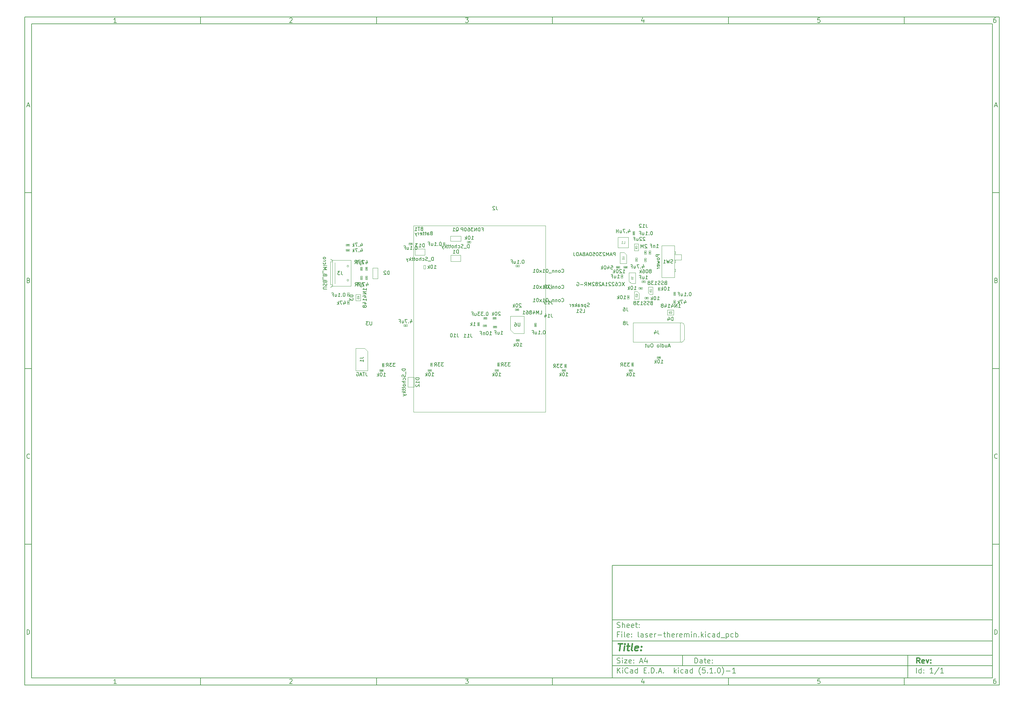
<source format=gbr>
G04 #@! TF.GenerationSoftware,KiCad,Pcbnew,(5.1.0)-1*
G04 #@! TF.CreationDate,2019-06-18T01:36:36-06:00*
G04 #@! TF.ProjectId,laser-theremin,6c617365-722d-4746-9865-72656d696e2e,rev?*
G04 #@! TF.SameCoordinates,Original*
G04 #@! TF.FileFunction,Other,Fab,Bot*
%FSLAX46Y46*%
G04 Gerber Fmt 4.6, Leading zero omitted, Abs format (unit mm)*
G04 Created by KiCad (PCBNEW (5.1.0)-1) date 2019-06-18 01:36:36*
%MOMM*%
%LPD*%
G04 APERTURE LIST*
%ADD10C,0.100000*%
%ADD11C,0.150000*%
%ADD12C,0.300000*%
%ADD13C,0.400000*%
%ADD14C,0.040000*%
%ADD15C,0.075000*%
%ADD16C,0.080000*%
%ADD17C,0.105000*%
G04 APERTURE END LIST*
D10*
D11*
X177002200Y-166007200D02*
X177002200Y-198007200D01*
X285002200Y-198007200D01*
X285002200Y-166007200D01*
X177002200Y-166007200D01*
D10*
D11*
X10000000Y-10000000D02*
X10000000Y-200007200D01*
X287002200Y-200007200D01*
X287002200Y-10000000D01*
X10000000Y-10000000D01*
D10*
D11*
X12000000Y-12000000D02*
X12000000Y-198007200D01*
X285002200Y-198007200D01*
X285002200Y-12000000D01*
X12000000Y-12000000D01*
D10*
D11*
X60000000Y-12000000D02*
X60000000Y-10000000D01*
D10*
D11*
X110000000Y-12000000D02*
X110000000Y-10000000D01*
D10*
D11*
X160000000Y-12000000D02*
X160000000Y-10000000D01*
D10*
D11*
X210000000Y-12000000D02*
X210000000Y-10000000D01*
D10*
D11*
X260000000Y-12000000D02*
X260000000Y-10000000D01*
D10*
D11*
X36065476Y-11588095D02*
X35322619Y-11588095D01*
X35694047Y-11588095D02*
X35694047Y-10288095D01*
X35570238Y-10473809D01*
X35446428Y-10597619D01*
X35322619Y-10659523D01*
D10*
D11*
X85322619Y-10411904D02*
X85384523Y-10350000D01*
X85508333Y-10288095D01*
X85817857Y-10288095D01*
X85941666Y-10350000D01*
X86003571Y-10411904D01*
X86065476Y-10535714D01*
X86065476Y-10659523D01*
X86003571Y-10845238D01*
X85260714Y-11588095D01*
X86065476Y-11588095D01*
D10*
D11*
X135260714Y-10288095D02*
X136065476Y-10288095D01*
X135632142Y-10783333D01*
X135817857Y-10783333D01*
X135941666Y-10845238D01*
X136003571Y-10907142D01*
X136065476Y-11030952D01*
X136065476Y-11340476D01*
X136003571Y-11464285D01*
X135941666Y-11526190D01*
X135817857Y-11588095D01*
X135446428Y-11588095D01*
X135322619Y-11526190D01*
X135260714Y-11464285D01*
D10*
D11*
X185941666Y-10721428D02*
X185941666Y-11588095D01*
X185632142Y-10226190D02*
X185322619Y-11154761D01*
X186127380Y-11154761D01*
D10*
D11*
X236003571Y-10288095D02*
X235384523Y-10288095D01*
X235322619Y-10907142D01*
X235384523Y-10845238D01*
X235508333Y-10783333D01*
X235817857Y-10783333D01*
X235941666Y-10845238D01*
X236003571Y-10907142D01*
X236065476Y-11030952D01*
X236065476Y-11340476D01*
X236003571Y-11464285D01*
X235941666Y-11526190D01*
X235817857Y-11588095D01*
X235508333Y-11588095D01*
X235384523Y-11526190D01*
X235322619Y-11464285D01*
D10*
D11*
X285941666Y-10288095D02*
X285694047Y-10288095D01*
X285570238Y-10350000D01*
X285508333Y-10411904D01*
X285384523Y-10597619D01*
X285322619Y-10845238D01*
X285322619Y-11340476D01*
X285384523Y-11464285D01*
X285446428Y-11526190D01*
X285570238Y-11588095D01*
X285817857Y-11588095D01*
X285941666Y-11526190D01*
X286003571Y-11464285D01*
X286065476Y-11340476D01*
X286065476Y-11030952D01*
X286003571Y-10907142D01*
X285941666Y-10845238D01*
X285817857Y-10783333D01*
X285570238Y-10783333D01*
X285446428Y-10845238D01*
X285384523Y-10907142D01*
X285322619Y-11030952D01*
D10*
D11*
X60000000Y-198007200D02*
X60000000Y-200007200D01*
D10*
D11*
X110000000Y-198007200D02*
X110000000Y-200007200D01*
D10*
D11*
X160000000Y-198007200D02*
X160000000Y-200007200D01*
D10*
D11*
X210000000Y-198007200D02*
X210000000Y-200007200D01*
D10*
D11*
X260000000Y-198007200D02*
X260000000Y-200007200D01*
D10*
D11*
X36065476Y-199595295D02*
X35322619Y-199595295D01*
X35694047Y-199595295D02*
X35694047Y-198295295D01*
X35570238Y-198481009D01*
X35446428Y-198604819D01*
X35322619Y-198666723D01*
D10*
D11*
X85322619Y-198419104D02*
X85384523Y-198357200D01*
X85508333Y-198295295D01*
X85817857Y-198295295D01*
X85941666Y-198357200D01*
X86003571Y-198419104D01*
X86065476Y-198542914D01*
X86065476Y-198666723D01*
X86003571Y-198852438D01*
X85260714Y-199595295D01*
X86065476Y-199595295D01*
D10*
D11*
X135260714Y-198295295D02*
X136065476Y-198295295D01*
X135632142Y-198790533D01*
X135817857Y-198790533D01*
X135941666Y-198852438D01*
X136003571Y-198914342D01*
X136065476Y-199038152D01*
X136065476Y-199347676D01*
X136003571Y-199471485D01*
X135941666Y-199533390D01*
X135817857Y-199595295D01*
X135446428Y-199595295D01*
X135322619Y-199533390D01*
X135260714Y-199471485D01*
D10*
D11*
X185941666Y-198728628D02*
X185941666Y-199595295D01*
X185632142Y-198233390D02*
X185322619Y-199161961D01*
X186127380Y-199161961D01*
D10*
D11*
X236003571Y-198295295D02*
X235384523Y-198295295D01*
X235322619Y-198914342D01*
X235384523Y-198852438D01*
X235508333Y-198790533D01*
X235817857Y-198790533D01*
X235941666Y-198852438D01*
X236003571Y-198914342D01*
X236065476Y-199038152D01*
X236065476Y-199347676D01*
X236003571Y-199471485D01*
X235941666Y-199533390D01*
X235817857Y-199595295D01*
X235508333Y-199595295D01*
X235384523Y-199533390D01*
X235322619Y-199471485D01*
D10*
D11*
X285941666Y-198295295D02*
X285694047Y-198295295D01*
X285570238Y-198357200D01*
X285508333Y-198419104D01*
X285384523Y-198604819D01*
X285322619Y-198852438D01*
X285322619Y-199347676D01*
X285384523Y-199471485D01*
X285446428Y-199533390D01*
X285570238Y-199595295D01*
X285817857Y-199595295D01*
X285941666Y-199533390D01*
X286003571Y-199471485D01*
X286065476Y-199347676D01*
X286065476Y-199038152D01*
X286003571Y-198914342D01*
X285941666Y-198852438D01*
X285817857Y-198790533D01*
X285570238Y-198790533D01*
X285446428Y-198852438D01*
X285384523Y-198914342D01*
X285322619Y-199038152D01*
D10*
D11*
X10000000Y-60000000D02*
X12000000Y-60000000D01*
D10*
D11*
X10000000Y-110000000D02*
X12000000Y-110000000D01*
D10*
D11*
X10000000Y-160000000D02*
X12000000Y-160000000D01*
D10*
D11*
X10690476Y-35216666D02*
X11309523Y-35216666D01*
X10566666Y-35588095D02*
X11000000Y-34288095D01*
X11433333Y-35588095D01*
D10*
D11*
X11092857Y-84907142D02*
X11278571Y-84969047D01*
X11340476Y-85030952D01*
X11402380Y-85154761D01*
X11402380Y-85340476D01*
X11340476Y-85464285D01*
X11278571Y-85526190D01*
X11154761Y-85588095D01*
X10659523Y-85588095D01*
X10659523Y-84288095D01*
X11092857Y-84288095D01*
X11216666Y-84350000D01*
X11278571Y-84411904D01*
X11340476Y-84535714D01*
X11340476Y-84659523D01*
X11278571Y-84783333D01*
X11216666Y-84845238D01*
X11092857Y-84907142D01*
X10659523Y-84907142D01*
D10*
D11*
X11402380Y-135464285D02*
X11340476Y-135526190D01*
X11154761Y-135588095D01*
X11030952Y-135588095D01*
X10845238Y-135526190D01*
X10721428Y-135402380D01*
X10659523Y-135278571D01*
X10597619Y-135030952D01*
X10597619Y-134845238D01*
X10659523Y-134597619D01*
X10721428Y-134473809D01*
X10845238Y-134350000D01*
X11030952Y-134288095D01*
X11154761Y-134288095D01*
X11340476Y-134350000D01*
X11402380Y-134411904D01*
D10*
D11*
X10659523Y-185588095D02*
X10659523Y-184288095D01*
X10969047Y-184288095D01*
X11154761Y-184350000D01*
X11278571Y-184473809D01*
X11340476Y-184597619D01*
X11402380Y-184845238D01*
X11402380Y-185030952D01*
X11340476Y-185278571D01*
X11278571Y-185402380D01*
X11154761Y-185526190D01*
X10969047Y-185588095D01*
X10659523Y-185588095D01*
D10*
D11*
X287002200Y-60000000D02*
X285002200Y-60000000D01*
D10*
D11*
X287002200Y-110000000D02*
X285002200Y-110000000D01*
D10*
D11*
X287002200Y-160000000D02*
X285002200Y-160000000D01*
D10*
D11*
X285692676Y-35216666D02*
X286311723Y-35216666D01*
X285568866Y-35588095D02*
X286002200Y-34288095D01*
X286435533Y-35588095D01*
D10*
D11*
X286095057Y-84907142D02*
X286280771Y-84969047D01*
X286342676Y-85030952D01*
X286404580Y-85154761D01*
X286404580Y-85340476D01*
X286342676Y-85464285D01*
X286280771Y-85526190D01*
X286156961Y-85588095D01*
X285661723Y-85588095D01*
X285661723Y-84288095D01*
X286095057Y-84288095D01*
X286218866Y-84350000D01*
X286280771Y-84411904D01*
X286342676Y-84535714D01*
X286342676Y-84659523D01*
X286280771Y-84783333D01*
X286218866Y-84845238D01*
X286095057Y-84907142D01*
X285661723Y-84907142D01*
D10*
D11*
X286404580Y-135464285D02*
X286342676Y-135526190D01*
X286156961Y-135588095D01*
X286033152Y-135588095D01*
X285847438Y-135526190D01*
X285723628Y-135402380D01*
X285661723Y-135278571D01*
X285599819Y-135030952D01*
X285599819Y-134845238D01*
X285661723Y-134597619D01*
X285723628Y-134473809D01*
X285847438Y-134350000D01*
X286033152Y-134288095D01*
X286156961Y-134288095D01*
X286342676Y-134350000D01*
X286404580Y-134411904D01*
D10*
D11*
X285661723Y-185588095D02*
X285661723Y-184288095D01*
X285971247Y-184288095D01*
X286156961Y-184350000D01*
X286280771Y-184473809D01*
X286342676Y-184597619D01*
X286404580Y-184845238D01*
X286404580Y-185030952D01*
X286342676Y-185278571D01*
X286280771Y-185402380D01*
X286156961Y-185526190D01*
X285971247Y-185588095D01*
X285661723Y-185588095D01*
D10*
D11*
X200434342Y-193785771D02*
X200434342Y-192285771D01*
X200791485Y-192285771D01*
X201005771Y-192357200D01*
X201148628Y-192500057D01*
X201220057Y-192642914D01*
X201291485Y-192928628D01*
X201291485Y-193142914D01*
X201220057Y-193428628D01*
X201148628Y-193571485D01*
X201005771Y-193714342D01*
X200791485Y-193785771D01*
X200434342Y-193785771D01*
X202577200Y-193785771D02*
X202577200Y-193000057D01*
X202505771Y-192857200D01*
X202362914Y-192785771D01*
X202077200Y-192785771D01*
X201934342Y-192857200D01*
X202577200Y-193714342D02*
X202434342Y-193785771D01*
X202077200Y-193785771D01*
X201934342Y-193714342D01*
X201862914Y-193571485D01*
X201862914Y-193428628D01*
X201934342Y-193285771D01*
X202077200Y-193214342D01*
X202434342Y-193214342D01*
X202577200Y-193142914D01*
X203077200Y-192785771D02*
X203648628Y-192785771D01*
X203291485Y-192285771D02*
X203291485Y-193571485D01*
X203362914Y-193714342D01*
X203505771Y-193785771D01*
X203648628Y-193785771D01*
X204720057Y-193714342D02*
X204577200Y-193785771D01*
X204291485Y-193785771D01*
X204148628Y-193714342D01*
X204077200Y-193571485D01*
X204077200Y-193000057D01*
X204148628Y-192857200D01*
X204291485Y-192785771D01*
X204577200Y-192785771D01*
X204720057Y-192857200D01*
X204791485Y-193000057D01*
X204791485Y-193142914D01*
X204077200Y-193285771D01*
X205434342Y-193642914D02*
X205505771Y-193714342D01*
X205434342Y-193785771D01*
X205362914Y-193714342D01*
X205434342Y-193642914D01*
X205434342Y-193785771D01*
X205434342Y-192857200D02*
X205505771Y-192928628D01*
X205434342Y-193000057D01*
X205362914Y-192928628D01*
X205434342Y-192857200D01*
X205434342Y-193000057D01*
D10*
D11*
X177002200Y-194507200D02*
X285002200Y-194507200D01*
D10*
D11*
X178434342Y-196585771D02*
X178434342Y-195085771D01*
X179291485Y-196585771D02*
X178648628Y-195728628D01*
X179291485Y-195085771D02*
X178434342Y-195942914D01*
X179934342Y-196585771D02*
X179934342Y-195585771D01*
X179934342Y-195085771D02*
X179862914Y-195157200D01*
X179934342Y-195228628D01*
X180005771Y-195157200D01*
X179934342Y-195085771D01*
X179934342Y-195228628D01*
X181505771Y-196442914D02*
X181434342Y-196514342D01*
X181220057Y-196585771D01*
X181077200Y-196585771D01*
X180862914Y-196514342D01*
X180720057Y-196371485D01*
X180648628Y-196228628D01*
X180577200Y-195942914D01*
X180577200Y-195728628D01*
X180648628Y-195442914D01*
X180720057Y-195300057D01*
X180862914Y-195157200D01*
X181077200Y-195085771D01*
X181220057Y-195085771D01*
X181434342Y-195157200D01*
X181505771Y-195228628D01*
X182791485Y-196585771D02*
X182791485Y-195800057D01*
X182720057Y-195657200D01*
X182577200Y-195585771D01*
X182291485Y-195585771D01*
X182148628Y-195657200D01*
X182791485Y-196514342D02*
X182648628Y-196585771D01*
X182291485Y-196585771D01*
X182148628Y-196514342D01*
X182077200Y-196371485D01*
X182077200Y-196228628D01*
X182148628Y-196085771D01*
X182291485Y-196014342D01*
X182648628Y-196014342D01*
X182791485Y-195942914D01*
X184148628Y-196585771D02*
X184148628Y-195085771D01*
X184148628Y-196514342D02*
X184005771Y-196585771D01*
X183720057Y-196585771D01*
X183577200Y-196514342D01*
X183505771Y-196442914D01*
X183434342Y-196300057D01*
X183434342Y-195871485D01*
X183505771Y-195728628D01*
X183577200Y-195657200D01*
X183720057Y-195585771D01*
X184005771Y-195585771D01*
X184148628Y-195657200D01*
X186005771Y-195800057D02*
X186505771Y-195800057D01*
X186720057Y-196585771D02*
X186005771Y-196585771D01*
X186005771Y-195085771D01*
X186720057Y-195085771D01*
X187362914Y-196442914D02*
X187434342Y-196514342D01*
X187362914Y-196585771D01*
X187291485Y-196514342D01*
X187362914Y-196442914D01*
X187362914Y-196585771D01*
X188077200Y-196585771D02*
X188077200Y-195085771D01*
X188434342Y-195085771D01*
X188648628Y-195157200D01*
X188791485Y-195300057D01*
X188862914Y-195442914D01*
X188934342Y-195728628D01*
X188934342Y-195942914D01*
X188862914Y-196228628D01*
X188791485Y-196371485D01*
X188648628Y-196514342D01*
X188434342Y-196585771D01*
X188077200Y-196585771D01*
X189577200Y-196442914D02*
X189648628Y-196514342D01*
X189577200Y-196585771D01*
X189505771Y-196514342D01*
X189577200Y-196442914D01*
X189577200Y-196585771D01*
X190220057Y-196157200D02*
X190934342Y-196157200D01*
X190077200Y-196585771D02*
X190577200Y-195085771D01*
X191077200Y-196585771D01*
X191577200Y-196442914D02*
X191648628Y-196514342D01*
X191577200Y-196585771D01*
X191505771Y-196514342D01*
X191577200Y-196442914D01*
X191577200Y-196585771D01*
X194577200Y-196585771D02*
X194577200Y-195085771D01*
X194720057Y-196014342D02*
X195148628Y-196585771D01*
X195148628Y-195585771D02*
X194577200Y-196157200D01*
X195791485Y-196585771D02*
X195791485Y-195585771D01*
X195791485Y-195085771D02*
X195720057Y-195157200D01*
X195791485Y-195228628D01*
X195862914Y-195157200D01*
X195791485Y-195085771D01*
X195791485Y-195228628D01*
X197148628Y-196514342D02*
X197005771Y-196585771D01*
X196720057Y-196585771D01*
X196577200Y-196514342D01*
X196505771Y-196442914D01*
X196434342Y-196300057D01*
X196434342Y-195871485D01*
X196505771Y-195728628D01*
X196577200Y-195657200D01*
X196720057Y-195585771D01*
X197005771Y-195585771D01*
X197148628Y-195657200D01*
X198434342Y-196585771D02*
X198434342Y-195800057D01*
X198362914Y-195657200D01*
X198220057Y-195585771D01*
X197934342Y-195585771D01*
X197791485Y-195657200D01*
X198434342Y-196514342D02*
X198291485Y-196585771D01*
X197934342Y-196585771D01*
X197791485Y-196514342D01*
X197720057Y-196371485D01*
X197720057Y-196228628D01*
X197791485Y-196085771D01*
X197934342Y-196014342D01*
X198291485Y-196014342D01*
X198434342Y-195942914D01*
X199791485Y-196585771D02*
X199791485Y-195085771D01*
X199791485Y-196514342D02*
X199648628Y-196585771D01*
X199362914Y-196585771D01*
X199220057Y-196514342D01*
X199148628Y-196442914D01*
X199077200Y-196300057D01*
X199077200Y-195871485D01*
X199148628Y-195728628D01*
X199220057Y-195657200D01*
X199362914Y-195585771D01*
X199648628Y-195585771D01*
X199791485Y-195657200D01*
X202077200Y-197157200D02*
X202005771Y-197085771D01*
X201862914Y-196871485D01*
X201791485Y-196728628D01*
X201720057Y-196514342D01*
X201648628Y-196157200D01*
X201648628Y-195871485D01*
X201720057Y-195514342D01*
X201791485Y-195300057D01*
X201862914Y-195157200D01*
X202005771Y-194942914D01*
X202077200Y-194871485D01*
X203362914Y-195085771D02*
X202648628Y-195085771D01*
X202577200Y-195800057D01*
X202648628Y-195728628D01*
X202791485Y-195657200D01*
X203148628Y-195657200D01*
X203291485Y-195728628D01*
X203362914Y-195800057D01*
X203434342Y-195942914D01*
X203434342Y-196300057D01*
X203362914Y-196442914D01*
X203291485Y-196514342D01*
X203148628Y-196585771D01*
X202791485Y-196585771D01*
X202648628Y-196514342D01*
X202577200Y-196442914D01*
X204077200Y-196442914D02*
X204148628Y-196514342D01*
X204077200Y-196585771D01*
X204005771Y-196514342D01*
X204077200Y-196442914D01*
X204077200Y-196585771D01*
X205577200Y-196585771D02*
X204720057Y-196585771D01*
X205148628Y-196585771D02*
X205148628Y-195085771D01*
X205005771Y-195300057D01*
X204862914Y-195442914D01*
X204720057Y-195514342D01*
X206220057Y-196442914D02*
X206291485Y-196514342D01*
X206220057Y-196585771D01*
X206148628Y-196514342D01*
X206220057Y-196442914D01*
X206220057Y-196585771D01*
X207220057Y-195085771D02*
X207362914Y-195085771D01*
X207505771Y-195157200D01*
X207577200Y-195228628D01*
X207648628Y-195371485D01*
X207720057Y-195657200D01*
X207720057Y-196014342D01*
X207648628Y-196300057D01*
X207577200Y-196442914D01*
X207505771Y-196514342D01*
X207362914Y-196585771D01*
X207220057Y-196585771D01*
X207077200Y-196514342D01*
X207005771Y-196442914D01*
X206934342Y-196300057D01*
X206862914Y-196014342D01*
X206862914Y-195657200D01*
X206934342Y-195371485D01*
X207005771Y-195228628D01*
X207077200Y-195157200D01*
X207220057Y-195085771D01*
X208220057Y-197157200D02*
X208291485Y-197085771D01*
X208434342Y-196871485D01*
X208505771Y-196728628D01*
X208577200Y-196514342D01*
X208648628Y-196157200D01*
X208648628Y-195871485D01*
X208577200Y-195514342D01*
X208505771Y-195300057D01*
X208434342Y-195157200D01*
X208291485Y-194942914D01*
X208220057Y-194871485D01*
X209362914Y-196014342D02*
X210505771Y-196014342D01*
X212005771Y-196585771D02*
X211148628Y-196585771D01*
X211577200Y-196585771D02*
X211577200Y-195085771D01*
X211434342Y-195300057D01*
X211291485Y-195442914D01*
X211148628Y-195514342D01*
D10*
D11*
X177002200Y-191507200D02*
X285002200Y-191507200D01*
D10*
D12*
X264411485Y-193785771D02*
X263911485Y-193071485D01*
X263554342Y-193785771D02*
X263554342Y-192285771D01*
X264125771Y-192285771D01*
X264268628Y-192357200D01*
X264340057Y-192428628D01*
X264411485Y-192571485D01*
X264411485Y-192785771D01*
X264340057Y-192928628D01*
X264268628Y-193000057D01*
X264125771Y-193071485D01*
X263554342Y-193071485D01*
X265625771Y-193714342D02*
X265482914Y-193785771D01*
X265197200Y-193785771D01*
X265054342Y-193714342D01*
X264982914Y-193571485D01*
X264982914Y-193000057D01*
X265054342Y-192857200D01*
X265197200Y-192785771D01*
X265482914Y-192785771D01*
X265625771Y-192857200D01*
X265697200Y-193000057D01*
X265697200Y-193142914D01*
X264982914Y-193285771D01*
X266197200Y-192785771D02*
X266554342Y-193785771D01*
X266911485Y-192785771D01*
X267482914Y-193642914D02*
X267554342Y-193714342D01*
X267482914Y-193785771D01*
X267411485Y-193714342D01*
X267482914Y-193642914D01*
X267482914Y-193785771D01*
X267482914Y-192857200D02*
X267554342Y-192928628D01*
X267482914Y-193000057D01*
X267411485Y-192928628D01*
X267482914Y-192857200D01*
X267482914Y-193000057D01*
D10*
D11*
X178362914Y-193714342D02*
X178577200Y-193785771D01*
X178934342Y-193785771D01*
X179077200Y-193714342D01*
X179148628Y-193642914D01*
X179220057Y-193500057D01*
X179220057Y-193357200D01*
X179148628Y-193214342D01*
X179077200Y-193142914D01*
X178934342Y-193071485D01*
X178648628Y-193000057D01*
X178505771Y-192928628D01*
X178434342Y-192857200D01*
X178362914Y-192714342D01*
X178362914Y-192571485D01*
X178434342Y-192428628D01*
X178505771Y-192357200D01*
X178648628Y-192285771D01*
X179005771Y-192285771D01*
X179220057Y-192357200D01*
X179862914Y-193785771D02*
X179862914Y-192785771D01*
X179862914Y-192285771D02*
X179791485Y-192357200D01*
X179862914Y-192428628D01*
X179934342Y-192357200D01*
X179862914Y-192285771D01*
X179862914Y-192428628D01*
X180434342Y-192785771D02*
X181220057Y-192785771D01*
X180434342Y-193785771D01*
X181220057Y-193785771D01*
X182362914Y-193714342D02*
X182220057Y-193785771D01*
X181934342Y-193785771D01*
X181791485Y-193714342D01*
X181720057Y-193571485D01*
X181720057Y-193000057D01*
X181791485Y-192857200D01*
X181934342Y-192785771D01*
X182220057Y-192785771D01*
X182362914Y-192857200D01*
X182434342Y-193000057D01*
X182434342Y-193142914D01*
X181720057Y-193285771D01*
X183077200Y-193642914D02*
X183148628Y-193714342D01*
X183077200Y-193785771D01*
X183005771Y-193714342D01*
X183077200Y-193642914D01*
X183077200Y-193785771D01*
X183077200Y-192857200D02*
X183148628Y-192928628D01*
X183077200Y-193000057D01*
X183005771Y-192928628D01*
X183077200Y-192857200D01*
X183077200Y-193000057D01*
X184862914Y-193357200D02*
X185577200Y-193357200D01*
X184720057Y-193785771D02*
X185220057Y-192285771D01*
X185720057Y-193785771D01*
X186862914Y-192785771D02*
X186862914Y-193785771D01*
X186505771Y-192214342D02*
X186148628Y-193285771D01*
X187077200Y-193285771D01*
D10*
D11*
X263434342Y-196585771D02*
X263434342Y-195085771D01*
X264791485Y-196585771D02*
X264791485Y-195085771D01*
X264791485Y-196514342D02*
X264648628Y-196585771D01*
X264362914Y-196585771D01*
X264220057Y-196514342D01*
X264148628Y-196442914D01*
X264077200Y-196300057D01*
X264077200Y-195871485D01*
X264148628Y-195728628D01*
X264220057Y-195657200D01*
X264362914Y-195585771D01*
X264648628Y-195585771D01*
X264791485Y-195657200D01*
X265505771Y-196442914D02*
X265577200Y-196514342D01*
X265505771Y-196585771D01*
X265434342Y-196514342D01*
X265505771Y-196442914D01*
X265505771Y-196585771D01*
X265505771Y-195657200D02*
X265577200Y-195728628D01*
X265505771Y-195800057D01*
X265434342Y-195728628D01*
X265505771Y-195657200D01*
X265505771Y-195800057D01*
X268148628Y-196585771D02*
X267291485Y-196585771D01*
X267720057Y-196585771D02*
X267720057Y-195085771D01*
X267577200Y-195300057D01*
X267434342Y-195442914D01*
X267291485Y-195514342D01*
X269862914Y-195014342D02*
X268577200Y-196942914D01*
X271148628Y-196585771D02*
X270291485Y-196585771D01*
X270720057Y-196585771D02*
X270720057Y-195085771D01*
X270577200Y-195300057D01*
X270434342Y-195442914D01*
X270291485Y-195514342D01*
D10*
D11*
X177002200Y-187507200D02*
X285002200Y-187507200D01*
D10*
D13*
X178714580Y-188211961D02*
X179857438Y-188211961D01*
X179036009Y-190211961D02*
X179286009Y-188211961D01*
X180274104Y-190211961D02*
X180440771Y-188878628D01*
X180524104Y-188211961D02*
X180416961Y-188307200D01*
X180500295Y-188402438D01*
X180607438Y-188307200D01*
X180524104Y-188211961D01*
X180500295Y-188402438D01*
X181107438Y-188878628D02*
X181869342Y-188878628D01*
X181476485Y-188211961D02*
X181262200Y-189926247D01*
X181333628Y-190116723D01*
X181512200Y-190211961D01*
X181702676Y-190211961D01*
X182655057Y-190211961D02*
X182476485Y-190116723D01*
X182405057Y-189926247D01*
X182619342Y-188211961D01*
X184190771Y-190116723D02*
X183988390Y-190211961D01*
X183607438Y-190211961D01*
X183428866Y-190116723D01*
X183357438Y-189926247D01*
X183452676Y-189164342D01*
X183571723Y-188973866D01*
X183774104Y-188878628D01*
X184155057Y-188878628D01*
X184333628Y-188973866D01*
X184405057Y-189164342D01*
X184381247Y-189354819D01*
X183405057Y-189545295D01*
X185155057Y-190021485D02*
X185238390Y-190116723D01*
X185131247Y-190211961D01*
X185047914Y-190116723D01*
X185155057Y-190021485D01*
X185131247Y-190211961D01*
X185286009Y-188973866D02*
X185369342Y-189069104D01*
X185262200Y-189164342D01*
X185178866Y-189069104D01*
X185286009Y-188973866D01*
X185262200Y-189164342D01*
D10*
D11*
X178934342Y-185600057D02*
X178434342Y-185600057D01*
X178434342Y-186385771D02*
X178434342Y-184885771D01*
X179148628Y-184885771D01*
X179720057Y-186385771D02*
X179720057Y-185385771D01*
X179720057Y-184885771D02*
X179648628Y-184957200D01*
X179720057Y-185028628D01*
X179791485Y-184957200D01*
X179720057Y-184885771D01*
X179720057Y-185028628D01*
X180648628Y-186385771D02*
X180505771Y-186314342D01*
X180434342Y-186171485D01*
X180434342Y-184885771D01*
X181791485Y-186314342D02*
X181648628Y-186385771D01*
X181362914Y-186385771D01*
X181220057Y-186314342D01*
X181148628Y-186171485D01*
X181148628Y-185600057D01*
X181220057Y-185457200D01*
X181362914Y-185385771D01*
X181648628Y-185385771D01*
X181791485Y-185457200D01*
X181862914Y-185600057D01*
X181862914Y-185742914D01*
X181148628Y-185885771D01*
X182505771Y-186242914D02*
X182577200Y-186314342D01*
X182505771Y-186385771D01*
X182434342Y-186314342D01*
X182505771Y-186242914D01*
X182505771Y-186385771D01*
X182505771Y-185457200D02*
X182577200Y-185528628D01*
X182505771Y-185600057D01*
X182434342Y-185528628D01*
X182505771Y-185457200D01*
X182505771Y-185600057D01*
X184577200Y-186385771D02*
X184434342Y-186314342D01*
X184362914Y-186171485D01*
X184362914Y-184885771D01*
X185791485Y-186385771D02*
X185791485Y-185600057D01*
X185720057Y-185457200D01*
X185577200Y-185385771D01*
X185291485Y-185385771D01*
X185148628Y-185457200D01*
X185791485Y-186314342D02*
X185648628Y-186385771D01*
X185291485Y-186385771D01*
X185148628Y-186314342D01*
X185077200Y-186171485D01*
X185077200Y-186028628D01*
X185148628Y-185885771D01*
X185291485Y-185814342D01*
X185648628Y-185814342D01*
X185791485Y-185742914D01*
X186434342Y-186314342D02*
X186577200Y-186385771D01*
X186862914Y-186385771D01*
X187005771Y-186314342D01*
X187077200Y-186171485D01*
X187077200Y-186100057D01*
X187005771Y-185957200D01*
X186862914Y-185885771D01*
X186648628Y-185885771D01*
X186505771Y-185814342D01*
X186434342Y-185671485D01*
X186434342Y-185600057D01*
X186505771Y-185457200D01*
X186648628Y-185385771D01*
X186862914Y-185385771D01*
X187005771Y-185457200D01*
X188291485Y-186314342D02*
X188148628Y-186385771D01*
X187862914Y-186385771D01*
X187720057Y-186314342D01*
X187648628Y-186171485D01*
X187648628Y-185600057D01*
X187720057Y-185457200D01*
X187862914Y-185385771D01*
X188148628Y-185385771D01*
X188291485Y-185457200D01*
X188362914Y-185600057D01*
X188362914Y-185742914D01*
X187648628Y-185885771D01*
X189005771Y-186385771D02*
X189005771Y-185385771D01*
X189005771Y-185671485D02*
X189077200Y-185528628D01*
X189148628Y-185457200D01*
X189291485Y-185385771D01*
X189434342Y-185385771D01*
X189934342Y-185814342D02*
X191077200Y-185814342D01*
X191577200Y-185385771D02*
X192148628Y-185385771D01*
X191791485Y-184885771D02*
X191791485Y-186171485D01*
X191862914Y-186314342D01*
X192005771Y-186385771D01*
X192148628Y-186385771D01*
X192648628Y-186385771D02*
X192648628Y-184885771D01*
X193291485Y-186385771D02*
X193291485Y-185600057D01*
X193220057Y-185457200D01*
X193077200Y-185385771D01*
X192862914Y-185385771D01*
X192720057Y-185457200D01*
X192648628Y-185528628D01*
X194577200Y-186314342D02*
X194434342Y-186385771D01*
X194148628Y-186385771D01*
X194005771Y-186314342D01*
X193934342Y-186171485D01*
X193934342Y-185600057D01*
X194005771Y-185457200D01*
X194148628Y-185385771D01*
X194434342Y-185385771D01*
X194577200Y-185457200D01*
X194648628Y-185600057D01*
X194648628Y-185742914D01*
X193934342Y-185885771D01*
X195291485Y-186385771D02*
X195291485Y-185385771D01*
X195291485Y-185671485D02*
X195362914Y-185528628D01*
X195434342Y-185457200D01*
X195577200Y-185385771D01*
X195720057Y-185385771D01*
X196791485Y-186314342D02*
X196648628Y-186385771D01*
X196362914Y-186385771D01*
X196220057Y-186314342D01*
X196148628Y-186171485D01*
X196148628Y-185600057D01*
X196220057Y-185457200D01*
X196362914Y-185385771D01*
X196648628Y-185385771D01*
X196791485Y-185457200D01*
X196862914Y-185600057D01*
X196862914Y-185742914D01*
X196148628Y-185885771D01*
X197505771Y-186385771D02*
X197505771Y-185385771D01*
X197505771Y-185528628D02*
X197577200Y-185457200D01*
X197720057Y-185385771D01*
X197934342Y-185385771D01*
X198077200Y-185457200D01*
X198148628Y-185600057D01*
X198148628Y-186385771D01*
X198148628Y-185600057D02*
X198220057Y-185457200D01*
X198362914Y-185385771D01*
X198577200Y-185385771D01*
X198720057Y-185457200D01*
X198791485Y-185600057D01*
X198791485Y-186385771D01*
X199505771Y-186385771D02*
X199505771Y-185385771D01*
X199505771Y-184885771D02*
X199434342Y-184957200D01*
X199505771Y-185028628D01*
X199577200Y-184957200D01*
X199505771Y-184885771D01*
X199505771Y-185028628D01*
X200220057Y-185385771D02*
X200220057Y-186385771D01*
X200220057Y-185528628D02*
X200291485Y-185457200D01*
X200434342Y-185385771D01*
X200648628Y-185385771D01*
X200791485Y-185457200D01*
X200862914Y-185600057D01*
X200862914Y-186385771D01*
X201577200Y-186242914D02*
X201648628Y-186314342D01*
X201577200Y-186385771D01*
X201505771Y-186314342D01*
X201577200Y-186242914D01*
X201577200Y-186385771D01*
X202291485Y-186385771D02*
X202291485Y-184885771D01*
X202434342Y-185814342D02*
X202862914Y-186385771D01*
X202862914Y-185385771D02*
X202291485Y-185957200D01*
X203505771Y-186385771D02*
X203505771Y-185385771D01*
X203505771Y-184885771D02*
X203434342Y-184957200D01*
X203505771Y-185028628D01*
X203577200Y-184957200D01*
X203505771Y-184885771D01*
X203505771Y-185028628D01*
X204862914Y-186314342D02*
X204720057Y-186385771D01*
X204434342Y-186385771D01*
X204291485Y-186314342D01*
X204220057Y-186242914D01*
X204148628Y-186100057D01*
X204148628Y-185671485D01*
X204220057Y-185528628D01*
X204291485Y-185457200D01*
X204434342Y-185385771D01*
X204720057Y-185385771D01*
X204862914Y-185457200D01*
X206148628Y-186385771D02*
X206148628Y-185600057D01*
X206077200Y-185457200D01*
X205934342Y-185385771D01*
X205648628Y-185385771D01*
X205505771Y-185457200D01*
X206148628Y-186314342D02*
X206005771Y-186385771D01*
X205648628Y-186385771D01*
X205505771Y-186314342D01*
X205434342Y-186171485D01*
X205434342Y-186028628D01*
X205505771Y-185885771D01*
X205648628Y-185814342D01*
X206005771Y-185814342D01*
X206148628Y-185742914D01*
X207505771Y-186385771D02*
X207505771Y-184885771D01*
X207505771Y-186314342D02*
X207362914Y-186385771D01*
X207077200Y-186385771D01*
X206934342Y-186314342D01*
X206862914Y-186242914D01*
X206791485Y-186100057D01*
X206791485Y-185671485D01*
X206862914Y-185528628D01*
X206934342Y-185457200D01*
X207077200Y-185385771D01*
X207362914Y-185385771D01*
X207505771Y-185457200D01*
X207862914Y-186528628D02*
X209005771Y-186528628D01*
X209362914Y-185385771D02*
X209362914Y-186885771D01*
X209362914Y-185457200D02*
X209505771Y-185385771D01*
X209791485Y-185385771D01*
X209934342Y-185457200D01*
X210005771Y-185528628D01*
X210077200Y-185671485D01*
X210077200Y-186100057D01*
X210005771Y-186242914D01*
X209934342Y-186314342D01*
X209791485Y-186385771D01*
X209505771Y-186385771D01*
X209362914Y-186314342D01*
X211362914Y-186314342D02*
X211220057Y-186385771D01*
X210934342Y-186385771D01*
X210791485Y-186314342D01*
X210720057Y-186242914D01*
X210648628Y-186100057D01*
X210648628Y-185671485D01*
X210720057Y-185528628D01*
X210791485Y-185457200D01*
X210934342Y-185385771D01*
X211220057Y-185385771D01*
X211362914Y-185457200D01*
X212005771Y-186385771D02*
X212005771Y-184885771D01*
X212005771Y-185457200D02*
X212148628Y-185385771D01*
X212434342Y-185385771D01*
X212577200Y-185457200D01*
X212648628Y-185528628D01*
X212720057Y-185671485D01*
X212720057Y-186100057D01*
X212648628Y-186242914D01*
X212577200Y-186314342D01*
X212434342Y-186385771D01*
X212148628Y-186385771D01*
X212005771Y-186314342D01*
D10*
D11*
X177002200Y-181507200D02*
X285002200Y-181507200D01*
D10*
D11*
X178362914Y-183614342D02*
X178577200Y-183685771D01*
X178934342Y-183685771D01*
X179077200Y-183614342D01*
X179148628Y-183542914D01*
X179220057Y-183400057D01*
X179220057Y-183257200D01*
X179148628Y-183114342D01*
X179077200Y-183042914D01*
X178934342Y-182971485D01*
X178648628Y-182900057D01*
X178505771Y-182828628D01*
X178434342Y-182757200D01*
X178362914Y-182614342D01*
X178362914Y-182471485D01*
X178434342Y-182328628D01*
X178505771Y-182257200D01*
X178648628Y-182185771D01*
X179005771Y-182185771D01*
X179220057Y-182257200D01*
X179862914Y-183685771D02*
X179862914Y-182185771D01*
X180505771Y-183685771D02*
X180505771Y-182900057D01*
X180434342Y-182757200D01*
X180291485Y-182685771D01*
X180077200Y-182685771D01*
X179934342Y-182757200D01*
X179862914Y-182828628D01*
X181791485Y-183614342D02*
X181648628Y-183685771D01*
X181362914Y-183685771D01*
X181220057Y-183614342D01*
X181148628Y-183471485D01*
X181148628Y-182900057D01*
X181220057Y-182757200D01*
X181362914Y-182685771D01*
X181648628Y-182685771D01*
X181791485Y-182757200D01*
X181862914Y-182900057D01*
X181862914Y-183042914D01*
X181148628Y-183185771D01*
X183077200Y-183614342D02*
X182934342Y-183685771D01*
X182648628Y-183685771D01*
X182505771Y-183614342D01*
X182434342Y-183471485D01*
X182434342Y-182900057D01*
X182505771Y-182757200D01*
X182648628Y-182685771D01*
X182934342Y-182685771D01*
X183077200Y-182757200D01*
X183148628Y-182900057D01*
X183148628Y-183042914D01*
X182434342Y-183185771D01*
X183577200Y-182685771D02*
X184148628Y-182685771D01*
X183791485Y-182185771D02*
X183791485Y-183471485D01*
X183862914Y-183614342D01*
X184005771Y-183685771D01*
X184148628Y-183685771D01*
X184648628Y-183542914D02*
X184720057Y-183614342D01*
X184648628Y-183685771D01*
X184577200Y-183614342D01*
X184648628Y-183542914D01*
X184648628Y-183685771D01*
X184648628Y-182757200D02*
X184720057Y-182828628D01*
X184648628Y-182900057D01*
X184577200Y-182828628D01*
X184648628Y-182757200D01*
X184648628Y-182900057D01*
D10*
D11*
X197002200Y-191507200D02*
X197002200Y-194507200D01*
D10*
D11*
X261002200Y-191507200D02*
X261002200Y-198007200D01*
D10*
X107510000Y-105077500D02*
X106657500Y-104225000D01*
X107510000Y-110575000D02*
X107510000Y-105077500D01*
X104100000Y-110575000D02*
X107510000Y-110575000D01*
X104100000Y-104225000D02*
X104100000Y-110575000D01*
X106657500Y-104225000D02*
X104100000Y-104225000D01*
X133920000Y-79510000D02*
X133920000Y-77710000D01*
X131120000Y-79510000D02*
X133920000Y-79510000D01*
X131120000Y-77710000D02*
X131120000Y-79510000D01*
X133920000Y-77710000D02*
X131120000Y-77710000D01*
X118900000Y-115290000D02*
X120700000Y-115290000D01*
X118900000Y-112490000D02*
X118900000Y-115290000D01*
X120700000Y-112490000D02*
X118900000Y-112490000D01*
X120700000Y-115290000D02*
X120700000Y-112490000D01*
X123760000Y-77740000D02*
X123760000Y-75940000D01*
X120960000Y-77740000D02*
X123760000Y-77740000D01*
X120960000Y-75940000D02*
X120960000Y-77740000D01*
X123760000Y-75940000D02*
X120960000Y-75940000D01*
X118730000Y-97500000D02*
X117730000Y-97500000D01*
X118730000Y-98000000D02*
X118730000Y-97500000D01*
X117730000Y-98000000D02*
X118730000Y-98000000D01*
X117730000Y-97500000D02*
X117730000Y-98000000D01*
X120500000Y-69400000D02*
X120500000Y-122400000D01*
X132800000Y-69400000D02*
X120500000Y-69400000D01*
X158000000Y-69400000D02*
X158000000Y-122400000D01*
X145100000Y-122400000D02*
X120500000Y-122400000D01*
X145100000Y-69400000D02*
X132800000Y-69400000D01*
X145100000Y-122400000D02*
X158000000Y-122400000D01*
X145100000Y-69400000D02*
X158000000Y-69400000D01*
X191060000Y-75070000D02*
X191060000Y-84070000D01*
X191060000Y-84070000D02*
X194660000Y-84070000D01*
X194660000Y-84070000D02*
X194660000Y-75170000D01*
X194660000Y-75170000D02*
X194660000Y-75070000D01*
X194660000Y-75070000D02*
X194660000Y-75070000D01*
X191060000Y-75070000D02*
X194660000Y-75070000D01*
X194660000Y-75070000D02*
X194660000Y-75070000D01*
X194660000Y-78070000D02*
X194660000Y-78070000D01*
X194660000Y-79870000D02*
X194960000Y-79870000D01*
X194960000Y-79870000D02*
X194960000Y-79270000D01*
X194960000Y-79270000D02*
X194660000Y-79270000D01*
X194660000Y-79270000D02*
X194660000Y-79270000D01*
X194660000Y-77370000D02*
X194960000Y-77370000D01*
X194960000Y-77370000D02*
X194960000Y-76770000D01*
X194960000Y-76770000D02*
X194660000Y-76770000D01*
X194660000Y-76770000D02*
X194660000Y-76770000D01*
X194660000Y-81770000D02*
X194960000Y-81770000D01*
X194960000Y-81770000D02*
X194960000Y-82370000D01*
X194960000Y-82370000D02*
X194660000Y-82370000D01*
X194660000Y-82370000D02*
X194660000Y-82370000D01*
X194660000Y-79070000D02*
X196660000Y-79070000D01*
X196660000Y-79070000D02*
X196660000Y-77570000D01*
X196660000Y-77570000D02*
X194660000Y-77570000D01*
X194660000Y-77570000D02*
X194660000Y-77570000D01*
X179210000Y-77020000D02*
X179210000Y-80120000D01*
X179210000Y-80120000D02*
X181010000Y-80120000D01*
X181010000Y-77670000D02*
X181010000Y-80120000D01*
X179210000Y-77020000D02*
X180360000Y-77020000D01*
X181010000Y-77670000D02*
X180360000Y-77020000D01*
X149550000Y-80570000D02*
X149550000Y-81070000D01*
X149550000Y-81070000D02*
X150550000Y-81070000D01*
X150550000Y-81070000D02*
X150550000Y-80570000D01*
X150550000Y-80570000D02*
X149550000Y-80570000D01*
X129440000Y-75070000D02*
X129440000Y-74070000D01*
X128940000Y-75070000D02*
X129440000Y-75070000D01*
X128940000Y-74070000D02*
X128940000Y-75070000D01*
X129440000Y-74070000D02*
X128940000Y-74070000D01*
X183600000Y-79540000D02*
X184100000Y-79540000D01*
X184100000Y-79540000D02*
X184100000Y-78540000D01*
X184100000Y-78540000D02*
X183600000Y-78540000D01*
X183600000Y-78540000D02*
X183600000Y-79540000D01*
X184410000Y-74520000D02*
X183210000Y-74520000D01*
X183210000Y-74520000D02*
X183210000Y-76520000D01*
X183210000Y-76520000D02*
X184410000Y-76520000D01*
X184410000Y-76520000D02*
X184410000Y-74520000D01*
X105430000Y-84720000D02*
X105930000Y-84720000D01*
X105930000Y-84720000D02*
X105930000Y-83720000D01*
X105930000Y-83720000D02*
X105430000Y-83720000D01*
X105430000Y-83720000D02*
X105430000Y-84720000D01*
X105430000Y-81110000D02*
X105430000Y-82110000D01*
X105930000Y-81110000D02*
X105430000Y-81110000D01*
X105930000Y-82110000D02*
X105930000Y-81110000D01*
X105430000Y-82110000D02*
X105930000Y-82110000D01*
X108950000Y-84410000D02*
X110350000Y-84410000D01*
X108950000Y-81370000D02*
X108950000Y-84410000D01*
X110350000Y-81370000D02*
X108950000Y-81370000D01*
X110350000Y-84410000D02*
X110350000Y-81370000D01*
X97500000Y-79420000D02*
X96850000Y-78820000D01*
X97500000Y-86320000D02*
X96850000Y-86920000D01*
X96850000Y-86120000D02*
X96850000Y-79620000D01*
X97500000Y-86570000D02*
X97500000Y-79170000D01*
X97500000Y-79171760D02*
X96850000Y-78820000D01*
X97500000Y-86568240D02*
X96850000Y-86920000D01*
X98200000Y-79870000D02*
X98200000Y-85870000D01*
X102100000Y-84870000D02*
G75*
G03X102100000Y-84870000I-250000J0D01*
G01*
X102100000Y-80870000D02*
G75*
G03X102100000Y-80870000I-250000J0D01*
G01*
X102750000Y-79170000D02*
X97500000Y-79170000D01*
X97500000Y-86570000D02*
X98626380Y-86570000D01*
X97475000Y-79620000D02*
X96850000Y-79620000D01*
X97500000Y-86120000D02*
X96850000Y-86120000D01*
X102750000Y-86571760D02*
X102750000Y-79171760D01*
X102750000Y-86570000D02*
X97500000Y-86570000D01*
X178570000Y-75660000D02*
X178570000Y-72660000D01*
X178570000Y-72660000D02*
X181570000Y-72660000D01*
X181570000Y-72660000D02*
X181570000Y-75660000D01*
X181570000Y-75660000D02*
X178570000Y-75660000D01*
X134010000Y-72340000D02*
X130970000Y-72340000D01*
X130970000Y-72340000D02*
X130970000Y-73740000D01*
X130970000Y-73740000D02*
X134010000Y-73740000D01*
X134010000Y-73740000D02*
X134010000Y-72340000D01*
X135740000Y-74280000D02*
X136740000Y-74280000D01*
X135740000Y-73780000D02*
X135740000Y-74280000D01*
X136740000Y-73780000D02*
X135740000Y-73780000D01*
X136740000Y-74280000D02*
X136740000Y-73780000D01*
X107390000Y-84720000D02*
X107390000Y-83720000D01*
X106890000Y-84720000D02*
X107390000Y-84720000D01*
X106890000Y-83720000D02*
X106890000Y-84720000D01*
X107390000Y-83720000D02*
X106890000Y-83720000D01*
X106890000Y-81110000D02*
X106890000Y-82110000D01*
X107390000Y-81110000D02*
X106890000Y-81110000D01*
X107390000Y-82110000D02*
X107390000Y-81110000D01*
X106890000Y-82110000D02*
X107390000Y-82110000D01*
X179080000Y-81420000D02*
X179080000Y-80920000D01*
X179080000Y-80920000D02*
X178080000Y-80920000D01*
X178080000Y-80920000D02*
X178080000Y-81420000D01*
X178080000Y-81420000D02*
X179080000Y-81420000D01*
X180210000Y-81420000D02*
X181210000Y-81420000D01*
X180210000Y-80920000D02*
X180210000Y-81420000D01*
X181210000Y-80920000D02*
X180210000Y-80920000D01*
X181210000Y-81420000D02*
X181210000Y-80920000D01*
X179960000Y-83240000D02*
X179460000Y-83240000D01*
X179460000Y-83240000D02*
X179460000Y-84240000D01*
X179460000Y-84240000D02*
X179960000Y-84240000D01*
X179960000Y-84240000D02*
X179960000Y-83240000D01*
X186350000Y-85010000D02*
X185350000Y-85010000D01*
X186350000Y-85510000D02*
X186350000Y-85010000D01*
X185350000Y-85510000D02*
X186350000Y-85510000D01*
X185350000Y-85010000D02*
X185350000Y-85510000D01*
X101710000Y-89460000D02*
X102210000Y-89460000D01*
X102210000Y-89460000D02*
X102210000Y-88460000D01*
X102210000Y-88460000D02*
X101710000Y-88460000D01*
X101710000Y-88460000D02*
X101710000Y-89460000D01*
X187400000Y-76490000D02*
X187400000Y-77490000D01*
X187900000Y-76490000D02*
X187400000Y-76490000D01*
X187900000Y-77490000D02*
X187900000Y-76490000D01*
X187400000Y-77490000D02*
X187900000Y-77490000D01*
X194440000Y-88210000D02*
X194440000Y-89210000D01*
X194940000Y-88210000D02*
X194440000Y-88210000D01*
X194940000Y-89210000D02*
X194940000Y-88210000D01*
X194440000Y-89210000D02*
X194940000Y-89210000D01*
X187690000Y-88970000D02*
X187190000Y-88470000D01*
X188540000Y-86770000D02*
X187190000Y-86770000D01*
X188540000Y-88970000D02*
X188540000Y-86770000D01*
X187190000Y-88470000D02*
X187190000Y-86770000D01*
X188540000Y-88970000D02*
X187690000Y-88970000D01*
X183220000Y-88090000D02*
X184070000Y-88090000D01*
X184570000Y-88590000D02*
X184570000Y-90290000D01*
X183220000Y-88090000D02*
X183220000Y-90290000D01*
X183220000Y-90290000D02*
X184570000Y-90290000D01*
X184070000Y-88090000D02*
X184570000Y-88590000D01*
X181740000Y-90190000D02*
X181740000Y-89190000D01*
X181240000Y-90190000D02*
X181740000Y-90190000D01*
X181240000Y-89190000D02*
X181240000Y-90190000D01*
X181740000Y-89190000D02*
X181240000Y-89190000D01*
X190020000Y-87860000D02*
X190520000Y-87860000D01*
X190520000Y-87860000D02*
X190520000Y-86860000D01*
X190520000Y-86860000D02*
X190020000Y-86860000D01*
X190020000Y-86860000D02*
X190020000Y-87860000D01*
X186640000Y-79600000D02*
X186640000Y-78600000D01*
X186140000Y-79600000D02*
X186640000Y-79600000D01*
X186140000Y-78600000D02*
X186140000Y-79600000D01*
X186640000Y-78600000D02*
X186140000Y-78600000D01*
X186640000Y-76490000D02*
X186140000Y-76490000D01*
X186140000Y-76490000D02*
X186140000Y-77490000D01*
X186140000Y-77490000D02*
X186640000Y-77490000D01*
X186640000Y-77490000D02*
X186640000Y-76490000D01*
X186240000Y-89700000D02*
X186240000Y-90200000D01*
X186240000Y-90200000D02*
X187240000Y-90200000D01*
X187240000Y-90200000D02*
X187240000Y-89700000D01*
X187240000Y-89700000D02*
X186240000Y-89700000D01*
X185510000Y-87430000D02*
X185510000Y-86930000D01*
X185510000Y-86930000D02*
X184510000Y-86930000D01*
X184510000Y-86930000D02*
X184510000Y-87430000D01*
X184510000Y-87430000D02*
X185510000Y-87430000D01*
X101700000Y-91710000D02*
X102200000Y-91710000D01*
X102200000Y-91710000D02*
X102200000Y-90710000D01*
X102200000Y-90710000D02*
X101700000Y-90710000D01*
X101700000Y-90710000D02*
X101700000Y-91710000D01*
X194420000Y-90550000D02*
X194420000Y-91550000D01*
X194920000Y-90550000D02*
X194420000Y-90550000D01*
X194920000Y-91550000D02*
X194920000Y-90550000D01*
X194420000Y-91550000D02*
X194920000Y-91550000D01*
X125590000Y-110780000D02*
X125590000Y-110280000D01*
X125590000Y-110280000D02*
X124590000Y-110280000D01*
X124590000Y-110280000D02*
X124590000Y-110780000D01*
X124590000Y-110780000D02*
X125590000Y-110780000D01*
X143630000Y-110780000D02*
X144630000Y-110780000D01*
X143630000Y-110280000D02*
X143630000Y-110780000D01*
X144630000Y-110280000D02*
X143630000Y-110280000D01*
X144630000Y-110780000D02*
X144630000Y-110280000D01*
X163690000Y-110780000D02*
X163690000Y-110280000D01*
X163690000Y-110280000D02*
X162690000Y-110280000D01*
X162690000Y-110280000D02*
X162690000Y-110780000D01*
X162690000Y-110780000D02*
X163690000Y-110780000D01*
X181720000Y-110780000D02*
X182720000Y-110780000D01*
X181720000Y-110280000D02*
X181720000Y-110780000D01*
X182720000Y-110280000D02*
X181720000Y-110280000D01*
X182720000Y-110780000D02*
X182720000Y-110280000D01*
X102290000Y-75100000D02*
X102290000Y-74600000D01*
X102290000Y-74600000D02*
X101290000Y-74600000D01*
X101290000Y-74600000D02*
X101290000Y-75100000D01*
X101290000Y-75100000D02*
X102290000Y-75100000D01*
X101290000Y-76580000D02*
X102290000Y-76580000D01*
X101290000Y-76080000D02*
X101290000Y-76580000D01*
X102290000Y-76080000D02*
X101290000Y-76080000D01*
X102290000Y-76580000D02*
X102290000Y-76080000D01*
X181760000Y-85170000D02*
X182410000Y-85820000D01*
X183560000Y-85820000D02*
X182410000Y-85820000D01*
X181760000Y-85170000D02*
X181760000Y-82720000D01*
X183560000Y-82720000D02*
X181760000Y-82720000D01*
X183560000Y-85820000D02*
X183560000Y-82720000D01*
X123910000Y-80660000D02*
X123410000Y-80660000D01*
X123410000Y-80660000D02*
X123410000Y-81660000D01*
X123410000Y-81660000D02*
X123910000Y-81660000D01*
X123910000Y-81660000D02*
X123910000Y-80660000D01*
X119160000Y-74780000D02*
X120160000Y-74780000D01*
X119160000Y-74280000D02*
X119160000Y-74780000D01*
X120160000Y-74280000D02*
X119160000Y-74280000D01*
X120160000Y-74780000D02*
X120160000Y-74280000D01*
X182830000Y-71990000D02*
X183330000Y-71990000D01*
X183330000Y-71990000D02*
X183330000Y-70990000D01*
X183330000Y-70990000D02*
X182830000Y-70990000D01*
X182830000Y-70990000D02*
X182830000Y-71990000D01*
X110870000Y-110800000D02*
X111870000Y-110800000D01*
X110870000Y-110300000D02*
X110870000Y-110800000D01*
X111870000Y-110300000D02*
X110870000Y-110300000D01*
X111870000Y-110800000D02*
X111870000Y-110300000D01*
X111590000Y-109490000D02*
X112090000Y-109490000D01*
X112090000Y-109490000D02*
X112090000Y-108490000D01*
X112090000Y-108490000D02*
X111590000Y-108490000D01*
X111590000Y-108490000D02*
X111590000Y-109490000D01*
X125320000Y-108370000D02*
X125320000Y-109370000D01*
X125820000Y-108370000D02*
X125320000Y-108370000D01*
X125820000Y-109370000D02*
X125820000Y-108370000D01*
X125320000Y-109370000D02*
X125820000Y-109370000D01*
X144370000Y-109330000D02*
X144870000Y-109330000D01*
X144870000Y-109330000D02*
X144870000Y-108330000D01*
X144870000Y-108330000D02*
X144370000Y-108330000D01*
X144370000Y-108330000D02*
X144370000Y-109330000D01*
X163420000Y-108720000D02*
X163420000Y-109720000D01*
X163920000Y-108720000D02*
X163420000Y-108720000D01*
X163920000Y-109720000D02*
X163920000Y-108720000D01*
X163420000Y-109720000D02*
X163920000Y-109720000D01*
X182470000Y-109320000D02*
X182970000Y-109320000D01*
X182970000Y-109320000D02*
X182970000Y-108320000D01*
X182970000Y-108320000D02*
X182470000Y-108320000D01*
X182470000Y-108320000D02*
X182470000Y-109320000D01*
X141280000Y-97560000D02*
X140280000Y-97560000D01*
X141280000Y-98060000D02*
X141280000Y-97560000D01*
X140280000Y-98060000D02*
X141280000Y-98060000D01*
X140280000Y-97560000D02*
X140280000Y-98060000D01*
X140380000Y-95430000D02*
X140380000Y-95930000D01*
X140380000Y-95930000D02*
X141380000Y-95930000D01*
X141380000Y-95930000D02*
X141380000Y-95430000D01*
X141380000Y-95430000D02*
X140380000Y-95430000D01*
X143120000Y-97910000D02*
X143120000Y-98410000D01*
X143120000Y-98410000D02*
X144120000Y-98410000D01*
X144120000Y-98410000D02*
X144120000Y-97910000D01*
X144120000Y-97910000D02*
X143120000Y-97910000D01*
X155400000Y-98080000D02*
X155400000Y-97080000D01*
X154900000Y-98080000D02*
X155400000Y-98080000D01*
X154900000Y-97080000D02*
X154900000Y-98080000D01*
X155400000Y-97080000D02*
X154900000Y-97080000D01*
X196270000Y-96985000D02*
X182870000Y-96985000D01*
X196270000Y-102435000D02*
X182870000Y-102435000D01*
X196238166Y-96985000D02*
X196758866Y-96985000D01*
X197470000Y-97710000D02*
X197470000Y-101710000D01*
X196758866Y-102435000D02*
X196238166Y-102435000D01*
X196736006Y-96986006D02*
G75*
G02X197470000Y-97720000I0J-733994D01*
G01*
X182870000Y-102435000D02*
X182870000Y-96985000D01*
X196270000Y-102435000D02*
X196270000Y-96985000D01*
X197470000Y-101700000D02*
G75*
G02X196736006Y-102433994I-733994J0D01*
G01*
X138720000Y-97850000D02*
X139220000Y-97850000D01*
X139220000Y-97850000D02*
X139220000Y-96850000D01*
X139220000Y-96850000D02*
X138720000Y-96850000D01*
X138720000Y-96850000D02*
X138720000Y-97850000D01*
X150600000Y-101710000D02*
X149600000Y-101710000D01*
X150600000Y-102210000D02*
X150600000Y-101710000D01*
X149600000Y-102210000D02*
X150600000Y-102210000D01*
X149600000Y-101710000D02*
X149600000Y-102210000D01*
X190710000Y-107090000D02*
X190710000Y-106590000D01*
X190710000Y-106590000D02*
X189710000Y-106590000D01*
X189710000Y-106590000D02*
X189710000Y-107090000D01*
X189710000Y-107090000D02*
X190710000Y-107090000D01*
X144000000Y-95440000D02*
X143000000Y-95440000D01*
X144000000Y-95940000D02*
X144000000Y-95440000D01*
X143000000Y-95940000D02*
X144000000Y-95940000D01*
X143000000Y-95440000D02*
X143000000Y-95940000D01*
X149420000Y-93010000D02*
X149420000Y-93510000D01*
X149420000Y-93510000D02*
X150420000Y-93510000D01*
X150420000Y-93510000D02*
X150420000Y-93010000D01*
X150420000Y-93010000D02*
X149420000Y-93010000D01*
X149060000Y-99980000D02*
X151960000Y-99980000D01*
X151960000Y-99980000D02*
X151960000Y-95080000D01*
X151960000Y-95080000D02*
X148060000Y-95080000D01*
X148060000Y-95080000D02*
X148060000Y-98980000D01*
X148060000Y-98980000D02*
X149060000Y-99980000D01*
X104750000Y-90000000D02*
X104750000Y-90250000D01*
X105100000Y-90000000D02*
X104750000Y-89500000D01*
X104400000Y-90000000D02*
X105100000Y-90000000D01*
X104750000Y-89500000D02*
X104400000Y-90000000D01*
X104750000Y-89500000D02*
X104750000Y-89300000D01*
X104400000Y-89500000D02*
X105100000Y-89500000D01*
X105450000Y-88900000D02*
X104050000Y-88900000D01*
X105450000Y-90700000D02*
X105450000Y-88900000D01*
X104050000Y-90700000D02*
X105450000Y-90700000D01*
X104050000Y-88900000D02*
X104050000Y-90700000D01*
X192620000Y-94760000D02*
X194420000Y-94760000D01*
X194420000Y-94760000D02*
X194420000Y-93360000D01*
X194420000Y-93360000D02*
X192620000Y-93360000D01*
X192620000Y-93360000D02*
X192620000Y-94760000D01*
X193220000Y-94410000D02*
X193220000Y-93710000D01*
X193220000Y-94060000D02*
X193020000Y-94060000D01*
X193220000Y-94060000D02*
X193720000Y-94410000D01*
X193720000Y-94410000D02*
X193720000Y-93710000D01*
X193720000Y-93710000D02*
X193220000Y-94060000D01*
X193720000Y-94060000D02*
X193970000Y-94060000D01*
D11*
X106971666Y-111087380D02*
X106971666Y-111801666D01*
X107019285Y-111944523D01*
X107114523Y-112039761D01*
X107257380Y-112087380D01*
X107352619Y-112087380D01*
X106638333Y-111087380D02*
X106066904Y-111087380D01*
X106352619Y-112087380D02*
X106352619Y-111087380D01*
X105781190Y-111801666D02*
X105305000Y-111801666D01*
X105876428Y-112087380D02*
X105543095Y-111087380D01*
X105209761Y-112087380D01*
X104352619Y-111135000D02*
X104447857Y-111087380D01*
X104590714Y-111087380D01*
X104733571Y-111135000D01*
X104828809Y-111230238D01*
X104876428Y-111325476D01*
X104924047Y-111515952D01*
X104924047Y-111658809D01*
X104876428Y-111849285D01*
X104828809Y-111944523D01*
X104733571Y-112039761D01*
X104590714Y-112087380D01*
X104495476Y-112087380D01*
X104352619Y-112039761D01*
X104305000Y-111992142D01*
X104305000Y-111658809D01*
X104495476Y-111658809D01*
X105257380Y-107066666D02*
X105971666Y-107066666D01*
X106114523Y-107019047D01*
X106209761Y-106923809D01*
X106257380Y-106780952D01*
X106257380Y-106685714D01*
X106257380Y-108066666D02*
X106257380Y-107495238D01*
X106257380Y-107780952D02*
X105257380Y-107780952D01*
X105400238Y-107685714D01*
X105495476Y-107590476D01*
X105543095Y-107495238D01*
X136309523Y-75692380D02*
X136309523Y-74692380D01*
X136071428Y-74692380D01*
X135928571Y-74740000D01*
X135833333Y-74835238D01*
X135785714Y-74930476D01*
X135738095Y-75120952D01*
X135738095Y-75263809D01*
X135785714Y-75454285D01*
X135833333Y-75549523D01*
X135928571Y-75644761D01*
X136071428Y-75692380D01*
X136309523Y-75692380D01*
X135547619Y-75787619D02*
X134785714Y-75787619D01*
X134595238Y-75644761D02*
X134452380Y-75692380D01*
X134214285Y-75692380D01*
X134119047Y-75644761D01*
X134071428Y-75597142D01*
X134023809Y-75501904D01*
X134023809Y-75406666D01*
X134071428Y-75311428D01*
X134119047Y-75263809D01*
X134214285Y-75216190D01*
X134404761Y-75168571D01*
X134500000Y-75120952D01*
X134547619Y-75073333D01*
X134595238Y-74978095D01*
X134595238Y-74882857D01*
X134547619Y-74787619D01*
X134500000Y-74740000D01*
X134404761Y-74692380D01*
X134166666Y-74692380D01*
X134023809Y-74740000D01*
X133166666Y-75644761D02*
X133261904Y-75692380D01*
X133452380Y-75692380D01*
X133547619Y-75644761D01*
X133595238Y-75597142D01*
X133642857Y-75501904D01*
X133642857Y-75216190D01*
X133595238Y-75120952D01*
X133547619Y-75073333D01*
X133452380Y-75025714D01*
X133261904Y-75025714D01*
X133166666Y-75073333D01*
X132738095Y-75692380D02*
X132738095Y-74692380D01*
X132309523Y-75692380D02*
X132309523Y-75168571D01*
X132357142Y-75073333D01*
X132452380Y-75025714D01*
X132595238Y-75025714D01*
X132690476Y-75073333D01*
X132738095Y-75120952D01*
X131690476Y-75692380D02*
X131785714Y-75644761D01*
X131833333Y-75597142D01*
X131880952Y-75501904D01*
X131880952Y-75216190D01*
X131833333Y-75120952D01*
X131785714Y-75073333D01*
X131690476Y-75025714D01*
X131547619Y-75025714D01*
X131452380Y-75073333D01*
X131404761Y-75120952D01*
X131357142Y-75216190D01*
X131357142Y-75501904D01*
X131404761Y-75597142D01*
X131452380Y-75644761D01*
X131547619Y-75692380D01*
X131690476Y-75692380D01*
X131071428Y-75025714D02*
X130690476Y-75025714D01*
X130928571Y-74692380D02*
X130928571Y-75549523D01*
X130880952Y-75644761D01*
X130785714Y-75692380D01*
X130690476Y-75692380D01*
X130500000Y-75025714D02*
X130119047Y-75025714D01*
X130357142Y-74692380D02*
X130357142Y-75549523D01*
X130309523Y-75644761D01*
X130214285Y-75692380D01*
X130119047Y-75692380D01*
X129785714Y-75692380D02*
X129785714Y-74692380D01*
X129690476Y-75311428D02*
X129404761Y-75692380D01*
X129404761Y-75025714D02*
X129785714Y-75406666D01*
X129071428Y-75025714D02*
X128833333Y-75692380D01*
X128595238Y-75025714D02*
X128833333Y-75692380D01*
X128928571Y-75930476D01*
X128976190Y-75978095D01*
X129071428Y-76025714D01*
X133258095Y-77212380D02*
X133258095Y-76212380D01*
X133020000Y-76212380D01*
X132877142Y-76260000D01*
X132781904Y-76355238D01*
X132734285Y-76450476D01*
X132686666Y-76640952D01*
X132686666Y-76783809D01*
X132734285Y-76974285D01*
X132781904Y-77069523D01*
X132877142Y-77164761D01*
X133020000Y-77212380D01*
X133258095Y-77212380D01*
X131734285Y-77212380D02*
X132305714Y-77212380D01*
X132020000Y-77212380D02*
X132020000Y-76212380D01*
X132115238Y-76355238D01*
X132210476Y-76450476D01*
X132305714Y-76498095D01*
X118227380Y-110080476D02*
X117227380Y-110080476D01*
X117227380Y-110318571D01*
X117275000Y-110461428D01*
X117370238Y-110556666D01*
X117465476Y-110604285D01*
X117655952Y-110651904D01*
X117798809Y-110651904D01*
X117989285Y-110604285D01*
X118084523Y-110556666D01*
X118179761Y-110461428D01*
X118227380Y-110318571D01*
X118227380Y-110080476D01*
X118322619Y-110842380D02*
X118322619Y-111604285D01*
X118179761Y-111794761D02*
X118227380Y-111937619D01*
X118227380Y-112175714D01*
X118179761Y-112270952D01*
X118132142Y-112318571D01*
X118036904Y-112366190D01*
X117941666Y-112366190D01*
X117846428Y-112318571D01*
X117798809Y-112270952D01*
X117751190Y-112175714D01*
X117703571Y-111985238D01*
X117655952Y-111890000D01*
X117608333Y-111842380D01*
X117513095Y-111794761D01*
X117417857Y-111794761D01*
X117322619Y-111842380D01*
X117275000Y-111890000D01*
X117227380Y-111985238D01*
X117227380Y-112223333D01*
X117275000Y-112366190D01*
X118179761Y-113223333D02*
X118227380Y-113128095D01*
X118227380Y-112937619D01*
X118179761Y-112842380D01*
X118132142Y-112794761D01*
X118036904Y-112747142D01*
X117751190Y-112747142D01*
X117655952Y-112794761D01*
X117608333Y-112842380D01*
X117560714Y-112937619D01*
X117560714Y-113128095D01*
X117608333Y-113223333D01*
X118227380Y-113651904D02*
X117227380Y-113651904D01*
X118227380Y-114080476D02*
X117703571Y-114080476D01*
X117608333Y-114032857D01*
X117560714Y-113937619D01*
X117560714Y-113794761D01*
X117608333Y-113699523D01*
X117655952Y-113651904D01*
X118227380Y-114699523D02*
X118179761Y-114604285D01*
X118132142Y-114556666D01*
X118036904Y-114509047D01*
X117751190Y-114509047D01*
X117655952Y-114556666D01*
X117608333Y-114604285D01*
X117560714Y-114699523D01*
X117560714Y-114842380D01*
X117608333Y-114937619D01*
X117655952Y-114985238D01*
X117751190Y-115032857D01*
X118036904Y-115032857D01*
X118132142Y-114985238D01*
X118179761Y-114937619D01*
X118227380Y-114842380D01*
X118227380Y-114699523D01*
X117560714Y-115318571D02*
X117560714Y-115699523D01*
X117227380Y-115461428D02*
X118084523Y-115461428D01*
X118179761Y-115509047D01*
X118227380Y-115604285D01*
X118227380Y-115699523D01*
X117560714Y-115890000D02*
X117560714Y-116270952D01*
X117227380Y-116032857D02*
X118084523Y-116032857D01*
X118179761Y-116080476D01*
X118227380Y-116175714D01*
X118227380Y-116270952D01*
X118227380Y-116604285D02*
X117227380Y-116604285D01*
X117846428Y-116699523D02*
X118227380Y-116985238D01*
X117560714Y-116985238D02*
X117941666Y-116604285D01*
X117560714Y-117318571D02*
X118227380Y-117556666D01*
X117560714Y-117794761D02*
X118227380Y-117556666D01*
X118465476Y-117461428D01*
X118513095Y-117413809D01*
X118560714Y-117318571D01*
X122102380Y-112675714D02*
X121102380Y-112675714D01*
X121102380Y-112913809D01*
X121150000Y-113056666D01*
X121245238Y-113151904D01*
X121340476Y-113199523D01*
X121530952Y-113247142D01*
X121673809Y-113247142D01*
X121864285Y-113199523D01*
X121959523Y-113151904D01*
X122054761Y-113056666D01*
X122102380Y-112913809D01*
X122102380Y-112675714D01*
X122102380Y-114199523D02*
X122102380Y-113628095D01*
X122102380Y-113913809D02*
X121102380Y-113913809D01*
X121245238Y-113818571D01*
X121340476Y-113723333D01*
X121388095Y-113628095D01*
X121197619Y-114580476D02*
X121150000Y-114628095D01*
X121102380Y-114723333D01*
X121102380Y-114961428D01*
X121150000Y-115056666D01*
X121197619Y-115104285D01*
X121292857Y-115151904D01*
X121388095Y-115151904D01*
X121530952Y-115104285D01*
X122102380Y-114532857D01*
X122102380Y-115151904D01*
X126169523Y-79317380D02*
X126169523Y-78317380D01*
X125931428Y-78317380D01*
X125788571Y-78365000D01*
X125693333Y-78460238D01*
X125645714Y-78555476D01*
X125598095Y-78745952D01*
X125598095Y-78888809D01*
X125645714Y-79079285D01*
X125693333Y-79174523D01*
X125788571Y-79269761D01*
X125931428Y-79317380D01*
X126169523Y-79317380D01*
X125407619Y-79412619D02*
X124645714Y-79412619D01*
X124455238Y-79269761D02*
X124312380Y-79317380D01*
X124074285Y-79317380D01*
X123979047Y-79269761D01*
X123931428Y-79222142D01*
X123883809Y-79126904D01*
X123883809Y-79031666D01*
X123931428Y-78936428D01*
X123979047Y-78888809D01*
X124074285Y-78841190D01*
X124264761Y-78793571D01*
X124360000Y-78745952D01*
X124407619Y-78698333D01*
X124455238Y-78603095D01*
X124455238Y-78507857D01*
X124407619Y-78412619D01*
X124360000Y-78365000D01*
X124264761Y-78317380D01*
X124026666Y-78317380D01*
X123883809Y-78365000D01*
X123026666Y-79269761D02*
X123121904Y-79317380D01*
X123312380Y-79317380D01*
X123407619Y-79269761D01*
X123455238Y-79222142D01*
X123502857Y-79126904D01*
X123502857Y-78841190D01*
X123455238Y-78745952D01*
X123407619Y-78698333D01*
X123312380Y-78650714D01*
X123121904Y-78650714D01*
X123026666Y-78698333D01*
X122598095Y-79317380D02*
X122598095Y-78317380D01*
X122169523Y-79317380D02*
X122169523Y-78793571D01*
X122217142Y-78698333D01*
X122312380Y-78650714D01*
X122455238Y-78650714D01*
X122550476Y-78698333D01*
X122598095Y-78745952D01*
X121550476Y-79317380D02*
X121645714Y-79269761D01*
X121693333Y-79222142D01*
X121740952Y-79126904D01*
X121740952Y-78841190D01*
X121693333Y-78745952D01*
X121645714Y-78698333D01*
X121550476Y-78650714D01*
X121407619Y-78650714D01*
X121312380Y-78698333D01*
X121264761Y-78745952D01*
X121217142Y-78841190D01*
X121217142Y-79126904D01*
X121264761Y-79222142D01*
X121312380Y-79269761D01*
X121407619Y-79317380D01*
X121550476Y-79317380D01*
X120931428Y-78650714D02*
X120550476Y-78650714D01*
X120788571Y-78317380D02*
X120788571Y-79174523D01*
X120740952Y-79269761D01*
X120645714Y-79317380D01*
X120550476Y-79317380D01*
X120360000Y-78650714D02*
X119979047Y-78650714D01*
X120217142Y-78317380D02*
X120217142Y-79174523D01*
X120169523Y-79269761D01*
X120074285Y-79317380D01*
X119979047Y-79317380D01*
X119645714Y-79317380D02*
X119645714Y-78317380D01*
X119550476Y-78936428D02*
X119264761Y-79317380D01*
X119264761Y-78650714D02*
X119645714Y-79031666D01*
X118931428Y-78650714D02*
X118693333Y-79317380D01*
X118455238Y-78650714D02*
X118693333Y-79317380D01*
X118788571Y-79555476D01*
X118836190Y-79603095D01*
X118931428Y-79650714D01*
X123574285Y-75442380D02*
X123574285Y-74442380D01*
X123336190Y-74442380D01*
X123193333Y-74490000D01*
X123098095Y-74585238D01*
X123050476Y-74680476D01*
X123002857Y-74870952D01*
X123002857Y-75013809D01*
X123050476Y-75204285D01*
X123098095Y-75299523D01*
X123193333Y-75394761D01*
X123336190Y-75442380D01*
X123574285Y-75442380D01*
X122050476Y-75442380D02*
X122621904Y-75442380D01*
X122336190Y-75442380D02*
X122336190Y-74442380D01*
X122431428Y-74585238D01*
X122526666Y-74680476D01*
X122621904Y-74728095D01*
X121717142Y-74442380D02*
X121098095Y-74442380D01*
X121431428Y-74823333D01*
X121288571Y-74823333D01*
X121193333Y-74870952D01*
X121145714Y-74918571D01*
X121098095Y-75013809D01*
X121098095Y-75251904D01*
X121145714Y-75347142D01*
X121193333Y-75394761D01*
X121288571Y-75442380D01*
X121574285Y-75442380D01*
X121669523Y-75394761D01*
X121717142Y-75347142D01*
X119634761Y-96365714D02*
X119634761Y-97032380D01*
X119872857Y-95984761D02*
X120110952Y-96699047D01*
X119491904Y-96699047D01*
X119110952Y-96937142D02*
X119063333Y-96984761D01*
X119110952Y-97032380D01*
X119158571Y-96984761D01*
X119110952Y-96937142D01*
X119110952Y-97032380D01*
X118730000Y-96032380D02*
X118063333Y-96032380D01*
X118491904Y-97032380D01*
X117253809Y-96365714D02*
X117253809Y-97032380D01*
X117682380Y-96365714D02*
X117682380Y-96889523D01*
X117634761Y-96984761D01*
X117539523Y-97032380D01*
X117396666Y-97032380D01*
X117301428Y-96984761D01*
X117253809Y-96937142D01*
X116444285Y-96508571D02*
X116777619Y-96508571D01*
X116777619Y-97032380D02*
X116777619Y-96032380D01*
X116301428Y-96032380D01*
D14*
X118271666Y-97839285D02*
X118283571Y-97851190D01*
X118319285Y-97863095D01*
X118343095Y-97863095D01*
X118378809Y-97851190D01*
X118402619Y-97827380D01*
X118414523Y-97803571D01*
X118426428Y-97755952D01*
X118426428Y-97720238D01*
X118414523Y-97672619D01*
X118402619Y-97648809D01*
X118378809Y-97625000D01*
X118343095Y-97613095D01*
X118319285Y-97613095D01*
X118283571Y-97625000D01*
X118271666Y-97636904D01*
X118057380Y-97613095D02*
X118105000Y-97613095D01*
X118128809Y-97625000D01*
X118140714Y-97636904D01*
X118164523Y-97672619D01*
X118176428Y-97720238D01*
X118176428Y-97815476D01*
X118164523Y-97839285D01*
X118152619Y-97851190D01*
X118128809Y-97863095D01*
X118081190Y-97863095D01*
X118057380Y-97851190D01*
X118045476Y-97839285D01*
X118033571Y-97815476D01*
X118033571Y-97755952D01*
X118045476Y-97732142D01*
X118057380Y-97720238D01*
X118081190Y-97708333D01*
X118128809Y-97708333D01*
X118152619Y-97720238D01*
X118164523Y-97732142D01*
X118176428Y-97755952D01*
D11*
X125541428Y-71508571D02*
X125398571Y-71556190D01*
X125350952Y-71603809D01*
X125303333Y-71699047D01*
X125303333Y-71841904D01*
X125350952Y-71937142D01*
X125398571Y-71984761D01*
X125493809Y-72032380D01*
X125874761Y-72032380D01*
X125874761Y-71032380D01*
X125541428Y-71032380D01*
X125446190Y-71080000D01*
X125398571Y-71127619D01*
X125350952Y-71222857D01*
X125350952Y-71318095D01*
X125398571Y-71413333D01*
X125446190Y-71460952D01*
X125541428Y-71508571D01*
X125874761Y-71508571D01*
X124446190Y-72032380D02*
X124446190Y-71508571D01*
X124493809Y-71413333D01*
X124589047Y-71365714D01*
X124779523Y-71365714D01*
X124874761Y-71413333D01*
X124446190Y-71984761D02*
X124541428Y-72032380D01*
X124779523Y-72032380D01*
X124874761Y-71984761D01*
X124922380Y-71889523D01*
X124922380Y-71794285D01*
X124874761Y-71699047D01*
X124779523Y-71651428D01*
X124541428Y-71651428D01*
X124446190Y-71603809D01*
X124112857Y-71365714D02*
X123731904Y-71365714D01*
X123970000Y-71032380D02*
X123970000Y-71889523D01*
X123922380Y-71984761D01*
X123827142Y-72032380D01*
X123731904Y-72032380D01*
X123541428Y-71365714D02*
X123160476Y-71365714D01*
X123398571Y-71032380D02*
X123398571Y-71889523D01*
X123350952Y-71984761D01*
X123255714Y-72032380D01*
X123160476Y-72032380D01*
X122446190Y-71984761D02*
X122541428Y-72032380D01*
X122731904Y-72032380D01*
X122827142Y-71984761D01*
X122874761Y-71889523D01*
X122874761Y-71508571D01*
X122827142Y-71413333D01*
X122731904Y-71365714D01*
X122541428Y-71365714D01*
X122446190Y-71413333D01*
X122398571Y-71508571D01*
X122398571Y-71603809D01*
X122874761Y-71699047D01*
X121970000Y-72032380D02*
X121970000Y-71365714D01*
X121970000Y-71556190D02*
X121922380Y-71460952D01*
X121874761Y-71413333D01*
X121779523Y-71365714D01*
X121684285Y-71365714D01*
X121446190Y-71365714D02*
X121208095Y-72032380D01*
X120970000Y-71365714D02*
X121208095Y-72032380D01*
X121303333Y-72270476D01*
X121350952Y-72318095D01*
X121446190Y-72365714D01*
X122835714Y-70248571D02*
X122692857Y-70296190D01*
X122645238Y-70343809D01*
X122597619Y-70439047D01*
X122597619Y-70581904D01*
X122645238Y-70677142D01*
X122692857Y-70724761D01*
X122788095Y-70772380D01*
X123169047Y-70772380D01*
X123169047Y-69772380D01*
X122835714Y-69772380D01*
X122740476Y-69820000D01*
X122692857Y-69867619D01*
X122645238Y-69962857D01*
X122645238Y-70058095D01*
X122692857Y-70153333D01*
X122740476Y-70200952D01*
X122835714Y-70248571D01*
X123169047Y-70248571D01*
X122311904Y-69772380D02*
X121740476Y-69772380D01*
X122026190Y-70772380D02*
X122026190Y-69772380D01*
X120883333Y-70772380D02*
X121454761Y-70772380D01*
X121169047Y-70772380D02*
X121169047Y-69772380D01*
X121264285Y-69915238D01*
X121359523Y-70010476D01*
X121454761Y-70058095D01*
X144043333Y-63882380D02*
X144043333Y-64596666D01*
X144090952Y-64739523D01*
X144186190Y-64834761D01*
X144329047Y-64882380D01*
X144424285Y-64882380D01*
X143614761Y-63977619D02*
X143567142Y-63930000D01*
X143471904Y-63882380D01*
X143233809Y-63882380D01*
X143138571Y-63930000D01*
X143090952Y-63977619D01*
X143043333Y-64072857D01*
X143043333Y-64168095D01*
X143090952Y-64310952D01*
X143662380Y-64882380D01*
X143043333Y-64882380D01*
X190412380Y-77593809D02*
X189412380Y-77593809D01*
X189412380Y-77974761D01*
X189460000Y-78070000D01*
X189507619Y-78117619D01*
X189602857Y-78165238D01*
X189745714Y-78165238D01*
X189840952Y-78117619D01*
X189888571Y-78070000D01*
X189936190Y-77974761D01*
X189936190Y-77593809D01*
X190412380Y-78736666D02*
X190364761Y-78641428D01*
X190317142Y-78593809D01*
X190221904Y-78546190D01*
X189936190Y-78546190D01*
X189840952Y-78593809D01*
X189793333Y-78641428D01*
X189745714Y-78736666D01*
X189745714Y-78879523D01*
X189793333Y-78974761D01*
X189840952Y-79022380D01*
X189936190Y-79070000D01*
X190221904Y-79070000D01*
X190317142Y-79022380D01*
X190364761Y-78974761D01*
X190412380Y-78879523D01*
X190412380Y-78736666D01*
X189745714Y-79403333D02*
X190412380Y-79593809D01*
X189936190Y-79784285D01*
X190412380Y-79974761D01*
X189745714Y-80165238D01*
X190364761Y-80927142D02*
X190412380Y-80831904D01*
X190412380Y-80641428D01*
X190364761Y-80546190D01*
X190269523Y-80498571D01*
X189888571Y-80498571D01*
X189793333Y-80546190D01*
X189745714Y-80641428D01*
X189745714Y-80831904D01*
X189793333Y-80927142D01*
X189888571Y-80974761D01*
X189983809Y-80974761D01*
X190079047Y-80498571D01*
X190412380Y-81403333D02*
X189745714Y-81403333D01*
X189936190Y-81403333D02*
X189840952Y-81450952D01*
X189793333Y-81498571D01*
X189745714Y-81593809D01*
X189745714Y-81689047D01*
X194193333Y-79974761D02*
X194050476Y-80022380D01*
X193812380Y-80022380D01*
X193717142Y-79974761D01*
X193669523Y-79927142D01*
X193621904Y-79831904D01*
X193621904Y-79736666D01*
X193669523Y-79641428D01*
X193717142Y-79593809D01*
X193812380Y-79546190D01*
X194002857Y-79498571D01*
X194098095Y-79450952D01*
X194145714Y-79403333D01*
X194193333Y-79308095D01*
X194193333Y-79212857D01*
X194145714Y-79117619D01*
X194098095Y-79070000D01*
X194002857Y-79022380D01*
X193764761Y-79022380D01*
X193621904Y-79070000D01*
X193288571Y-79022380D02*
X193050476Y-80022380D01*
X192860000Y-79308095D01*
X192669523Y-80022380D01*
X192431428Y-79022380D01*
X191526666Y-80022380D02*
X192098095Y-80022380D01*
X191812380Y-80022380D02*
X191812380Y-79022380D01*
X191907619Y-79165238D01*
X192002857Y-79260476D01*
X192098095Y-79308095D01*
X177844761Y-77962380D02*
X177844761Y-76962380D01*
X177463809Y-76962380D01*
X177368571Y-77010000D01*
X177320952Y-77057619D01*
X177273333Y-77152857D01*
X177273333Y-77295714D01*
X177320952Y-77390952D01*
X177368571Y-77438571D01*
X177463809Y-77486190D01*
X177844761Y-77486190D01*
X176892380Y-77676666D02*
X176416190Y-77676666D01*
X176987619Y-77962380D02*
X176654285Y-76962380D01*
X176320952Y-77962380D01*
X175987619Y-77962380D02*
X175987619Y-76962380D01*
X175654285Y-77676666D01*
X175320952Y-76962380D01*
X175320952Y-77962380D01*
X174892380Y-77057619D02*
X174844761Y-77010000D01*
X174749523Y-76962380D01*
X174511428Y-76962380D01*
X174416190Y-77010000D01*
X174368571Y-77057619D01*
X174320952Y-77152857D01*
X174320952Y-77248095D01*
X174368571Y-77390952D01*
X174940000Y-77962380D01*
X174320952Y-77962380D01*
X173987619Y-76962380D02*
X173368571Y-76962380D01*
X173701904Y-77343333D01*
X173559047Y-77343333D01*
X173463809Y-77390952D01*
X173416190Y-77438571D01*
X173368571Y-77533809D01*
X173368571Y-77771904D01*
X173416190Y-77867142D01*
X173463809Y-77914761D01*
X173559047Y-77962380D01*
X173844761Y-77962380D01*
X173940000Y-77914761D01*
X173987619Y-77867142D01*
X172749523Y-76962380D02*
X172654285Y-76962380D01*
X172559047Y-77010000D01*
X172511428Y-77057619D01*
X172463809Y-77152857D01*
X172416190Y-77343333D01*
X172416190Y-77581428D01*
X172463809Y-77771904D01*
X172511428Y-77867142D01*
X172559047Y-77914761D01*
X172654285Y-77962380D01*
X172749523Y-77962380D01*
X172844761Y-77914761D01*
X172892380Y-77867142D01*
X172940000Y-77771904D01*
X172987619Y-77581428D01*
X172987619Y-77343333D01*
X172940000Y-77152857D01*
X172892380Y-77057619D01*
X172844761Y-77010000D01*
X172749523Y-76962380D01*
X171511428Y-76962380D02*
X171987619Y-76962380D01*
X172035238Y-77438571D01*
X171987619Y-77390952D01*
X171892380Y-77343333D01*
X171654285Y-77343333D01*
X171559047Y-77390952D01*
X171511428Y-77438571D01*
X171463809Y-77533809D01*
X171463809Y-77771904D01*
X171511428Y-77867142D01*
X171559047Y-77914761D01*
X171654285Y-77962380D01*
X171892380Y-77962380D01*
X171987619Y-77914761D01*
X172035238Y-77867142D01*
X171035238Y-77962380D02*
X171035238Y-76962380D01*
X170797142Y-76962380D01*
X170654285Y-77010000D01*
X170559047Y-77105238D01*
X170511428Y-77200476D01*
X170463809Y-77390952D01*
X170463809Y-77533809D01*
X170511428Y-77724285D01*
X170559047Y-77819523D01*
X170654285Y-77914761D01*
X170797142Y-77962380D01*
X171035238Y-77962380D01*
X170082857Y-77676666D02*
X169606666Y-77676666D01*
X170178095Y-77962380D02*
X169844761Y-76962380D01*
X169511428Y-77962380D01*
X168844761Y-77438571D02*
X168701904Y-77486190D01*
X168654285Y-77533809D01*
X168606666Y-77629047D01*
X168606666Y-77771904D01*
X168654285Y-77867142D01*
X168701904Y-77914761D01*
X168797142Y-77962380D01*
X169178095Y-77962380D01*
X169178095Y-76962380D01*
X168844761Y-76962380D01*
X168749523Y-77010000D01*
X168701904Y-77057619D01*
X168654285Y-77152857D01*
X168654285Y-77248095D01*
X168701904Y-77343333D01*
X168749523Y-77390952D01*
X168844761Y-77438571D01*
X169178095Y-77438571D01*
X168225714Y-77676666D02*
X167749523Y-77676666D01*
X168320952Y-77962380D02*
X167987619Y-76962380D01*
X167654285Y-77962380D01*
X167320952Y-77962380D02*
X167320952Y-76962380D01*
X167082857Y-76962380D01*
X166940000Y-77010000D01*
X166844761Y-77105238D01*
X166797142Y-77200476D01*
X166749523Y-77390952D01*
X166749523Y-77533809D01*
X166797142Y-77724285D01*
X166844761Y-77819523D01*
X166940000Y-77914761D01*
X167082857Y-77962380D01*
X167320952Y-77962380D01*
X166035238Y-76962380D02*
X166035238Y-77676666D01*
X166082857Y-77819523D01*
X166178095Y-77914761D01*
X166320952Y-77962380D01*
X166416190Y-77962380D01*
D15*
X179836190Y-78189047D02*
X180240952Y-78189047D01*
X180288571Y-78212857D01*
X180312380Y-78236666D01*
X180336190Y-78284285D01*
X180336190Y-78379523D01*
X180312380Y-78427142D01*
X180288571Y-78450952D01*
X180240952Y-78474761D01*
X179836190Y-78474761D01*
X179883809Y-78689047D02*
X179860000Y-78712857D01*
X179836190Y-78760476D01*
X179836190Y-78879523D01*
X179860000Y-78927142D01*
X179883809Y-78950952D01*
X179931428Y-78974761D01*
X179979047Y-78974761D01*
X180050476Y-78950952D01*
X180336190Y-78665238D01*
X180336190Y-78974761D01*
D11*
X151692857Y-79102380D02*
X151597619Y-79102380D01*
X151502380Y-79150000D01*
X151454761Y-79197619D01*
X151407142Y-79292857D01*
X151359523Y-79483333D01*
X151359523Y-79721428D01*
X151407142Y-79911904D01*
X151454761Y-80007142D01*
X151502380Y-80054761D01*
X151597619Y-80102380D01*
X151692857Y-80102380D01*
X151788095Y-80054761D01*
X151835714Y-80007142D01*
X151883333Y-79911904D01*
X151930952Y-79721428D01*
X151930952Y-79483333D01*
X151883333Y-79292857D01*
X151835714Y-79197619D01*
X151788095Y-79150000D01*
X151692857Y-79102380D01*
X150930952Y-80007142D02*
X150883333Y-80054761D01*
X150930952Y-80102380D01*
X150978571Y-80054761D01*
X150930952Y-80007142D01*
X150930952Y-80102380D01*
X149930952Y-80102380D02*
X150502380Y-80102380D01*
X150216666Y-80102380D02*
X150216666Y-79102380D01*
X150311904Y-79245238D01*
X150407142Y-79340476D01*
X150502380Y-79388095D01*
X149073809Y-79435714D02*
X149073809Y-80102380D01*
X149502380Y-79435714D02*
X149502380Y-79959523D01*
X149454761Y-80054761D01*
X149359523Y-80102380D01*
X149216666Y-80102380D01*
X149121428Y-80054761D01*
X149073809Y-80007142D01*
X148264285Y-79578571D02*
X148597619Y-79578571D01*
X148597619Y-80102380D02*
X148597619Y-79102380D01*
X148121428Y-79102380D01*
D14*
X150091666Y-80909285D02*
X150103571Y-80921190D01*
X150139285Y-80933095D01*
X150163095Y-80933095D01*
X150198809Y-80921190D01*
X150222619Y-80897380D01*
X150234523Y-80873571D01*
X150246428Y-80825952D01*
X150246428Y-80790238D01*
X150234523Y-80742619D01*
X150222619Y-80718809D01*
X150198809Y-80695000D01*
X150163095Y-80683095D01*
X150139285Y-80683095D01*
X150103571Y-80695000D01*
X150091666Y-80706904D01*
X149853571Y-80933095D02*
X149996428Y-80933095D01*
X149925000Y-80933095D02*
X149925000Y-80683095D01*
X149948809Y-80718809D01*
X149972619Y-80742619D01*
X149996428Y-80754523D01*
D11*
X128182857Y-74052380D02*
X128087619Y-74052380D01*
X127992380Y-74100000D01*
X127944761Y-74147619D01*
X127897142Y-74242857D01*
X127849523Y-74433333D01*
X127849523Y-74671428D01*
X127897142Y-74861904D01*
X127944761Y-74957142D01*
X127992380Y-75004761D01*
X128087619Y-75052380D01*
X128182857Y-75052380D01*
X128278095Y-75004761D01*
X128325714Y-74957142D01*
X128373333Y-74861904D01*
X128420952Y-74671428D01*
X128420952Y-74433333D01*
X128373333Y-74242857D01*
X128325714Y-74147619D01*
X128278095Y-74100000D01*
X128182857Y-74052380D01*
X127420952Y-74957142D02*
X127373333Y-75004761D01*
X127420952Y-75052380D01*
X127468571Y-75004761D01*
X127420952Y-74957142D01*
X127420952Y-75052380D01*
X126420952Y-75052380D02*
X126992380Y-75052380D01*
X126706666Y-75052380D02*
X126706666Y-74052380D01*
X126801904Y-74195238D01*
X126897142Y-74290476D01*
X126992380Y-74338095D01*
X125563809Y-74385714D02*
X125563809Y-75052380D01*
X125992380Y-74385714D02*
X125992380Y-74909523D01*
X125944761Y-75004761D01*
X125849523Y-75052380D01*
X125706666Y-75052380D01*
X125611428Y-75004761D01*
X125563809Y-74957142D01*
X124754285Y-74528571D02*
X125087619Y-74528571D01*
X125087619Y-75052380D02*
X125087619Y-74052380D01*
X124611428Y-74052380D01*
D14*
X129279285Y-74528333D02*
X129291190Y-74516428D01*
X129303095Y-74480714D01*
X129303095Y-74456904D01*
X129291190Y-74421190D01*
X129267380Y-74397380D01*
X129243571Y-74385476D01*
X129195952Y-74373571D01*
X129160238Y-74373571D01*
X129112619Y-74385476D01*
X129088809Y-74397380D01*
X129065000Y-74421190D01*
X129053095Y-74456904D01*
X129053095Y-74480714D01*
X129065000Y-74516428D01*
X129076904Y-74528333D01*
X129076904Y-74623571D02*
X129065000Y-74635476D01*
X129053095Y-74659285D01*
X129053095Y-74718809D01*
X129065000Y-74742619D01*
X129076904Y-74754523D01*
X129100714Y-74766428D01*
X129124523Y-74766428D01*
X129160238Y-74754523D01*
X129303095Y-74611666D01*
X129303095Y-74766428D01*
D11*
X185544761Y-80795714D02*
X185544761Y-81462380D01*
X185782857Y-80414761D02*
X186020952Y-81129047D01*
X185401904Y-81129047D01*
X185020952Y-81367142D02*
X184973333Y-81414761D01*
X185020952Y-81462380D01*
X185068571Y-81414761D01*
X185020952Y-81367142D01*
X185020952Y-81462380D01*
X184640000Y-80462380D02*
X183973333Y-80462380D01*
X184401904Y-81462380D01*
X183163809Y-80795714D02*
X183163809Y-81462380D01*
X183592380Y-80795714D02*
X183592380Y-81319523D01*
X183544761Y-81414761D01*
X183449523Y-81462380D01*
X183306666Y-81462380D01*
X183211428Y-81414761D01*
X183163809Y-81367142D01*
X182354285Y-80938571D02*
X182687619Y-80938571D01*
X182687619Y-81462380D02*
X182687619Y-80462380D01*
X182211428Y-80462380D01*
D14*
X183939285Y-78998333D02*
X183951190Y-78986428D01*
X183963095Y-78950714D01*
X183963095Y-78926904D01*
X183951190Y-78891190D01*
X183927380Y-78867380D01*
X183903571Y-78855476D01*
X183855952Y-78843571D01*
X183820238Y-78843571D01*
X183772619Y-78855476D01*
X183748809Y-78867380D01*
X183725000Y-78891190D01*
X183713095Y-78926904D01*
X183713095Y-78950714D01*
X183725000Y-78986428D01*
X183736904Y-78998333D01*
X183796428Y-79212619D02*
X183963095Y-79212619D01*
X183701190Y-79153095D02*
X183879761Y-79093571D01*
X183879761Y-79248333D01*
D11*
X186292857Y-72737619D02*
X186245238Y-72690000D01*
X186150000Y-72642380D01*
X185911904Y-72642380D01*
X185816666Y-72690000D01*
X185769047Y-72737619D01*
X185721428Y-72832857D01*
X185721428Y-72928095D01*
X185769047Y-73070952D01*
X186340476Y-73642380D01*
X185721428Y-73642380D01*
X185340476Y-72737619D02*
X185292857Y-72690000D01*
X185197619Y-72642380D01*
X184959523Y-72642380D01*
X184864285Y-72690000D01*
X184816666Y-72737619D01*
X184769047Y-72832857D01*
X184769047Y-72928095D01*
X184816666Y-73070952D01*
X185388095Y-73642380D01*
X184769047Y-73642380D01*
X183911904Y-72975714D02*
X183911904Y-73642380D01*
X184340476Y-72975714D02*
X184340476Y-73499523D01*
X184292857Y-73594761D01*
X184197619Y-73642380D01*
X184054761Y-73642380D01*
X183959523Y-73594761D01*
X183911904Y-73547142D01*
X183102380Y-73118571D02*
X183435714Y-73118571D01*
X183435714Y-73642380D02*
X183435714Y-72642380D01*
X182959523Y-72642380D01*
D16*
X183988571Y-75436666D02*
X184012380Y-75412857D01*
X184036190Y-75341428D01*
X184036190Y-75293809D01*
X184012380Y-75222380D01*
X183964761Y-75174761D01*
X183917142Y-75150952D01*
X183821904Y-75127142D01*
X183750476Y-75127142D01*
X183655238Y-75150952D01*
X183607619Y-75174761D01*
X183560000Y-75222380D01*
X183536190Y-75293809D01*
X183536190Y-75341428D01*
X183560000Y-75412857D01*
X183583809Y-75436666D01*
X183750476Y-75722380D02*
X183726666Y-75674761D01*
X183702857Y-75650952D01*
X183655238Y-75627142D01*
X183631428Y-75627142D01*
X183583809Y-75650952D01*
X183560000Y-75674761D01*
X183536190Y-75722380D01*
X183536190Y-75817619D01*
X183560000Y-75865238D01*
X183583809Y-75889047D01*
X183631428Y-75912857D01*
X183655238Y-75912857D01*
X183702857Y-75889047D01*
X183726666Y-75865238D01*
X183750476Y-75817619D01*
X183750476Y-75722380D01*
X183774285Y-75674761D01*
X183798095Y-75650952D01*
X183845714Y-75627142D01*
X183940952Y-75627142D01*
X183988571Y-75650952D01*
X184012380Y-75674761D01*
X184036190Y-75722380D01*
X184036190Y-75817619D01*
X184012380Y-75865238D01*
X183988571Y-75889047D01*
X183940952Y-75912857D01*
X183845714Y-75912857D01*
X183798095Y-75889047D01*
X183774285Y-75865238D01*
X183750476Y-75817619D01*
D11*
X107126666Y-85915714D02*
X107126666Y-86582380D01*
X107364761Y-85534761D02*
X107602857Y-86249047D01*
X106983809Y-86249047D01*
X106698095Y-85582380D02*
X106031428Y-85582380D01*
X106460000Y-86582380D01*
X105650476Y-85915714D02*
X105650476Y-86915714D01*
X105650476Y-85963333D02*
X105555238Y-85915714D01*
X105364761Y-85915714D01*
X105269523Y-85963333D01*
X105221904Y-86010952D01*
X105174285Y-86106190D01*
X105174285Y-86391904D01*
X105221904Y-86487142D01*
X105269523Y-86534761D01*
X105364761Y-86582380D01*
X105555238Y-86582380D01*
X105650476Y-86534761D01*
X104412380Y-86058571D02*
X104745714Y-86058571D01*
X104745714Y-86582380D02*
X104745714Y-85582380D01*
X104269523Y-85582380D01*
D14*
X105769285Y-84059285D02*
X105781190Y-84047380D01*
X105793095Y-84011666D01*
X105793095Y-83987857D01*
X105781190Y-83952142D01*
X105757380Y-83928333D01*
X105733571Y-83916428D01*
X105685952Y-83904523D01*
X105650238Y-83904523D01*
X105602619Y-83916428D01*
X105578809Y-83928333D01*
X105555000Y-83952142D01*
X105543095Y-83987857D01*
X105543095Y-84011666D01*
X105555000Y-84047380D01*
X105566904Y-84059285D01*
X105793095Y-84297380D02*
X105793095Y-84154523D01*
X105793095Y-84225952D02*
X105543095Y-84225952D01*
X105578809Y-84202142D01*
X105602619Y-84178333D01*
X105614523Y-84154523D01*
X105566904Y-84392619D02*
X105555000Y-84404523D01*
X105543095Y-84428333D01*
X105543095Y-84487857D01*
X105555000Y-84511666D01*
X105566904Y-84523571D01*
X105590714Y-84535476D01*
X105614523Y-84535476D01*
X105650238Y-84523571D01*
X105793095Y-84380714D01*
X105793095Y-84535476D01*
D11*
X107016666Y-79595714D02*
X107016666Y-80262380D01*
X107254761Y-79214761D02*
X107492857Y-79929047D01*
X106873809Y-79929047D01*
X106588095Y-79262380D02*
X105921428Y-79262380D01*
X106350000Y-80262380D01*
X105540476Y-79595714D02*
X105540476Y-80595714D01*
X105540476Y-79643333D02*
X105445238Y-79595714D01*
X105254761Y-79595714D01*
X105159523Y-79643333D01*
X105111904Y-79690952D01*
X105064285Y-79786190D01*
X105064285Y-80071904D01*
X105111904Y-80167142D01*
X105159523Y-80214761D01*
X105254761Y-80262380D01*
X105445238Y-80262380D01*
X105540476Y-80214761D01*
X104302380Y-79738571D02*
X104635714Y-79738571D01*
X104635714Y-80262380D02*
X104635714Y-79262380D01*
X104159523Y-79262380D01*
D14*
X105769285Y-81449285D02*
X105781190Y-81437380D01*
X105793095Y-81401666D01*
X105793095Y-81377857D01*
X105781190Y-81342142D01*
X105757380Y-81318333D01*
X105733571Y-81306428D01*
X105685952Y-81294523D01*
X105650238Y-81294523D01*
X105602619Y-81306428D01*
X105578809Y-81318333D01*
X105555000Y-81342142D01*
X105543095Y-81377857D01*
X105543095Y-81401666D01*
X105555000Y-81437380D01*
X105566904Y-81449285D01*
X105793095Y-81687380D02*
X105793095Y-81544523D01*
X105793095Y-81615952D02*
X105543095Y-81615952D01*
X105578809Y-81592142D01*
X105602619Y-81568333D01*
X105614523Y-81544523D01*
X105543095Y-81770714D02*
X105543095Y-81925476D01*
X105638333Y-81842142D01*
X105638333Y-81877857D01*
X105650238Y-81901666D01*
X105662142Y-81913571D01*
X105685952Y-81925476D01*
X105745476Y-81925476D01*
X105769285Y-81913571D01*
X105781190Y-81901666D01*
X105793095Y-81877857D01*
X105793095Y-81806428D01*
X105781190Y-81782619D01*
X105769285Y-81770714D01*
D11*
X113608095Y-83262380D02*
X113608095Y-82262380D01*
X113370000Y-82262380D01*
X113227142Y-82310000D01*
X113131904Y-82405238D01*
X113084285Y-82500476D01*
X113036666Y-82690952D01*
X113036666Y-82833809D01*
X113084285Y-83024285D01*
X113131904Y-83119523D01*
X113227142Y-83214761D01*
X113370000Y-83262380D01*
X113608095Y-83262380D01*
X112655714Y-82357619D02*
X112608095Y-82310000D01*
X112512857Y-82262380D01*
X112274761Y-82262380D01*
X112179523Y-82310000D01*
X112131904Y-82357619D01*
X112084285Y-82452857D01*
X112084285Y-82548095D01*
X112131904Y-82690952D01*
X112703333Y-83262380D01*
X112084285Y-83262380D01*
X95847619Y-87418809D02*
X95038095Y-87418809D01*
X94942857Y-87371190D01*
X94895238Y-87323571D01*
X94847619Y-87228333D01*
X94847619Y-87037857D01*
X94895238Y-86942619D01*
X94942857Y-86895000D01*
X95038095Y-86847380D01*
X95847619Y-86847380D01*
X94895238Y-86418809D02*
X94847619Y-86275952D01*
X94847619Y-86037857D01*
X94895238Y-85942619D01*
X94942857Y-85895000D01*
X95038095Y-85847380D01*
X95133333Y-85847380D01*
X95228571Y-85895000D01*
X95276190Y-85942619D01*
X95323809Y-86037857D01*
X95371428Y-86228333D01*
X95419047Y-86323571D01*
X95466666Y-86371190D01*
X95561904Y-86418809D01*
X95657142Y-86418809D01*
X95752380Y-86371190D01*
X95800000Y-86323571D01*
X95847619Y-86228333D01*
X95847619Y-85990238D01*
X95800000Y-85847380D01*
X95371428Y-85085476D02*
X95323809Y-84942619D01*
X95276190Y-84895000D01*
X95180952Y-84847380D01*
X95038095Y-84847380D01*
X94942857Y-84895000D01*
X94895238Y-84942619D01*
X94847619Y-85037857D01*
X94847619Y-85418809D01*
X95847619Y-85418809D01*
X95847619Y-85085476D01*
X95800000Y-84990238D01*
X95752380Y-84942619D01*
X95657142Y-84895000D01*
X95561904Y-84895000D01*
X95466666Y-84942619D01*
X95419047Y-84990238D01*
X95371428Y-85085476D01*
X95371428Y-85418809D01*
X94752380Y-84656904D02*
X94752380Y-83895000D01*
X95371428Y-83323571D02*
X95323809Y-83180714D01*
X95276190Y-83133095D01*
X95180952Y-83085476D01*
X95038095Y-83085476D01*
X94942857Y-83133095D01*
X94895238Y-83180714D01*
X94847619Y-83275952D01*
X94847619Y-83656904D01*
X95847619Y-83656904D01*
X95847619Y-83323571D01*
X95800000Y-83228333D01*
X95752380Y-83180714D01*
X95657142Y-83133095D01*
X95561904Y-83133095D01*
X95466666Y-83180714D01*
X95419047Y-83228333D01*
X95371428Y-83323571D01*
X95371428Y-83656904D01*
X94752380Y-82895000D02*
X94752380Y-82133095D01*
X94847619Y-81895000D02*
X95847619Y-81895000D01*
X95133333Y-81561666D01*
X95847619Y-81228333D01*
X94847619Y-81228333D01*
X94847619Y-80752142D02*
X95514285Y-80752142D01*
X95847619Y-80752142D02*
X95800000Y-80799761D01*
X95752380Y-80752142D01*
X95800000Y-80704523D01*
X95847619Y-80752142D01*
X95752380Y-80752142D01*
X94895238Y-79847380D02*
X94847619Y-79942619D01*
X94847619Y-80133095D01*
X94895238Y-80228333D01*
X94942857Y-80275952D01*
X95038095Y-80323571D01*
X95323809Y-80323571D01*
X95419047Y-80275952D01*
X95466666Y-80228333D01*
X95514285Y-80133095D01*
X95514285Y-79942619D01*
X95466666Y-79847380D01*
X94847619Y-79418809D02*
X95514285Y-79418809D01*
X95323809Y-79418809D02*
X95419047Y-79371190D01*
X95466666Y-79323571D01*
X95514285Y-79228333D01*
X95514285Y-79133095D01*
X94847619Y-78656904D02*
X94895238Y-78752142D01*
X94942857Y-78799761D01*
X95038095Y-78847380D01*
X95323809Y-78847380D01*
X95419047Y-78799761D01*
X95466666Y-78752142D01*
X95514285Y-78656904D01*
X95514285Y-78514047D01*
X95466666Y-78418809D01*
X95419047Y-78371190D01*
X95323809Y-78323571D01*
X95038095Y-78323571D01*
X94942857Y-78371190D01*
X94895238Y-78418809D01*
X94847619Y-78514047D01*
X94847619Y-78656904D01*
X99983333Y-82322380D02*
X99983333Y-83036666D01*
X100030952Y-83179523D01*
X100126190Y-83274761D01*
X100269047Y-83322380D01*
X100364285Y-83322380D01*
X99602380Y-82322380D02*
X98983333Y-82322380D01*
X99316666Y-82703333D01*
X99173809Y-82703333D01*
X99078571Y-82750952D01*
X99030952Y-82798571D01*
X98983333Y-82893809D01*
X98983333Y-83131904D01*
X99030952Y-83227142D01*
X99078571Y-83274761D01*
X99173809Y-83322380D01*
X99459523Y-83322380D01*
X99554761Y-83274761D01*
X99602380Y-83227142D01*
X181570000Y-70745714D02*
X181570000Y-71412380D01*
X181808095Y-70364761D02*
X182046190Y-71079047D01*
X181427142Y-71079047D01*
X181046190Y-71317142D02*
X180998571Y-71364761D01*
X181046190Y-71412380D01*
X181093809Y-71364761D01*
X181046190Y-71317142D01*
X181046190Y-71412380D01*
X180665238Y-70412380D02*
X179998571Y-70412380D01*
X180427142Y-71412380D01*
X179189047Y-70745714D02*
X179189047Y-71412380D01*
X179617619Y-70745714D02*
X179617619Y-71269523D01*
X179570000Y-71364761D01*
X179474761Y-71412380D01*
X179331904Y-71412380D01*
X179236666Y-71364761D01*
X179189047Y-71317142D01*
X178712857Y-71412380D02*
X178712857Y-70412380D01*
X178712857Y-70888571D02*
X178141428Y-70888571D01*
X178141428Y-71412380D02*
X178141428Y-70412380D01*
D17*
X180186666Y-74476666D02*
X180520000Y-74476666D01*
X180520000Y-73776666D01*
X179586666Y-74476666D02*
X179986666Y-74476666D01*
X179786666Y-74476666D02*
X179786666Y-73776666D01*
X179853333Y-73876666D01*
X179920000Y-73943333D01*
X179986666Y-73976666D01*
D11*
X139959523Y-70398571D02*
X140292857Y-70398571D01*
X140292857Y-70922380D02*
X140292857Y-69922380D01*
X139816666Y-69922380D01*
X139435714Y-70922380D02*
X139435714Y-69922380D01*
X139197619Y-69922380D01*
X139054761Y-69970000D01*
X138959523Y-70065238D01*
X138911904Y-70160476D01*
X138864285Y-70350952D01*
X138864285Y-70493809D01*
X138911904Y-70684285D01*
X138959523Y-70779523D01*
X139054761Y-70874761D01*
X139197619Y-70922380D01*
X139435714Y-70922380D01*
X138435714Y-70922380D02*
X138435714Y-69922380D01*
X137864285Y-70922380D01*
X137864285Y-69922380D01*
X137483333Y-69922380D02*
X136864285Y-69922380D01*
X137197619Y-70303333D01*
X137054761Y-70303333D01*
X136959523Y-70350952D01*
X136911904Y-70398571D01*
X136864285Y-70493809D01*
X136864285Y-70731904D01*
X136911904Y-70827142D01*
X136959523Y-70874761D01*
X137054761Y-70922380D01*
X137340476Y-70922380D01*
X137435714Y-70874761D01*
X137483333Y-70827142D01*
X136007142Y-69922380D02*
X136197619Y-69922380D01*
X136292857Y-69970000D01*
X136340476Y-70017619D01*
X136435714Y-70160476D01*
X136483333Y-70350952D01*
X136483333Y-70731904D01*
X136435714Y-70827142D01*
X136388095Y-70874761D01*
X136292857Y-70922380D01*
X136102380Y-70922380D01*
X136007142Y-70874761D01*
X135959523Y-70827142D01*
X135911904Y-70731904D01*
X135911904Y-70493809D01*
X135959523Y-70398571D01*
X136007142Y-70350952D01*
X136102380Y-70303333D01*
X136292857Y-70303333D01*
X136388095Y-70350952D01*
X136435714Y-70398571D01*
X136483333Y-70493809D01*
X135292857Y-69922380D02*
X135197619Y-69922380D01*
X135102380Y-69970000D01*
X135054761Y-70017619D01*
X135007142Y-70112857D01*
X134959523Y-70303333D01*
X134959523Y-70541428D01*
X135007142Y-70731904D01*
X135054761Y-70827142D01*
X135102380Y-70874761D01*
X135197619Y-70922380D01*
X135292857Y-70922380D01*
X135388095Y-70874761D01*
X135435714Y-70827142D01*
X135483333Y-70731904D01*
X135530952Y-70541428D01*
X135530952Y-70303333D01*
X135483333Y-70112857D01*
X135435714Y-70017619D01*
X135388095Y-69970000D01*
X135292857Y-69922380D01*
X134530952Y-70922380D02*
X134530952Y-69922380D01*
X134150000Y-69922380D01*
X134054761Y-69970000D01*
X134007142Y-70017619D01*
X133959523Y-70112857D01*
X133959523Y-70255714D01*
X134007142Y-70350952D01*
X134054761Y-70398571D01*
X134150000Y-70446190D01*
X134530952Y-70446190D01*
X132575238Y-70957619D02*
X132670476Y-70910000D01*
X132765714Y-70814761D01*
X132908571Y-70671904D01*
X133003809Y-70624285D01*
X133099047Y-70624285D01*
X133051428Y-70862380D02*
X133146666Y-70814761D01*
X133241904Y-70719523D01*
X133289523Y-70529047D01*
X133289523Y-70195714D01*
X133241904Y-70005238D01*
X133146666Y-69910000D01*
X133051428Y-69862380D01*
X132860952Y-69862380D01*
X132765714Y-69910000D01*
X132670476Y-70005238D01*
X132622857Y-70195714D01*
X132622857Y-70529047D01*
X132670476Y-70719523D01*
X132765714Y-70814761D01*
X132860952Y-70862380D01*
X133051428Y-70862380D01*
X131670476Y-70862380D02*
X132241904Y-70862380D01*
X131956190Y-70862380D02*
X131956190Y-69862380D01*
X132051428Y-70005238D01*
X132146666Y-70100476D01*
X132241904Y-70148095D01*
X136955238Y-73282380D02*
X137526666Y-73282380D01*
X137240952Y-73282380D02*
X137240952Y-72282380D01*
X137336190Y-72425238D01*
X137431428Y-72520476D01*
X137526666Y-72568095D01*
X136336190Y-72282380D02*
X136240952Y-72282380D01*
X136145714Y-72330000D01*
X136098095Y-72377619D01*
X136050476Y-72472857D01*
X136002857Y-72663333D01*
X136002857Y-72901428D01*
X136050476Y-73091904D01*
X136098095Y-73187142D01*
X136145714Y-73234761D01*
X136240952Y-73282380D01*
X136336190Y-73282380D01*
X136431428Y-73234761D01*
X136479047Y-73187142D01*
X136526666Y-73091904D01*
X136574285Y-72901428D01*
X136574285Y-72663333D01*
X136526666Y-72472857D01*
X136479047Y-72377619D01*
X136431428Y-72330000D01*
X136336190Y-72282380D01*
X135574285Y-73282380D02*
X135574285Y-72282380D01*
X135479047Y-72901428D02*
X135193333Y-73282380D01*
X135193333Y-72615714D02*
X135574285Y-72996666D01*
D14*
X136281666Y-74143095D02*
X136365000Y-74024047D01*
X136424523Y-74143095D02*
X136424523Y-73893095D01*
X136329285Y-73893095D01*
X136305476Y-73905000D01*
X136293571Y-73916904D01*
X136281666Y-73940714D01*
X136281666Y-73976428D01*
X136293571Y-74000238D01*
X136305476Y-74012142D01*
X136329285Y-74024047D01*
X136424523Y-74024047D01*
X136043571Y-74143095D02*
X136186428Y-74143095D01*
X136115000Y-74143095D02*
X136115000Y-73893095D01*
X136138809Y-73928809D01*
X136162619Y-73952619D01*
X136186428Y-73964523D01*
D11*
X106441904Y-85627619D02*
X106394285Y-85580000D01*
X106299047Y-85532380D01*
X106060952Y-85532380D01*
X105965714Y-85580000D01*
X105918095Y-85627619D01*
X105870476Y-85722857D01*
X105870476Y-85818095D01*
X105918095Y-85960952D01*
X106489523Y-86532380D01*
X105870476Y-86532380D01*
X105537142Y-85532380D02*
X104870476Y-85532380D01*
X105299047Y-86532380D01*
X103918095Y-86532380D02*
X104251428Y-86056190D01*
X104489523Y-86532380D02*
X104489523Y-85532380D01*
X104108571Y-85532380D01*
X104013333Y-85580000D01*
X103965714Y-85627619D01*
X103918095Y-85722857D01*
X103918095Y-85865714D01*
X103965714Y-85960952D01*
X104013333Y-86008571D01*
X104108571Y-86056190D01*
X104489523Y-86056190D01*
D14*
X107253095Y-84059285D02*
X107134047Y-83975952D01*
X107253095Y-83916428D02*
X107003095Y-83916428D01*
X107003095Y-84011666D01*
X107015000Y-84035476D01*
X107026904Y-84047380D01*
X107050714Y-84059285D01*
X107086428Y-84059285D01*
X107110238Y-84047380D01*
X107122142Y-84035476D01*
X107134047Y-84011666D01*
X107134047Y-83916428D01*
X107253095Y-84297380D02*
X107253095Y-84154523D01*
X107253095Y-84225952D02*
X107003095Y-84225952D01*
X107038809Y-84202142D01*
X107062619Y-84178333D01*
X107074523Y-84154523D01*
X107003095Y-84452142D02*
X107003095Y-84475952D01*
X107015000Y-84499761D01*
X107026904Y-84511666D01*
X107050714Y-84523571D01*
X107098333Y-84535476D01*
X107157857Y-84535476D01*
X107205476Y-84523571D01*
X107229285Y-84511666D01*
X107241190Y-84499761D01*
X107253095Y-84475952D01*
X107253095Y-84452142D01*
X107241190Y-84428333D01*
X107229285Y-84416428D01*
X107205476Y-84404523D01*
X107157857Y-84392619D01*
X107098333Y-84392619D01*
X107050714Y-84404523D01*
X107026904Y-84416428D01*
X107015000Y-84428333D01*
X107003095Y-84452142D01*
D11*
X106321904Y-79267619D02*
X106274285Y-79220000D01*
X106179047Y-79172380D01*
X105940952Y-79172380D01*
X105845714Y-79220000D01*
X105798095Y-79267619D01*
X105750476Y-79362857D01*
X105750476Y-79458095D01*
X105798095Y-79600952D01*
X106369523Y-80172380D01*
X105750476Y-80172380D01*
X105417142Y-79172380D02*
X104750476Y-79172380D01*
X105179047Y-80172380D01*
X103798095Y-80172380D02*
X104131428Y-79696190D01*
X104369523Y-80172380D02*
X104369523Y-79172380D01*
X103988571Y-79172380D01*
X103893333Y-79220000D01*
X103845714Y-79267619D01*
X103798095Y-79362857D01*
X103798095Y-79505714D01*
X103845714Y-79600952D01*
X103893333Y-79648571D01*
X103988571Y-79696190D01*
X104369523Y-79696190D01*
D14*
X107253095Y-81449285D02*
X107134047Y-81365952D01*
X107253095Y-81306428D02*
X107003095Y-81306428D01*
X107003095Y-81401666D01*
X107015000Y-81425476D01*
X107026904Y-81437380D01*
X107050714Y-81449285D01*
X107086428Y-81449285D01*
X107110238Y-81437380D01*
X107122142Y-81425476D01*
X107134047Y-81401666D01*
X107134047Y-81306428D01*
X107253095Y-81687380D02*
X107253095Y-81544523D01*
X107253095Y-81615952D02*
X107003095Y-81615952D01*
X107038809Y-81592142D01*
X107062619Y-81568333D01*
X107074523Y-81544523D01*
X107253095Y-81925476D02*
X107253095Y-81782619D01*
X107253095Y-81854047D02*
X107003095Y-81854047D01*
X107038809Y-81830238D01*
X107062619Y-81806428D01*
X107074523Y-81782619D01*
D11*
X176609047Y-80742380D02*
X177085238Y-80742380D01*
X177132857Y-81218571D01*
X177085238Y-81170952D01*
X176990000Y-81123333D01*
X176751904Y-81123333D01*
X176656666Y-81170952D01*
X176609047Y-81218571D01*
X176561428Y-81313809D01*
X176561428Y-81551904D01*
X176609047Y-81647142D01*
X176656666Y-81694761D01*
X176751904Y-81742380D01*
X176990000Y-81742380D01*
X177085238Y-81694761D01*
X177132857Y-81647142D01*
X175704285Y-81075714D02*
X175704285Y-81742380D01*
X175942380Y-80694761D02*
X176180476Y-81409047D01*
X175561428Y-81409047D01*
X174990000Y-80742380D02*
X174894761Y-80742380D01*
X174799523Y-80790000D01*
X174751904Y-80837619D01*
X174704285Y-80932857D01*
X174656666Y-81123333D01*
X174656666Y-81361428D01*
X174704285Y-81551904D01*
X174751904Y-81647142D01*
X174799523Y-81694761D01*
X174894761Y-81742380D01*
X174990000Y-81742380D01*
X175085238Y-81694761D01*
X175132857Y-81647142D01*
X175180476Y-81551904D01*
X175228095Y-81361428D01*
X175228095Y-81123333D01*
X175180476Y-80932857D01*
X175132857Y-80837619D01*
X175085238Y-80790000D01*
X174990000Y-80742380D01*
X174228095Y-81742380D02*
X174228095Y-80742380D01*
X174132857Y-81361428D02*
X173847142Y-81742380D01*
X173847142Y-81075714D02*
X174228095Y-81456666D01*
D14*
X178740714Y-81283095D02*
X178824047Y-81164047D01*
X178883571Y-81283095D02*
X178883571Y-81033095D01*
X178788333Y-81033095D01*
X178764523Y-81045000D01*
X178752619Y-81056904D01*
X178740714Y-81080714D01*
X178740714Y-81116428D01*
X178752619Y-81140238D01*
X178764523Y-81152142D01*
X178788333Y-81164047D01*
X178883571Y-81164047D01*
X178645476Y-81056904D02*
X178633571Y-81045000D01*
X178609761Y-81033095D01*
X178550238Y-81033095D01*
X178526428Y-81045000D01*
X178514523Y-81056904D01*
X178502619Y-81080714D01*
X178502619Y-81104523D01*
X178514523Y-81140238D01*
X178657380Y-81283095D01*
X178502619Y-81283095D01*
X178419285Y-81033095D02*
X178264523Y-81033095D01*
X178347857Y-81128333D01*
X178312142Y-81128333D01*
X178288333Y-81140238D01*
X178276428Y-81152142D01*
X178264523Y-81175952D01*
X178264523Y-81235476D01*
X178276428Y-81259285D01*
X178288333Y-81271190D01*
X178312142Y-81283095D01*
X178383571Y-81283095D01*
X178407380Y-81271190D01*
X178419285Y-81259285D01*
D11*
X179991428Y-82792380D02*
X180562857Y-82792380D01*
X180277142Y-82792380D02*
X180277142Y-81792380D01*
X180372380Y-81935238D01*
X180467619Y-82030476D01*
X180562857Y-82078095D01*
X179610476Y-81887619D02*
X179562857Y-81840000D01*
X179467619Y-81792380D01*
X179229523Y-81792380D01*
X179134285Y-81840000D01*
X179086666Y-81887619D01*
X179039047Y-81982857D01*
X179039047Y-82078095D01*
X179086666Y-82220952D01*
X179658095Y-82792380D01*
X179039047Y-82792380D01*
X178420000Y-81792380D02*
X178324761Y-81792380D01*
X178229523Y-81840000D01*
X178181904Y-81887619D01*
X178134285Y-81982857D01*
X178086666Y-82173333D01*
X178086666Y-82411428D01*
X178134285Y-82601904D01*
X178181904Y-82697142D01*
X178229523Y-82744761D01*
X178324761Y-82792380D01*
X178420000Y-82792380D01*
X178515238Y-82744761D01*
X178562857Y-82697142D01*
X178610476Y-82601904D01*
X178658095Y-82411428D01*
X178658095Y-82173333D01*
X178610476Y-81982857D01*
X178562857Y-81887619D01*
X178515238Y-81840000D01*
X178420000Y-81792380D01*
X177658095Y-82792380D02*
X177658095Y-81792380D01*
X177562857Y-82411428D02*
X177277142Y-82792380D01*
X177277142Y-82125714D02*
X177658095Y-82506666D01*
D14*
X180870714Y-81283095D02*
X180954047Y-81164047D01*
X181013571Y-81283095D02*
X181013571Y-81033095D01*
X180918333Y-81033095D01*
X180894523Y-81045000D01*
X180882619Y-81056904D01*
X180870714Y-81080714D01*
X180870714Y-81116428D01*
X180882619Y-81140238D01*
X180894523Y-81152142D01*
X180918333Y-81164047D01*
X181013571Y-81164047D01*
X180775476Y-81056904D02*
X180763571Y-81045000D01*
X180739761Y-81033095D01*
X180680238Y-81033095D01*
X180656428Y-81045000D01*
X180644523Y-81056904D01*
X180632619Y-81080714D01*
X180632619Y-81104523D01*
X180644523Y-81140238D01*
X180787380Y-81283095D01*
X180632619Y-81283095D01*
X180418333Y-81116428D02*
X180418333Y-81283095D01*
X180477857Y-81021190D02*
X180537380Y-81199761D01*
X180382619Y-81199761D01*
D11*
X178415238Y-84242380D02*
X178986666Y-84242380D01*
X178700952Y-84242380D02*
X178700952Y-83242380D01*
X178796190Y-83385238D01*
X178891428Y-83480476D01*
X178986666Y-83528095D01*
X177558095Y-83575714D02*
X177558095Y-84242380D01*
X177986666Y-83575714D02*
X177986666Y-84099523D01*
X177939047Y-84194761D01*
X177843809Y-84242380D01*
X177700952Y-84242380D01*
X177605714Y-84194761D01*
X177558095Y-84147142D01*
X176748571Y-83718571D02*
X177081904Y-83718571D01*
X177081904Y-84242380D02*
X177081904Y-83242380D01*
X176605714Y-83242380D01*
D14*
X179799285Y-83698333D02*
X179811190Y-83686428D01*
X179823095Y-83650714D01*
X179823095Y-83626904D01*
X179811190Y-83591190D01*
X179787380Y-83567380D01*
X179763571Y-83555476D01*
X179715952Y-83543571D01*
X179680238Y-83543571D01*
X179632619Y-83555476D01*
X179608809Y-83567380D01*
X179585000Y-83591190D01*
X179573095Y-83626904D01*
X179573095Y-83650714D01*
X179585000Y-83686428D01*
X179596904Y-83698333D01*
X179573095Y-83781666D02*
X179573095Y-83936428D01*
X179668333Y-83853095D01*
X179668333Y-83888809D01*
X179680238Y-83912619D01*
X179692142Y-83924523D01*
X179715952Y-83936428D01*
X179775476Y-83936428D01*
X179799285Y-83924523D01*
X179811190Y-83912619D01*
X179823095Y-83888809D01*
X179823095Y-83817380D01*
X179811190Y-83793571D01*
X179799285Y-83781666D01*
D11*
X186445238Y-84542380D02*
X187016666Y-84542380D01*
X186730952Y-84542380D02*
X186730952Y-83542380D01*
X186826190Y-83685238D01*
X186921428Y-83780476D01*
X187016666Y-83828095D01*
X185588095Y-83875714D02*
X185588095Y-84542380D01*
X186016666Y-83875714D02*
X186016666Y-84399523D01*
X185969047Y-84494761D01*
X185873809Y-84542380D01*
X185730952Y-84542380D01*
X185635714Y-84494761D01*
X185588095Y-84447142D01*
X184778571Y-84018571D02*
X185111904Y-84018571D01*
X185111904Y-84542380D02*
X185111904Y-83542380D01*
X184635714Y-83542380D01*
D14*
X185891666Y-85349285D02*
X185903571Y-85361190D01*
X185939285Y-85373095D01*
X185963095Y-85373095D01*
X185998809Y-85361190D01*
X186022619Y-85337380D01*
X186034523Y-85313571D01*
X186046428Y-85265952D01*
X186046428Y-85230238D01*
X186034523Y-85182619D01*
X186022619Y-85158809D01*
X185998809Y-85135000D01*
X185963095Y-85123095D01*
X185939285Y-85123095D01*
X185903571Y-85135000D01*
X185891666Y-85146904D01*
X185665476Y-85123095D02*
X185784523Y-85123095D01*
X185796428Y-85242142D01*
X185784523Y-85230238D01*
X185760714Y-85218333D01*
X185701190Y-85218333D01*
X185677380Y-85230238D01*
X185665476Y-85242142D01*
X185653571Y-85265952D01*
X185653571Y-85325476D01*
X185665476Y-85349285D01*
X185677380Y-85361190D01*
X185701190Y-85373095D01*
X185760714Y-85373095D01*
X185784523Y-85361190D01*
X185796428Y-85349285D01*
D11*
X100822857Y-88522380D02*
X100727619Y-88522380D01*
X100632380Y-88570000D01*
X100584761Y-88617619D01*
X100537142Y-88712857D01*
X100489523Y-88903333D01*
X100489523Y-89141428D01*
X100537142Y-89331904D01*
X100584761Y-89427142D01*
X100632380Y-89474761D01*
X100727619Y-89522380D01*
X100822857Y-89522380D01*
X100918095Y-89474761D01*
X100965714Y-89427142D01*
X101013333Y-89331904D01*
X101060952Y-89141428D01*
X101060952Y-88903333D01*
X101013333Y-88712857D01*
X100965714Y-88617619D01*
X100918095Y-88570000D01*
X100822857Y-88522380D01*
X100060952Y-89427142D02*
X100013333Y-89474761D01*
X100060952Y-89522380D01*
X100108571Y-89474761D01*
X100060952Y-89427142D01*
X100060952Y-89522380D01*
X99060952Y-89522380D02*
X99632380Y-89522380D01*
X99346666Y-89522380D02*
X99346666Y-88522380D01*
X99441904Y-88665238D01*
X99537142Y-88760476D01*
X99632380Y-88808095D01*
X98203809Y-88855714D02*
X98203809Y-89522380D01*
X98632380Y-88855714D02*
X98632380Y-89379523D01*
X98584761Y-89474761D01*
X98489523Y-89522380D01*
X98346666Y-89522380D01*
X98251428Y-89474761D01*
X98203809Y-89427142D01*
X97394285Y-88998571D02*
X97727619Y-88998571D01*
X97727619Y-89522380D02*
X97727619Y-88522380D01*
X97251428Y-88522380D01*
D14*
X102049285Y-88918333D02*
X102061190Y-88906428D01*
X102073095Y-88870714D01*
X102073095Y-88846904D01*
X102061190Y-88811190D01*
X102037380Y-88787380D01*
X102013571Y-88775476D01*
X101965952Y-88763571D01*
X101930238Y-88763571D01*
X101882619Y-88775476D01*
X101858809Y-88787380D01*
X101835000Y-88811190D01*
X101823095Y-88846904D01*
X101823095Y-88870714D01*
X101835000Y-88906428D01*
X101846904Y-88918333D01*
X101823095Y-89001666D02*
X101823095Y-89168333D01*
X102073095Y-89061190D01*
D11*
X189515238Y-75602380D02*
X190086666Y-75602380D01*
X189800952Y-75602380D02*
X189800952Y-74602380D01*
X189896190Y-74745238D01*
X189991428Y-74840476D01*
X190086666Y-74888095D01*
X189086666Y-74935714D02*
X189086666Y-75602380D01*
X189086666Y-75030952D02*
X189039047Y-74983333D01*
X188943809Y-74935714D01*
X188800952Y-74935714D01*
X188705714Y-74983333D01*
X188658095Y-75078571D01*
X188658095Y-75602380D01*
X187848571Y-75078571D02*
X188181904Y-75078571D01*
X188181904Y-75602380D02*
X188181904Y-74602380D01*
X187705714Y-74602380D01*
D14*
X187739285Y-76948333D02*
X187751190Y-76936428D01*
X187763095Y-76900714D01*
X187763095Y-76876904D01*
X187751190Y-76841190D01*
X187727380Y-76817380D01*
X187703571Y-76805476D01*
X187655952Y-76793571D01*
X187620238Y-76793571D01*
X187572619Y-76805476D01*
X187548809Y-76817380D01*
X187525000Y-76841190D01*
X187513095Y-76876904D01*
X187513095Y-76900714D01*
X187525000Y-76936428D01*
X187536904Y-76948333D01*
X187763095Y-77067380D02*
X187763095Y-77115000D01*
X187751190Y-77138809D01*
X187739285Y-77150714D01*
X187703571Y-77174523D01*
X187655952Y-77186428D01*
X187560714Y-77186428D01*
X187536904Y-77174523D01*
X187525000Y-77162619D01*
X187513095Y-77138809D01*
X187513095Y-77091190D01*
X187525000Y-77067380D01*
X187536904Y-77055476D01*
X187560714Y-77043571D01*
X187620238Y-77043571D01*
X187644047Y-77055476D01*
X187655952Y-77067380D01*
X187667857Y-77091190D01*
X187667857Y-77138809D01*
X187655952Y-77162619D01*
X187644047Y-77174523D01*
X187620238Y-77186428D01*
D11*
X199162857Y-88322380D02*
X199067619Y-88322380D01*
X198972380Y-88370000D01*
X198924761Y-88417619D01*
X198877142Y-88512857D01*
X198829523Y-88703333D01*
X198829523Y-88941428D01*
X198877142Y-89131904D01*
X198924761Y-89227142D01*
X198972380Y-89274761D01*
X199067619Y-89322380D01*
X199162857Y-89322380D01*
X199258095Y-89274761D01*
X199305714Y-89227142D01*
X199353333Y-89131904D01*
X199400952Y-88941428D01*
X199400952Y-88703333D01*
X199353333Y-88512857D01*
X199305714Y-88417619D01*
X199258095Y-88370000D01*
X199162857Y-88322380D01*
X198400952Y-89227142D02*
X198353333Y-89274761D01*
X198400952Y-89322380D01*
X198448571Y-89274761D01*
X198400952Y-89227142D01*
X198400952Y-89322380D01*
X197400952Y-89322380D02*
X197972380Y-89322380D01*
X197686666Y-89322380D02*
X197686666Y-88322380D01*
X197781904Y-88465238D01*
X197877142Y-88560476D01*
X197972380Y-88608095D01*
X196543809Y-88655714D02*
X196543809Y-89322380D01*
X196972380Y-88655714D02*
X196972380Y-89179523D01*
X196924761Y-89274761D01*
X196829523Y-89322380D01*
X196686666Y-89322380D01*
X196591428Y-89274761D01*
X196543809Y-89227142D01*
X195734285Y-88798571D02*
X196067619Y-88798571D01*
X196067619Y-89322380D02*
X196067619Y-88322380D01*
X195591428Y-88322380D01*
D14*
X194779285Y-88549285D02*
X194791190Y-88537380D01*
X194803095Y-88501666D01*
X194803095Y-88477857D01*
X194791190Y-88442142D01*
X194767380Y-88418333D01*
X194743571Y-88406428D01*
X194695952Y-88394523D01*
X194660238Y-88394523D01*
X194612619Y-88406428D01*
X194588809Y-88418333D01*
X194565000Y-88442142D01*
X194553095Y-88477857D01*
X194553095Y-88501666D01*
X194565000Y-88537380D01*
X194576904Y-88549285D01*
X194803095Y-88787380D02*
X194803095Y-88644523D01*
X194803095Y-88715952D02*
X194553095Y-88715952D01*
X194588809Y-88692142D01*
X194612619Y-88668333D01*
X194624523Y-88644523D01*
X194553095Y-88942142D02*
X194553095Y-88965952D01*
X194565000Y-88989761D01*
X194576904Y-89001666D01*
X194600714Y-89013571D01*
X194648333Y-89025476D01*
X194707857Y-89025476D01*
X194755476Y-89013571D01*
X194779285Y-89001666D01*
X194791190Y-88989761D01*
X194803095Y-88965952D01*
X194803095Y-88942142D01*
X194791190Y-88918333D01*
X194779285Y-88906428D01*
X194755476Y-88894523D01*
X194707857Y-88882619D01*
X194648333Y-88882619D01*
X194600714Y-88894523D01*
X194576904Y-88906428D01*
X194565000Y-88918333D01*
X194553095Y-88942142D01*
D11*
X192139523Y-85618571D02*
X191996666Y-85666190D01*
X191949047Y-85713809D01*
X191901428Y-85809047D01*
X191901428Y-85951904D01*
X191949047Y-86047142D01*
X191996666Y-86094761D01*
X192091904Y-86142380D01*
X192472857Y-86142380D01*
X192472857Y-85142380D01*
X192139523Y-85142380D01*
X192044285Y-85190000D01*
X191996666Y-85237619D01*
X191949047Y-85332857D01*
X191949047Y-85428095D01*
X191996666Y-85523333D01*
X192044285Y-85570952D01*
X192139523Y-85618571D01*
X192472857Y-85618571D01*
X191520476Y-86094761D02*
X191377619Y-86142380D01*
X191139523Y-86142380D01*
X191044285Y-86094761D01*
X190996666Y-86047142D01*
X190949047Y-85951904D01*
X190949047Y-85856666D01*
X190996666Y-85761428D01*
X191044285Y-85713809D01*
X191139523Y-85666190D01*
X191330000Y-85618571D01*
X191425238Y-85570952D01*
X191472857Y-85523333D01*
X191520476Y-85428095D01*
X191520476Y-85332857D01*
X191472857Y-85237619D01*
X191425238Y-85190000D01*
X191330000Y-85142380D01*
X191091904Y-85142380D01*
X190949047Y-85190000D01*
X190568095Y-86094761D02*
X190425238Y-86142380D01*
X190187142Y-86142380D01*
X190091904Y-86094761D01*
X190044285Y-86047142D01*
X189996666Y-85951904D01*
X189996666Y-85856666D01*
X190044285Y-85761428D01*
X190091904Y-85713809D01*
X190187142Y-85666190D01*
X190377619Y-85618571D01*
X190472857Y-85570952D01*
X190520476Y-85523333D01*
X190568095Y-85428095D01*
X190568095Y-85332857D01*
X190520476Y-85237619D01*
X190472857Y-85190000D01*
X190377619Y-85142380D01*
X190139523Y-85142380D01*
X189996666Y-85190000D01*
X189044285Y-86142380D02*
X189615714Y-86142380D01*
X189330000Y-86142380D02*
X189330000Y-85142380D01*
X189425238Y-85285238D01*
X189520476Y-85380476D01*
X189615714Y-85428095D01*
X188710952Y-85142380D02*
X188091904Y-85142380D01*
X188425238Y-85523333D01*
X188282380Y-85523333D01*
X188187142Y-85570952D01*
X188139523Y-85618571D01*
X188091904Y-85713809D01*
X188091904Y-85951904D01*
X188139523Y-86047142D01*
X188187142Y-86094761D01*
X188282380Y-86142380D01*
X188568095Y-86142380D01*
X188663333Y-86094761D01*
X188710952Y-86047142D01*
X187520476Y-85570952D02*
X187615714Y-85523333D01*
X187663333Y-85475714D01*
X187710952Y-85380476D01*
X187710952Y-85332857D01*
X187663333Y-85237619D01*
X187615714Y-85190000D01*
X187520476Y-85142380D01*
X187330000Y-85142380D01*
X187234761Y-85190000D01*
X187187142Y-85237619D01*
X187139523Y-85332857D01*
X187139523Y-85380476D01*
X187187142Y-85475714D01*
X187234761Y-85523333D01*
X187330000Y-85570952D01*
X187520476Y-85570952D01*
X187615714Y-85618571D01*
X187663333Y-85666190D01*
X187710952Y-85761428D01*
X187710952Y-85951904D01*
X187663333Y-86047142D01*
X187615714Y-86094761D01*
X187520476Y-86142380D01*
X187330000Y-86142380D01*
X187234761Y-86094761D01*
X187187142Y-86047142D01*
X187139523Y-85951904D01*
X187139523Y-85761428D01*
X187187142Y-85666190D01*
X187234761Y-85618571D01*
X187330000Y-85570952D01*
D15*
X187596190Y-87917619D02*
X187620000Y-87965238D01*
X187667619Y-88012857D01*
X187739047Y-88084285D01*
X187762857Y-88131904D01*
X187762857Y-88179523D01*
X187643809Y-88155714D02*
X187667619Y-88203333D01*
X187715238Y-88250952D01*
X187810476Y-88274761D01*
X187977142Y-88274761D01*
X188072380Y-88250952D01*
X188120000Y-88203333D01*
X188143809Y-88155714D01*
X188143809Y-88060476D01*
X188120000Y-88012857D01*
X188072380Y-87965238D01*
X187977142Y-87941428D01*
X187810476Y-87941428D01*
X187715238Y-87965238D01*
X187667619Y-88012857D01*
X187643809Y-88060476D01*
X187643809Y-88155714D01*
X188096190Y-87750952D02*
X188120000Y-87727142D01*
X188143809Y-87679523D01*
X188143809Y-87560476D01*
X188120000Y-87512857D01*
X188096190Y-87489047D01*
X188048571Y-87465238D01*
X188000952Y-87465238D01*
X187929523Y-87489047D01*
X187643809Y-87774761D01*
X187643809Y-87465238D01*
D11*
X188119523Y-91338571D02*
X187976666Y-91386190D01*
X187929047Y-91433809D01*
X187881428Y-91529047D01*
X187881428Y-91671904D01*
X187929047Y-91767142D01*
X187976666Y-91814761D01*
X188071904Y-91862380D01*
X188452857Y-91862380D01*
X188452857Y-90862380D01*
X188119523Y-90862380D01*
X188024285Y-90910000D01*
X187976666Y-90957619D01*
X187929047Y-91052857D01*
X187929047Y-91148095D01*
X187976666Y-91243333D01*
X188024285Y-91290952D01*
X188119523Y-91338571D01*
X188452857Y-91338571D01*
X187500476Y-91814761D02*
X187357619Y-91862380D01*
X187119523Y-91862380D01*
X187024285Y-91814761D01*
X186976666Y-91767142D01*
X186929047Y-91671904D01*
X186929047Y-91576666D01*
X186976666Y-91481428D01*
X187024285Y-91433809D01*
X187119523Y-91386190D01*
X187310000Y-91338571D01*
X187405238Y-91290952D01*
X187452857Y-91243333D01*
X187500476Y-91148095D01*
X187500476Y-91052857D01*
X187452857Y-90957619D01*
X187405238Y-90910000D01*
X187310000Y-90862380D01*
X187071904Y-90862380D01*
X186929047Y-90910000D01*
X186548095Y-91814761D02*
X186405238Y-91862380D01*
X186167142Y-91862380D01*
X186071904Y-91814761D01*
X186024285Y-91767142D01*
X185976666Y-91671904D01*
X185976666Y-91576666D01*
X186024285Y-91481428D01*
X186071904Y-91433809D01*
X186167142Y-91386190D01*
X186357619Y-91338571D01*
X186452857Y-91290952D01*
X186500476Y-91243333D01*
X186548095Y-91148095D01*
X186548095Y-91052857D01*
X186500476Y-90957619D01*
X186452857Y-90910000D01*
X186357619Y-90862380D01*
X186119523Y-90862380D01*
X185976666Y-90910000D01*
X185024285Y-91862380D02*
X185595714Y-91862380D01*
X185310000Y-91862380D02*
X185310000Y-90862380D01*
X185405238Y-91005238D01*
X185500476Y-91100476D01*
X185595714Y-91148095D01*
X184690952Y-90862380D02*
X184071904Y-90862380D01*
X184405238Y-91243333D01*
X184262380Y-91243333D01*
X184167142Y-91290952D01*
X184119523Y-91338571D01*
X184071904Y-91433809D01*
X184071904Y-91671904D01*
X184119523Y-91767142D01*
X184167142Y-91814761D01*
X184262380Y-91862380D01*
X184548095Y-91862380D01*
X184643333Y-91814761D01*
X184690952Y-91767142D01*
X183500476Y-91290952D02*
X183595714Y-91243333D01*
X183643333Y-91195714D01*
X183690952Y-91100476D01*
X183690952Y-91052857D01*
X183643333Y-90957619D01*
X183595714Y-90910000D01*
X183500476Y-90862380D01*
X183310000Y-90862380D01*
X183214761Y-90910000D01*
X183167142Y-90957619D01*
X183119523Y-91052857D01*
X183119523Y-91100476D01*
X183167142Y-91195714D01*
X183214761Y-91243333D01*
X183310000Y-91290952D01*
X183500476Y-91290952D01*
X183595714Y-91338571D01*
X183643333Y-91386190D01*
X183690952Y-91481428D01*
X183690952Y-91671904D01*
X183643333Y-91767142D01*
X183595714Y-91814761D01*
X183500476Y-91862380D01*
X183310000Y-91862380D01*
X183214761Y-91814761D01*
X183167142Y-91767142D01*
X183119523Y-91671904D01*
X183119523Y-91481428D01*
X183167142Y-91386190D01*
X183214761Y-91338571D01*
X183310000Y-91290952D01*
D15*
X184163809Y-89142380D02*
X184140000Y-89094761D01*
X184092380Y-89047142D01*
X184020952Y-88975714D01*
X183997142Y-88928095D01*
X183997142Y-88880476D01*
X184116190Y-88904285D02*
X184092380Y-88856666D01*
X184044761Y-88809047D01*
X183949523Y-88785238D01*
X183782857Y-88785238D01*
X183687619Y-88809047D01*
X183640000Y-88856666D01*
X183616190Y-88904285D01*
X183616190Y-88999523D01*
X183640000Y-89047142D01*
X183687619Y-89094761D01*
X183782857Y-89118571D01*
X183949523Y-89118571D01*
X184044761Y-89094761D01*
X184092380Y-89047142D01*
X184116190Y-88999523D01*
X184116190Y-88904285D01*
X183616190Y-89285238D02*
X183616190Y-89594761D01*
X183806666Y-89428095D01*
X183806666Y-89499523D01*
X183830476Y-89547142D01*
X183854285Y-89570952D01*
X183901904Y-89594761D01*
X184020952Y-89594761D01*
X184068571Y-89570952D01*
X184092380Y-89547142D01*
X184116190Y-89499523D01*
X184116190Y-89356666D01*
X184092380Y-89309047D01*
X184068571Y-89285238D01*
D11*
X180215238Y-90202380D02*
X180786666Y-90202380D01*
X180500952Y-90202380D02*
X180500952Y-89202380D01*
X180596190Y-89345238D01*
X180691428Y-89440476D01*
X180786666Y-89488095D01*
X179596190Y-89202380D02*
X179500952Y-89202380D01*
X179405714Y-89250000D01*
X179358095Y-89297619D01*
X179310476Y-89392857D01*
X179262857Y-89583333D01*
X179262857Y-89821428D01*
X179310476Y-90011904D01*
X179358095Y-90107142D01*
X179405714Y-90154761D01*
X179500952Y-90202380D01*
X179596190Y-90202380D01*
X179691428Y-90154761D01*
X179739047Y-90107142D01*
X179786666Y-90011904D01*
X179834285Y-89821428D01*
X179834285Y-89583333D01*
X179786666Y-89392857D01*
X179739047Y-89297619D01*
X179691428Y-89250000D01*
X179596190Y-89202380D01*
X178834285Y-90202380D02*
X178834285Y-89202380D01*
X178739047Y-89821428D02*
X178453333Y-90202380D01*
X178453333Y-89535714D02*
X178834285Y-89916666D01*
D14*
X181603095Y-89648333D02*
X181484047Y-89565000D01*
X181603095Y-89505476D02*
X181353095Y-89505476D01*
X181353095Y-89600714D01*
X181365000Y-89624523D01*
X181376904Y-89636428D01*
X181400714Y-89648333D01*
X181436428Y-89648333D01*
X181460238Y-89636428D01*
X181472142Y-89624523D01*
X181484047Y-89600714D01*
X181484047Y-89505476D01*
X181376904Y-89743571D02*
X181365000Y-89755476D01*
X181353095Y-89779285D01*
X181353095Y-89838809D01*
X181365000Y-89862619D01*
X181376904Y-89874523D01*
X181400714Y-89886428D01*
X181424523Y-89886428D01*
X181460238Y-89874523D01*
X181603095Y-89731666D01*
X181603095Y-89886428D01*
D11*
X192695238Y-87762380D02*
X193266666Y-87762380D01*
X192980952Y-87762380D02*
X192980952Y-86762380D01*
X193076190Y-86905238D01*
X193171428Y-87000476D01*
X193266666Y-87048095D01*
X192076190Y-86762380D02*
X191980952Y-86762380D01*
X191885714Y-86810000D01*
X191838095Y-86857619D01*
X191790476Y-86952857D01*
X191742857Y-87143333D01*
X191742857Y-87381428D01*
X191790476Y-87571904D01*
X191838095Y-87667142D01*
X191885714Y-87714761D01*
X191980952Y-87762380D01*
X192076190Y-87762380D01*
X192171428Y-87714761D01*
X192219047Y-87667142D01*
X192266666Y-87571904D01*
X192314285Y-87381428D01*
X192314285Y-87143333D01*
X192266666Y-86952857D01*
X192219047Y-86857619D01*
X192171428Y-86810000D01*
X192076190Y-86762380D01*
X191314285Y-87762380D02*
X191314285Y-86762380D01*
X191219047Y-87381428D02*
X190933333Y-87762380D01*
X190933333Y-87095714D02*
X191314285Y-87476666D01*
D14*
X190383095Y-87318333D02*
X190264047Y-87235000D01*
X190383095Y-87175476D02*
X190133095Y-87175476D01*
X190133095Y-87270714D01*
X190145000Y-87294523D01*
X190156904Y-87306428D01*
X190180714Y-87318333D01*
X190216428Y-87318333D01*
X190240238Y-87306428D01*
X190252142Y-87294523D01*
X190264047Y-87270714D01*
X190264047Y-87175476D01*
X190133095Y-87401666D02*
X190133095Y-87556428D01*
X190228333Y-87473095D01*
X190228333Y-87508809D01*
X190240238Y-87532619D01*
X190252142Y-87544523D01*
X190275952Y-87556428D01*
X190335476Y-87556428D01*
X190359285Y-87544523D01*
X190371190Y-87532619D01*
X190383095Y-87508809D01*
X190383095Y-87437380D01*
X190371190Y-87413571D01*
X190359285Y-87401666D01*
D11*
X187872380Y-82250952D02*
X187967619Y-82203333D01*
X188015238Y-82155714D01*
X188062857Y-82060476D01*
X188062857Y-82012857D01*
X188015238Y-81917619D01*
X187967619Y-81870000D01*
X187872380Y-81822380D01*
X187681904Y-81822380D01*
X187586666Y-81870000D01*
X187539047Y-81917619D01*
X187491428Y-82012857D01*
X187491428Y-82060476D01*
X187539047Y-82155714D01*
X187586666Y-82203333D01*
X187681904Y-82250952D01*
X187872380Y-82250952D01*
X187967619Y-82298571D01*
X188015238Y-82346190D01*
X188062857Y-82441428D01*
X188062857Y-82631904D01*
X188015238Y-82727142D01*
X187967619Y-82774761D01*
X187872380Y-82822380D01*
X187681904Y-82822380D01*
X187586666Y-82774761D01*
X187539047Y-82727142D01*
X187491428Y-82631904D01*
X187491428Y-82441428D01*
X187539047Y-82346190D01*
X187586666Y-82298571D01*
X187681904Y-82250952D01*
X186872380Y-81822380D02*
X186777142Y-81822380D01*
X186681904Y-81870000D01*
X186634285Y-81917619D01*
X186586666Y-82012857D01*
X186539047Y-82203333D01*
X186539047Y-82441428D01*
X186586666Y-82631904D01*
X186634285Y-82727142D01*
X186681904Y-82774761D01*
X186777142Y-82822380D01*
X186872380Y-82822380D01*
X186967619Y-82774761D01*
X187015238Y-82727142D01*
X187062857Y-82631904D01*
X187110476Y-82441428D01*
X187110476Y-82203333D01*
X187062857Y-82012857D01*
X187015238Y-81917619D01*
X186967619Y-81870000D01*
X186872380Y-81822380D01*
X185681904Y-81822380D02*
X185872380Y-81822380D01*
X185967619Y-81870000D01*
X186015238Y-81917619D01*
X186110476Y-82060476D01*
X186158095Y-82250952D01*
X186158095Y-82631904D01*
X186110476Y-82727142D01*
X186062857Y-82774761D01*
X185967619Y-82822380D01*
X185777142Y-82822380D01*
X185681904Y-82774761D01*
X185634285Y-82727142D01*
X185586666Y-82631904D01*
X185586666Y-82393809D01*
X185634285Y-82298571D01*
X185681904Y-82250952D01*
X185777142Y-82203333D01*
X185967619Y-82203333D01*
X186062857Y-82250952D01*
X186110476Y-82298571D01*
X186158095Y-82393809D01*
X185158095Y-82822380D02*
X185158095Y-81822380D01*
X185062857Y-82441428D02*
X184777142Y-82822380D01*
X184777142Y-82155714D02*
X185158095Y-82536666D01*
D14*
X186503095Y-79058333D02*
X186384047Y-78975000D01*
X186503095Y-78915476D02*
X186253095Y-78915476D01*
X186253095Y-79010714D01*
X186265000Y-79034523D01*
X186276904Y-79046428D01*
X186300714Y-79058333D01*
X186336428Y-79058333D01*
X186360238Y-79046428D01*
X186372142Y-79034523D01*
X186384047Y-79010714D01*
X186384047Y-78915476D01*
X186336428Y-79272619D02*
X186503095Y-79272619D01*
X186241190Y-79213095D02*
X186419761Y-79153571D01*
X186419761Y-79308333D01*
D11*
X186817142Y-74777619D02*
X186769523Y-74730000D01*
X186674285Y-74682380D01*
X186436190Y-74682380D01*
X186340952Y-74730000D01*
X186293333Y-74777619D01*
X186245714Y-74872857D01*
X186245714Y-74968095D01*
X186293333Y-75110952D01*
X186864761Y-75682380D01*
X186245714Y-75682380D01*
X185817142Y-75682380D02*
X185817142Y-74682380D01*
X185483809Y-75396666D01*
X185150476Y-74682380D01*
X185150476Y-75682380D01*
D14*
X186503095Y-76948333D02*
X186384047Y-76865000D01*
X186503095Y-76805476D02*
X186253095Y-76805476D01*
X186253095Y-76900714D01*
X186265000Y-76924523D01*
X186276904Y-76936428D01*
X186300714Y-76948333D01*
X186336428Y-76948333D01*
X186360238Y-76936428D01*
X186372142Y-76924523D01*
X186384047Y-76900714D01*
X186384047Y-76805476D01*
X186253095Y-77174523D02*
X186253095Y-77055476D01*
X186372142Y-77043571D01*
X186360238Y-77055476D01*
X186348333Y-77079285D01*
X186348333Y-77138809D01*
X186360238Y-77162619D01*
X186372142Y-77174523D01*
X186395952Y-77186428D01*
X186455476Y-77186428D01*
X186479285Y-77174523D01*
X186491190Y-77162619D01*
X186503095Y-77138809D01*
X186503095Y-77079285D01*
X186491190Y-77055476D01*
X186479285Y-77043571D01*
D11*
X189765238Y-90492380D02*
X190336666Y-90492380D01*
X190050952Y-90492380D02*
X190050952Y-89492380D01*
X190146190Y-89635238D01*
X190241428Y-89730476D01*
X190336666Y-89778095D01*
X189146190Y-89492380D02*
X189050952Y-89492380D01*
X188955714Y-89540000D01*
X188908095Y-89587619D01*
X188860476Y-89682857D01*
X188812857Y-89873333D01*
X188812857Y-90111428D01*
X188860476Y-90301904D01*
X188908095Y-90397142D01*
X188955714Y-90444761D01*
X189050952Y-90492380D01*
X189146190Y-90492380D01*
X189241428Y-90444761D01*
X189289047Y-90397142D01*
X189336666Y-90301904D01*
X189384285Y-90111428D01*
X189384285Y-89873333D01*
X189336666Y-89682857D01*
X189289047Y-89587619D01*
X189241428Y-89540000D01*
X189146190Y-89492380D01*
X188384285Y-90492380D02*
X188384285Y-89492380D01*
X188289047Y-90111428D02*
X188003333Y-90492380D01*
X188003333Y-89825714D02*
X188384285Y-90206666D01*
D14*
X186781666Y-90063095D02*
X186865000Y-89944047D01*
X186924523Y-90063095D02*
X186924523Y-89813095D01*
X186829285Y-89813095D01*
X186805476Y-89825000D01*
X186793571Y-89836904D01*
X186781666Y-89860714D01*
X186781666Y-89896428D01*
X186793571Y-89920238D01*
X186805476Y-89932142D01*
X186829285Y-89944047D01*
X186924523Y-89944047D01*
X186567380Y-89813095D02*
X186615000Y-89813095D01*
X186638809Y-89825000D01*
X186650714Y-89836904D01*
X186674523Y-89872619D01*
X186686428Y-89920238D01*
X186686428Y-90015476D01*
X186674523Y-90039285D01*
X186662619Y-90051190D01*
X186638809Y-90063095D01*
X186591190Y-90063095D01*
X186567380Y-90051190D01*
X186555476Y-90039285D01*
X186543571Y-90015476D01*
X186543571Y-89955952D01*
X186555476Y-89932142D01*
X186567380Y-89920238D01*
X186591190Y-89908333D01*
X186638809Y-89908333D01*
X186662619Y-89920238D01*
X186674523Y-89932142D01*
X186686428Y-89955952D01*
D11*
X183195238Y-87542380D02*
X183766666Y-87542380D01*
X183480952Y-87542380D02*
X183480952Y-86542380D01*
X183576190Y-86685238D01*
X183671428Y-86780476D01*
X183766666Y-86828095D01*
X182576190Y-86542380D02*
X182480952Y-86542380D01*
X182385714Y-86590000D01*
X182338095Y-86637619D01*
X182290476Y-86732857D01*
X182242857Y-86923333D01*
X182242857Y-87161428D01*
X182290476Y-87351904D01*
X182338095Y-87447142D01*
X182385714Y-87494761D01*
X182480952Y-87542380D01*
X182576190Y-87542380D01*
X182671428Y-87494761D01*
X182719047Y-87447142D01*
X182766666Y-87351904D01*
X182814285Y-87161428D01*
X182814285Y-86923333D01*
X182766666Y-86732857D01*
X182719047Y-86637619D01*
X182671428Y-86590000D01*
X182576190Y-86542380D01*
X181814285Y-87542380D02*
X181814285Y-86542380D01*
X181719047Y-87161428D02*
X181433333Y-87542380D01*
X181433333Y-86875714D02*
X181814285Y-87256666D01*
D14*
X185051666Y-87293095D02*
X185135000Y-87174047D01*
X185194523Y-87293095D02*
X185194523Y-87043095D01*
X185099285Y-87043095D01*
X185075476Y-87055000D01*
X185063571Y-87066904D01*
X185051666Y-87090714D01*
X185051666Y-87126428D01*
X185063571Y-87150238D01*
X185075476Y-87162142D01*
X185099285Y-87174047D01*
X185194523Y-87174047D01*
X184968333Y-87043095D02*
X184801666Y-87043095D01*
X184908809Y-87293095D01*
D11*
X100710476Y-91115714D02*
X100710476Y-91782380D01*
X100948571Y-90734761D02*
X101186666Y-91449047D01*
X100567619Y-91449047D01*
X100281904Y-90782380D02*
X99615238Y-90782380D01*
X100043809Y-91782380D01*
X99234285Y-91782380D02*
X99234285Y-90782380D01*
X99139047Y-91401428D02*
X98853333Y-91782380D01*
X98853333Y-91115714D02*
X99234285Y-91496666D01*
D14*
X102063095Y-91168333D02*
X101944047Y-91085000D01*
X102063095Y-91025476D02*
X101813095Y-91025476D01*
X101813095Y-91120714D01*
X101825000Y-91144523D01*
X101836904Y-91156428D01*
X101860714Y-91168333D01*
X101896428Y-91168333D01*
X101920238Y-91156428D01*
X101932142Y-91144523D01*
X101944047Y-91120714D01*
X101944047Y-91025476D01*
X101920238Y-91311190D02*
X101908333Y-91287380D01*
X101896428Y-91275476D01*
X101872619Y-91263571D01*
X101860714Y-91263571D01*
X101836904Y-91275476D01*
X101825000Y-91287380D01*
X101813095Y-91311190D01*
X101813095Y-91358809D01*
X101825000Y-91382619D01*
X101836904Y-91394523D01*
X101860714Y-91406428D01*
X101872619Y-91406428D01*
X101896428Y-91394523D01*
X101908333Y-91382619D01*
X101920238Y-91358809D01*
X101920238Y-91311190D01*
X101932142Y-91287380D01*
X101944047Y-91275476D01*
X101967857Y-91263571D01*
X102015476Y-91263571D01*
X102039285Y-91275476D01*
X102051190Y-91287380D01*
X102063095Y-91311190D01*
X102063095Y-91358809D01*
X102051190Y-91382619D01*
X102039285Y-91394523D01*
X102015476Y-91406428D01*
X101967857Y-91406428D01*
X101944047Y-91394523D01*
X101932142Y-91382619D01*
X101920238Y-91358809D01*
D11*
X197490476Y-90905714D02*
X197490476Y-91572380D01*
X197728571Y-90524761D02*
X197966666Y-91239047D01*
X197347619Y-91239047D01*
X197061904Y-90572380D02*
X196395238Y-90572380D01*
X196823809Y-91572380D01*
X196014285Y-91572380D02*
X196014285Y-90572380D01*
X195919047Y-91191428D02*
X195633333Y-91572380D01*
X195633333Y-90905714D02*
X196014285Y-91286666D01*
D14*
X194783095Y-91008333D02*
X194664047Y-90925000D01*
X194783095Y-90865476D02*
X194533095Y-90865476D01*
X194533095Y-90960714D01*
X194545000Y-90984523D01*
X194556904Y-90996428D01*
X194580714Y-91008333D01*
X194616428Y-91008333D01*
X194640238Y-90996428D01*
X194652142Y-90984523D01*
X194664047Y-90960714D01*
X194664047Y-90865476D01*
X194783095Y-91127380D02*
X194783095Y-91175000D01*
X194771190Y-91198809D01*
X194759285Y-91210714D01*
X194723571Y-91234523D01*
X194675952Y-91246428D01*
X194580714Y-91246428D01*
X194556904Y-91234523D01*
X194545000Y-91222619D01*
X194533095Y-91198809D01*
X194533095Y-91151190D01*
X194545000Y-91127380D01*
X194556904Y-91115476D01*
X194580714Y-91103571D01*
X194640238Y-91103571D01*
X194664047Y-91115476D01*
X194675952Y-91127380D01*
X194687857Y-91151190D01*
X194687857Y-91198809D01*
X194675952Y-91222619D01*
X194664047Y-91234523D01*
X194640238Y-91246428D01*
D11*
X125685238Y-112152380D02*
X126256666Y-112152380D01*
X125970952Y-112152380D02*
X125970952Y-111152380D01*
X126066190Y-111295238D01*
X126161428Y-111390476D01*
X126256666Y-111438095D01*
X125066190Y-111152380D02*
X124970952Y-111152380D01*
X124875714Y-111200000D01*
X124828095Y-111247619D01*
X124780476Y-111342857D01*
X124732857Y-111533333D01*
X124732857Y-111771428D01*
X124780476Y-111961904D01*
X124828095Y-112057142D01*
X124875714Y-112104761D01*
X124970952Y-112152380D01*
X125066190Y-112152380D01*
X125161428Y-112104761D01*
X125209047Y-112057142D01*
X125256666Y-111961904D01*
X125304285Y-111771428D01*
X125304285Y-111533333D01*
X125256666Y-111342857D01*
X125209047Y-111247619D01*
X125161428Y-111200000D01*
X125066190Y-111152380D01*
X124304285Y-112152380D02*
X124304285Y-111152380D01*
X124209047Y-111771428D02*
X123923333Y-112152380D01*
X123923333Y-111485714D02*
X124304285Y-111866666D01*
D14*
X125250714Y-110643095D02*
X125334047Y-110524047D01*
X125393571Y-110643095D02*
X125393571Y-110393095D01*
X125298333Y-110393095D01*
X125274523Y-110405000D01*
X125262619Y-110416904D01*
X125250714Y-110440714D01*
X125250714Y-110476428D01*
X125262619Y-110500238D01*
X125274523Y-110512142D01*
X125298333Y-110524047D01*
X125393571Y-110524047D01*
X125012619Y-110643095D02*
X125155476Y-110643095D01*
X125084047Y-110643095D02*
X125084047Y-110393095D01*
X125107857Y-110428809D01*
X125131666Y-110452619D01*
X125155476Y-110464523D01*
X124798333Y-110393095D02*
X124845952Y-110393095D01*
X124869761Y-110405000D01*
X124881666Y-110416904D01*
X124905476Y-110452619D01*
X124917380Y-110500238D01*
X124917380Y-110595476D01*
X124905476Y-110619285D01*
X124893571Y-110631190D01*
X124869761Y-110643095D01*
X124822142Y-110643095D01*
X124798333Y-110631190D01*
X124786428Y-110619285D01*
X124774523Y-110595476D01*
X124774523Y-110535952D01*
X124786428Y-110512142D01*
X124798333Y-110500238D01*
X124822142Y-110488333D01*
X124869761Y-110488333D01*
X124893571Y-110500238D01*
X124905476Y-110512142D01*
X124917380Y-110535952D01*
D11*
X144725238Y-112152380D02*
X145296666Y-112152380D01*
X145010952Y-112152380D02*
X145010952Y-111152380D01*
X145106190Y-111295238D01*
X145201428Y-111390476D01*
X145296666Y-111438095D01*
X144106190Y-111152380D02*
X144010952Y-111152380D01*
X143915714Y-111200000D01*
X143868095Y-111247619D01*
X143820476Y-111342857D01*
X143772857Y-111533333D01*
X143772857Y-111771428D01*
X143820476Y-111961904D01*
X143868095Y-112057142D01*
X143915714Y-112104761D01*
X144010952Y-112152380D01*
X144106190Y-112152380D01*
X144201428Y-112104761D01*
X144249047Y-112057142D01*
X144296666Y-111961904D01*
X144344285Y-111771428D01*
X144344285Y-111533333D01*
X144296666Y-111342857D01*
X144249047Y-111247619D01*
X144201428Y-111200000D01*
X144106190Y-111152380D01*
X143344285Y-112152380D02*
X143344285Y-111152380D01*
X143249047Y-111771428D02*
X142963333Y-112152380D01*
X142963333Y-111485714D02*
X143344285Y-111866666D01*
D14*
X144290714Y-110643095D02*
X144374047Y-110524047D01*
X144433571Y-110643095D02*
X144433571Y-110393095D01*
X144338333Y-110393095D01*
X144314523Y-110405000D01*
X144302619Y-110416904D01*
X144290714Y-110440714D01*
X144290714Y-110476428D01*
X144302619Y-110500238D01*
X144314523Y-110512142D01*
X144338333Y-110524047D01*
X144433571Y-110524047D01*
X144052619Y-110643095D02*
X144195476Y-110643095D01*
X144124047Y-110643095D02*
X144124047Y-110393095D01*
X144147857Y-110428809D01*
X144171666Y-110452619D01*
X144195476Y-110464523D01*
X143969285Y-110393095D02*
X143802619Y-110393095D01*
X143909761Y-110643095D01*
D11*
X163785238Y-112152380D02*
X164356666Y-112152380D01*
X164070952Y-112152380D02*
X164070952Y-111152380D01*
X164166190Y-111295238D01*
X164261428Y-111390476D01*
X164356666Y-111438095D01*
X163166190Y-111152380D02*
X163070952Y-111152380D01*
X162975714Y-111200000D01*
X162928095Y-111247619D01*
X162880476Y-111342857D01*
X162832857Y-111533333D01*
X162832857Y-111771428D01*
X162880476Y-111961904D01*
X162928095Y-112057142D01*
X162975714Y-112104761D01*
X163070952Y-112152380D01*
X163166190Y-112152380D01*
X163261428Y-112104761D01*
X163309047Y-112057142D01*
X163356666Y-111961904D01*
X163404285Y-111771428D01*
X163404285Y-111533333D01*
X163356666Y-111342857D01*
X163309047Y-111247619D01*
X163261428Y-111200000D01*
X163166190Y-111152380D01*
X162404285Y-112152380D02*
X162404285Y-111152380D01*
X162309047Y-111771428D02*
X162023333Y-112152380D01*
X162023333Y-111485714D02*
X162404285Y-111866666D01*
D14*
X163350714Y-110643095D02*
X163434047Y-110524047D01*
X163493571Y-110643095D02*
X163493571Y-110393095D01*
X163398333Y-110393095D01*
X163374523Y-110405000D01*
X163362619Y-110416904D01*
X163350714Y-110440714D01*
X163350714Y-110476428D01*
X163362619Y-110500238D01*
X163374523Y-110512142D01*
X163398333Y-110524047D01*
X163493571Y-110524047D01*
X163112619Y-110643095D02*
X163255476Y-110643095D01*
X163184047Y-110643095D02*
X163184047Y-110393095D01*
X163207857Y-110428809D01*
X163231666Y-110452619D01*
X163255476Y-110464523D01*
X162969761Y-110500238D02*
X162993571Y-110488333D01*
X163005476Y-110476428D01*
X163017380Y-110452619D01*
X163017380Y-110440714D01*
X163005476Y-110416904D01*
X162993571Y-110405000D01*
X162969761Y-110393095D01*
X162922142Y-110393095D01*
X162898333Y-110405000D01*
X162886428Y-110416904D01*
X162874523Y-110440714D01*
X162874523Y-110452619D01*
X162886428Y-110476428D01*
X162898333Y-110488333D01*
X162922142Y-110500238D01*
X162969761Y-110500238D01*
X162993571Y-110512142D01*
X163005476Y-110524047D01*
X163017380Y-110547857D01*
X163017380Y-110595476D01*
X163005476Y-110619285D01*
X162993571Y-110631190D01*
X162969761Y-110643095D01*
X162922142Y-110643095D01*
X162898333Y-110631190D01*
X162886428Y-110619285D01*
X162874523Y-110595476D01*
X162874523Y-110547857D01*
X162886428Y-110524047D01*
X162898333Y-110512142D01*
X162922142Y-110500238D01*
D11*
X182815238Y-112152380D02*
X183386666Y-112152380D01*
X183100952Y-112152380D02*
X183100952Y-111152380D01*
X183196190Y-111295238D01*
X183291428Y-111390476D01*
X183386666Y-111438095D01*
X182196190Y-111152380D02*
X182100952Y-111152380D01*
X182005714Y-111200000D01*
X181958095Y-111247619D01*
X181910476Y-111342857D01*
X181862857Y-111533333D01*
X181862857Y-111771428D01*
X181910476Y-111961904D01*
X181958095Y-112057142D01*
X182005714Y-112104761D01*
X182100952Y-112152380D01*
X182196190Y-112152380D01*
X182291428Y-112104761D01*
X182339047Y-112057142D01*
X182386666Y-111961904D01*
X182434285Y-111771428D01*
X182434285Y-111533333D01*
X182386666Y-111342857D01*
X182339047Y-111247619D01*
X182291428Y-111200000D01*
X182196190Y-111152380D01*
X181434285Y-112152380D02*
X181434285Y-111152380D01*
X181339047Y-111771428D02*
X181053333Y-112152380D01*
X181053333Y-111485714D02*
X181434285Y-111866666D01*
D14*
X182380714Y-110643095D02*
X182464047Y-110524047D01*
X182523571Y-110643095D02*
X182523571Y-110393095D01*
X182428333Y-110393095D01*
X182404523Y-110405000D01*
X182392619Y-110416904D01*
X182380714Y-110440714D01*
X182380714Y-110476428D01*
X182392619Y-110500238D01*
X182404523Y-110512142D01*
X182428333Y-110524047D01*
X182523571Y-110524047D01*
X182142619Y-110643095D02*
X182285476Y-110643095D01*
X182214047Y-110643095D02*
X182214047Y-110393095D01*
X182237857Y-110428809D01*
X182261666Y-110452619D01*
X182285476Y-110464523D01*
X182023571Y-110643095D02*
X181975952Y-110643095D01*
X181952142Y-110631190D01*
X181940238Y-110619285D01*
X181916428Y-110583571D01*
X181904523Y-110535952D01*
X181904523Y-110440714D01*
X181916428Y-110416904D01*
X181928333Y-110405000D01*
X181952142Y-110393095D01*
X181999761Y-110393095D01*
X182023571Y-110405000D01*
X182035476Y-110416904D01*
X182047380Y-110440714D01*
X182047380Y-110500238D01*
X182035476Y-110524047D01*
X182023571Y-110535952D01*
X181999761Y-110547857D01*
X181952142Y-110547857D01*
X181928333Y-110535952D01*
X181916428Y-110524047D01*
X181904523Y-110500238D01*
D11*
X105538571Y-74635714D02*
X105538571Y-75302380D01*
X105776666Y-74254761D02*
X106014761Y-74969047D01*
X105395714Y-74969047D01*
X105014761Y-75207142D02*
X104967142Y-75254761D01*
X105014761Y-75302380D01*
X105062380Y-75254761D01*
X105014761Y-75207142D01*
X105014761Y-75302380D01*
X104633809Y-74302380D02*
X103967142Y-74302380D01*
X104395714Y-75302380D01*
X103586190Y-75302380D02*
X103586190Y-74302380D01*
X103490952Y-74921428D02*
X103205238Y-75302380D01*
X103205238Y-74635714D02*
X103586190Y-75016666D01*
D14*
X101950714Y-74963095D02*
X102034047Y-74844047D01*
X102093571Y-74963095D02*
X102093571Y-74713095D01*
X101998333Y-74713095D01*
X101974523Y-74725000D01*
X101962619Y-74736904D01*
X101950714Y-74760714D01*
X101950714Y-74796428D01*
X101962619Y-74820238D01*
X101974523Y-74832142D01*
X101998333Y-74844047D01*
X102093571Y-74844047D01*
X101855476Y-74736904D02*
X101843571Y-74725000D01*
X101819761Y-74713095D01*
X101760238Y-74713095D01*
X101736428Y-74725000D01*
X101724523Y-74736904D01*
X101712619Y-74760714D01*
X101712619Y-74784523D01*
X101724523Y-74820238D01*
X101867380Y-74963095D01*
X101712619Y-74963095D01*
X101474523Y-74963095D02*
X101617380Y-74963095D01*
X101545952Y-74963095D02*
X101545952Y-74713095D01*
X101569761Y-74748809D01*
X101593571Y-74772619D01*
X101617380Y-74784523D01*
D11*
X105538571Y-76195714D02*
X105538571Y-76862380D01*
X105776666Y-75814761D02*
X106014761Y-76529047D01*
X105395714Y-76529047D01*
X105014761Y-76767142D02*
X104967142Y-76814761D01*
X105014761Y-76862380D01*
X105062380Y-76814761D01*
X105014761Y-76767142D01*
X105014761Y-76862380D01*
X104633809Y-75862380D02*
X103967142Y-75862380D01*
X104395714Y-76862380D01*
X103586190Y-76862380D02*
X103586190Y-75862380D01*
X103490952Y-76481428D02*
X103205238Y-76862380D01*
X103205238Y-76195714D02*
X103586190Y-76576666D01*
D14*
X101950714Y-76443095D02*
X102034047Y-76324047D01*
X102093571Y-76443095D02*
X102093571Y-76193095D01*
X101998333Y-76193095D01*
X101974523Y-76205000D01*
X101962619Y-76216904D01*
X101950714Y-76240714D01*
X101950714Y-76276428D01*
X101962619Y-76300238D01*
X101974523Y-76312142D01*
X101998333Y-76324047D01*
X102093571Y-76324047D01*
X101855476Y-76216904D02*
X101843571Y-76205000D01*
X101819761Y-76193095D01*
X101760238Y-76193095D01*
X101736428Y-76205000D01*
X101724523Y-76216904D01*
X101712619Y-76240714D01*
X101712619Y-76264523D01*
X101724523Y-76300238D01*
X101867380Y-76443095D01*
X101712619Y-76443095D01*
X101617380Y-76216904D02*
X101605476Y-76205000D01*
X101581666Y-76193095D01*
X101522142Y-76193095D01*
X101498333Y-76205000D01*
X101486428Y-76216904D01*
X101474523Y-76240714D01*
X101474523Y-76264523D01*
X101486428Y-76300238D01*
X101629285Y-76443095D01*
X101474523Y-76443095D01*
D11*
X180435714Y-85492380D02*
X179769047Y-86492380D01*
X179769047Y-85492380D02*
X180435714Y-86492380D01*
X178816666Y-86397142D02*
X178864285Y-86444761D01*
X179007142Y-86492380D01*
X179102380Y-86492380D01*
X179245238Y-86444761D01*
X179340476Y-86349523D01*
X179388095Y-86254285D01*
X179435714Y-86063809D01*
X179435714Y-85920952D01*
X179388095Y-85730476D01*
X179340476Y-85635238D01*
X179245238Y-85540000D01*
X179102380Y-85492380D01*
X179007142Y-85492380D01*
X178864285Y-85540000D01*
X178816666Y-85587619D01*
X177959523Y-85492380D02*
X178150000Y-85492380D01*
X178245238Y-85540000D01*
X178292857Y-85587619D01*
X178388095Y-85730476D01*
X178435714Y-85920952D01*
X178435714Y-86301904D01*
X178388095Y-86397142D01*
X178340476Y-86444761D01*
X178245238Y-86492380D01*
X178054761Y-86492380D01*
X177959523Y-86444761D01*
X177911904Y-86397142D01*
X177864285Y-86301904D01*
X177864285Y-86063809D01*
X177911904Y-85968571D01*
X177959523Y-85920952D01*
X178054761Y-85873333D01*
X178245238Y-85873333D01*
X178340476Y-85920952D01*
X178388095Y-85968571D01*
X178435714Y-86063809D01*
X177483333Y-85587619D02*
X177435714Y-85540000D01*
X177340476Y-85492380D01*
X177102380Y-85492380D01*
X177007142Y-85540000D01*
X176959523Y-85587619D01*
X176911904Y-85682857D01*
X176911904Y-85778095D01*
X176959523Y-85920952D01*
X177530952Y-86492380D01*
X176911904Y-86492380D01*
X176530952Y-85587619D02*
X176483333Y-85540000D01*
X176388095Y-85492380D01*
X176150000Y-85492380D01*
X176054761Y-85540000D01*
X176007142Y-85587619D01*
X175959523Y-85682857D01*
X175959523Y-85778095D01*
X176007142Y-85920952D01*
X176578571Y-86492380D01*
X175959523Y-86492380D01*
X175007142Y-86492380D02*
X175578571Y-86492380D01*
X175292857Y-86492380D02*
X175292857Y-85492380D01*
X175388095Y-85635238D01*
X175483333Y-85730476D01*
X175578571Y-85778095D01*
X174626190Y-86206666D02*
X174150000Y-86206666D01*
X174721428Y-86492380D02*
X174388095Y-85492380D01*
X174054761Y-86492380D01*
X173769047Y-85587619D02*
X173721428Y-85540000D01*
X173626190Y-85492380D01*
X173388095Y-85492380D01*
X173292857Y-85540000D01*
X173245238Y-85587619D01*
X173197619Y-85682857D01*
X173197619Y-85778095D01*
X173245238Y-85920952D01*
X173816666Y-86492380D01*
X173197619Y-86492380D01*
X172626190Y-85920952D02*
X172721428Y-85873333D01*
X172769047Y-85825714D01*
X172816666Y-85730476D01*
X172816666Y-85682857D01*
X172769047Y-85587619D01*
X172721428Y-85540000D01*
X172626190Y-85492380D01*
X172435714Y-85492380D01*
X172340476Y-85540000D01*
X172292857Y-85587619D01*
X172245238Y-85682857D01*
X172245238Y-85730476D01*
X172292857Y-85825714D01*
X172340476Y-85873333D01*
X172435714Y-85920952D01*
X172626190Y-85920952D01*
X172721428Y-85968571D01*
X172769047Y-86016190D01*
X172816666Y-86111428D01*
X172816666Y-86301904D01*
X172769047Y-86397142D01*
X172721428Y-86444761D01*
X172626190Y-86492380D01*
X172435714Y-86492380D01*
X172340476Y-86444761D01*
X172292857Y-86397142D01*
X172245238Y-86301904D01*
X172245238Y-86111428D01*
X172292857Y-86016190D01*
X172340476Y-85968571D01*
X172435714Y-85920952D01*
X171864285Y-85587619D02*
X171816666Y-85540000D01*
X171721428Y-85492380D01*
X171483333Y-85492380D01*
X171388095Y-85540000D01*
X171340476Y-85587619D01*
X171292857Y-85682857D01*
X171292857Y-85778095D01*
X171340476Y-85920952D01*
X171911904Y-86492380D01*
X171292857Y-86492380D01*
X170864285Y-86492380D02*
X170864285Y-85492380D01*
X170530952Y-86206666D01*
X170197619Y-85492380D01*
X170197619Y-86492380D01*
X169150000Y-86492380D02*
X169483333Y-86016190D01*
X169721428Y-86492380D02*
X169721428Y-85492380D01*
X169340476Y-85492380D01*
X169245238Y-85540000D01*
X169197619Y-85587619D01*
X169150000Y-85682857D01*
X169150000Y-85825714D01*
X169197619Y-85920952D01*
X169245238Y-85968571D01*
X169340476Y-86016190D01*
X169721428Y-86016190D01*
X168721428Y-86111428D02*
X167959523Y-86111428D01*
X166959523Y-85540000D02*
X167054761Y-85492380D01*
X167197619Y-85492380D01*
X167340476Y-85540000D01*
X167435714Y-85635238D01*
X167483333Y-85730476D01*
X167530952Y-85920952D01*
X167530952Y-86063809D01*
X167483333Y-86254285D01*
X167435714Y-86349523D01*
X167340476Y-86444761D01*
X167197619Y-86492380D01*
X167102380Y-86492380D01*
X166959523Y-86444761D01*
X166911904Y-86397142D01*
X166911904Y-86063809D01*
X167102380Y-86063809D01*
D15*
X182933809Y-84650952D02*
X182529047Y-84650952D01*
X182481428Y-84627142D01*
X182457619Y-84603333D01*
X182433809Y-84555714D01*
X182433809Y-84460476D01*
X182457619Y-84412857D01*
X182481428Y-84389047D01*
X182529047Y-84365238D01*
X182933809Y-84365238D01*
X182433809Y-83865238D02*
X182433809Y-84150952D01*
X182433809Y-84008095D02*
X182933809Y-84008095D01*
X182862380Y-84055714D01*
X182814761Y-84103333D01*
X182790952Y-84150952D01*
D11*
X126345238Y-81562380D02*
X126916666Y-81562380D01*
X126630952Y-81562380D02*
X126630952Y-80562380D01*
X126726190Y-80705238D01*
X126821428Y-80800476D01*
X126916666Y-80848095D01*
X125726190Y-80562380D02*
X125630952Y-80562380D01*
X125535714Y-80610000D01*
X125488095Y-80657619D01*
X125440476Y-80752857D01*
X125392857Y-80943333D01*
X125392857Y-81181428D01*
X125440476Y-81371904D01*
X125488095Y-81467142D01*
X125535714Y-81514761D01*
X125630952Y-81562380D01*
X125726190Y-81562380D01*
X125821428Y-81514761D01*
X125869047Y-81467142D01*
X125916666Y-81371904D01*
X125964285Y-81181428D01*
X125964285Y-80943333D01*
X125916666Y-80752857D01*
X125869047Y-80657619D01*
X125821428Y-80610000D01*
X125726190Y-80562380D01*
X124964285Y-81562380D02*
X124964285Y-80562380D01*
X124869047Y-81181428D02*
X124583333Y-81562380D01*
X124583333Y-80895714D02*
X124964285Y-81276666D01*
X121302857Y-75152380D02*
X121207619Y-75152380D01*
X121112380Y-75200000D01*
X121064761Y-75247619D01*
X121017142Y-75342857D01*
X120969523Y-75533333D01*
X120969523Y-75771428D01*
X121017142Y-75961904D01*
X121064761Y-76057142D01*
X121112380Y-76104761D01*
X121207619Y-76152380D01*
X121302857Y-76152380D01*
X121398095Y-76104761D01*
X121445714Y-76057142D01*
X121493333Y-75961904D01*
X121540952Y-75771428D01*
X121540952Y-75533333D01*
X121493333Y-75342857D01*
X121445714Y-75247619D01*
X121398095Y-75200000D01*
X121302857Y-75152380D01*
X120540952Y-76057142D02*
X120493333Y-76104761D01*
X120540952Y-76152380D01*
X120588571Y-76104761D01*
X120540952Y-76057142D01*
X120540952Y-76152380D01*
X119540952Y-76152380D02*
X120112380Y-76152380D01*
X119826666Y-76152380D02*
X119826666Y-75152380D01*
X119921904Y-75295238D01*
X120017142Y-75390476D01*
X120112380Y-75438095D01*
X118683809Y-75485714D02*
X118683809Y-76152380D01*
X119112380Y-75485714D02*
X119112380Y-76009523D01*
X119064761Y-76104761D01*
X118969523Y-76152380D01*
X118826666Y-76152380D01*
X118731428Y-76104761D01*
X118683809Y-76057142D01*
X117874285Y-75628571D02*
X118207619Y-75628571D01*
X118207619Y-76152380D02*
X118207619Y-75152380D01*
X117731428Y-75152380D01*
D14*
X119820714Y-74619285D02*
X119832619Y-74631190D01*
X119868333Y-74643095D01*
X119892142Y-74643095D01*
X119927857Y-74631190D01*
X119951666Y-74607380D01*
X119963571Y-74583571D01*
X119975476Y-74535952D01*
X119975476Y-74500238D01*
X119963571Y-74452619D01*
X119951666Y-74428809D01*
X119927857Y-74405000D01*
X119892142Y-74393095D01*
X119868333Y-74393095D01*
X119832619Y-74405000D01*
X119820714Y-74416904D01*
X119582619Y-74643095D02*
X119725476Y-74643095D01*
X119654047Y-74643095D02*
X119654047Y-74393095D01*
X119677857Y-74428809D01*
X119701666Y-74452619D01*
X119725476Y-74464523D01*
X119499285Y-74393095D02*
X119332619Y-74393095D01*
X119439761Y-74643095D01*
D11*
X188192857Y-71012380D02*
X188097619Y-71012380D01*
X188002380Y-71060000D01*
X187954761Y-71107619D01*
X187907142Y-71202857D01*
X187859523Y-71393333D01*
X187859523Y-71631428D01*
X187907142Y-71821904D01*
X187954761Y-71917142D01*
X188002380Y-71964761D01*
X188097619Y-72012380D01*
X188192857Y-72012380D01*
X188288095Y-71964761D01*
X188335714Y-71917142D01*
X188383333Y-71821904D01*
X188430952Y-71631428D01*
X188430952Y-71393333D01*
X188383333Y-71202857D01*
X188335714Y-71107619D01*
X188288095Y-71060000D01*
X188192857Y-71012380D01*
X187430952Y-71917142D02*
X187383333Y-71964761D01*
X187430952Y-72012380D01*
X187478571Y-71964761D01*
X187430952Y-71917142D01*
X187430952Y-72012380D01*
X186430952Y-72012380D02*
X187002380Y-72012380D01*
X186716666Y-72012380D02*
X186716666Y-71012380D01*
X186811904Y-71155238D01*
X186907142Y-71250476D01*
X187002380Y-71298095D01*
X185573809Y-71345714D02*
X185573809Y-72012380D01*
X186002380Y-71345714D02*
X186002380Y-71869523D01*
X185954761Y-71964761D01*
X185859523Y-72012380D01*
X185716666Y-72012380D01*
X185621428Y-71964761D01*
X185573809Y-71917142D01*
X184764285Y-71488571D02*
X185097619Y-71488571D01*
X185097619Y-72012380D02*
X185097619Y-71012380D01*
X184621428Y-71012380D01*
D14*
X183169285Y-71329285D02*
X183181190Y-71317380D01*
X183193095Y-71281666D01*
X183193095Y-71257857D01*
X183181190Y-71222142D01*
X183157380Y-71198333D01*
X183133571Y-71186428D01*
X183085952Y-71174523D01*
X183050238Y-71174523D01*
X183002619Y-71186428D01*
X182978809Y-71198333D01*
X182955000Y-71222142D01*
X182943095Y-71257857D01*
X182943095Y-71281666D01*
X182955000Y-71317380D01*
X182966904Y-71329285D01*
X183193095Y-71567380D02*
X183193095Y-71424523D01*
X183193095Y-71495952D02*
X182943095Y-71495952D01*
X182978809Y-71472142D01*
X183002619Y-71448333D01*
X183014523Y-71424523D01*
X183050238Y-71710238D02*
X183038333Y-71686428D01*
X183026428Y-71674523D01*
X183002619Y-71662619D01*
X182990714Y-71662619D01*
X182966904Y-71674523D01*
X182955000Y-71686428D01*
X182943095Y-71710238D01*
X182943095Y-71757857D01*
X182955000Y-71781666D01*
X182966904Y-71793571D01*
X182990714Y-71805476D01*
X183002619Y-71805476D01*
X183026428Y-71793571D01*
X183038333Y-71781666D01*
X183050238Y-71757857D01*
X183050238Y-71710238D01*
X183062142Y-71686428D01*
X183074047Y-71674523D01*
X183097857Y-71662619D01*
X183145476Y-71662619D01*
X183169285Y-71674523D01*
X183181190Y-71686428D01*
X183193095Y-71710238D01*
X183193095Y-71757857D01*
X183181190Y-71781666D01*
X183169285Y-71793571D01*
X183145476Y-71805476D01*
X183097857Y-71805476D01*
X183074047Y-71793571D01*
X183062142Y-71781666D01*
X183050238Y-71757857D01*
D11*
X111965238Y-112172380D02*
X112536666Y-112172380D01*
X112250952Y-112172380D02*
X112250952Y-111172380D01*
X112346190Y-111315238D01*
X112441428Y-111410476D01*
X112536666Y-111458095D01*
X111346190Y-111172380D02*
X111250952Y-111172380D01*
X111155714Y-111220000D01*
X111108095Y-111267619D01*
X111060476Y-111362857D01*
X111012857Y-111553333D01*
X111012857Y-111791428D01*
X111060476Y-111981904D01*
X111108095Y-112077142D01*
X111155714Y-112124761D01*
X111250952Y-112172380D01*
X111346190Y-112172380D01*
X111441428Y-112124761D01*
X111489047Y-112077142D01*
X111536666Y-111981904D01*
X111584285Y-111791428D01*
X111584285Y-111553333D01*
X111536666Y-111362857D01*
X111489047Y-111267619D01*
X111441428Y-111220000D01*
X111346190Y-111172380D01*
X110584285Y-112172380D02*
X110584285Y-111172380D01*
X110489047Y-111791428D02*
X110203333Y-112172380D01*
X110203333Y-111505714D02*
X110584285Y-111886666D01*
D14*
X111530714Y-110663095D02*
X111614047Y-110544047D01*
X111673571Y-110663095D02*
X111673571Y-110413095D01*
X111578333Y-110413095D01*
X111554523Y-110425000D01*
X111542619Y-110436904D01*
X111530714Y-110460714D01*
X111530714Y-110496428D01*
X111542619Y-110520238D01*
X111554523Y-110532142D01*
X111578333Y-110544047D01*
X111673571Y-110544047D01*
X111292619Y-110663095D02*
X111435476Y-110663095D01*
X111364047Y-110663095D02*
X111364047Y-110413095D01*
X111387857Y-110448809D01*
X111411666Y-110472619D01*
X111435476Y-110484523D01*
X111066428Y-110413095D02*
X111185476Y-110413095D01*
X111197380Y-110532142D01*
X111185476Y-110520238D01*
X111161666Y-110508333D01*
X111102142Y-110508333D01*
X111078333Y-110520238D01*
X111066428Y-110532142D01*
X111054523Y-110555952D01*
X111054523Y-110615476D01*
X111066428Y-110639285D01*
X111078333Y-110651190D01*
X111102142Y-110663095D01*
X111161666Y-110663095D01*
X111185476Y-110651190D01*
X111197380Y-110639285D01*
D11*
X115319523Y-108452380D02*
X114700476Y-108452380D01*
X115033809Y-108833333D01*
X114890952Y-108833333D01*
X114795714Y-108880952D01*
X114748095Y-108928571D01*
X114700476Y-109023809D01*
X114700476Y-109261904D01*
X114748095Y-109357142D01*
X114795714Y-109404761D01*
X114890952Y-109452380D01*
X115176666Y-109452380D01*
X115271904Y-109404761D01*
X115319523Y-109357142D01*
X114367142Y-108452380D02*
X113748095Y-108452380D01*
X114081428Y-108833333D01*
X113938571Y-108833333D01*
X113843333Y-108880952D01*
X113795714Y-108928571D01*
X113748095Y-109023809D01*
X113748095Y-109261904D01*
X113795714Y-109357142D01*
X113843333Y-109404761D01*
X113938571Y-109452380D01*
X114224285Y-109452380D01*
X114319523Y-109404761D01*
X114367142Y-109357142D01*
X112748095Y-109452380D02*
X113081428Y-108976190D01*
X113319523Y-109452380D02*
X113319523Y-108452380D01*
X112938571Y-108452380D01*
X112843333Y-108500000D01*
X112795714Y-108547619D01*
X112748095Y-108642857D01*
X112748095Y-108785714D01*
X112795714Y-108880952D01*
X112843333Y-108928571D01*
X112938571Y-108976190D01*
X113319523Y-108976190D01*
D14*
X111953095Y-108829285D02*
X111834047Y-108745952D01*
X111953095Y-108686428D02*
X111703095Y-108686428D01*
X111703095Y-108781666D01*
X111715000Y-108805476D01*
X111726904Y-108817380D01*
X111750714Y-108829285D01*
X111786428Y-108829285D01*
X111810238Y-108817380D01*
X111822142Y-108805476D01*
X111834047Y-108781666D01*
X111834047Y-108686428D01*
X111726904Y-108924523D02*
X111715000Y-108936428D01*
X111703095Y-108960238D01*
X111703095Y-109019761D01*
X111715000Y-109043571D01*
X111726904Y-109055476D01*
X111750714Y-109067380D01*
X111774523Y-109067380D01*
X111810238Y-109055476D01*
X111953095Y-108912619D01*
X111953095Y-109067380D01*
X111703095Y-109281666D02*
X111703095Y-109234047D01*
X111715000Y-109210238D01*
X111726904Y-109198333D01*
X111762619Y-109174523D01*
X111810238Y-109162619D01*
X111905476Y-109162619D01*
X111929285Y-109174523D01*
X111941190Y-109186428D01*
X111953095Y-109210238D01*
X111953095Y-109257857D01*
X111941190Y-109281666D01*
X111929285Y-109293571D01*
X111905476Y-109305476D01*
X111845952Y-109305476D01*
X111822142Y-109293571D01*
X111810238Y-109281666D01*
X111798333Y-109257857D01*
X111798333Y-109210238D01*
X111810238Y-109186428D01*
X111822142Y-109174523D01*
X111845952Y-109162619D01*
D11*
X129039523Y-108332380D02*
X128420476Y-108332380D01*
X128753809Y-108713333D01*
X128610952Y-108713333D01*
X128515714Y-108760952D01*
X128468095Y-108808571D01*
X128420476Y-108903809D01*
X128420476Y-109141904D01*
X128468095Y-109237142D01*
X128515714Y-109284761D01*
X128610952Y-109332380D01*
X128896666Y-109332380D01*
X128991904Y-109284761D01*
X129039523Y-109237142D01*
X128087142Y-108332380D02*
X127468095Y-108332380D01*
X127801428Y-108713333D01*
X127658571Y-108713333D01*
X127563333Y-108760952D01*
X127515714Y-108808571D01*
X127468095Y-108903809D01*
X127468095Y-109141904D01*
X127515714Y-109237142D01*
X127563333Y-109284761D01*
X127658571Y-109332380D01*
X127944285Y-109332380D01*
X128039523Y-109284761D01*
X128087142Y-109237142D01*
X126468095Y-109332380D02*
X126801428Y-108856190D01*
X127039523Y-109332380D02*
X127039523Y-108332380D01*
X126658571Y-108332380D01*
X126563333Y-108380000D01*
X126515714Y-108427619D01*
X126468095Y-108522857D01*
X126468095Y-108665714D01*
X126515714Y-108760952D01*
X126563333Y-108808571D01*
X126658571Y-108856190D01*
X127039523Y-108856190D01*
D14*
X125683095Y-108709285D02*
X125564047Y-108625952D01*
X125683095Y-108566428D02*
X125433095Y-108566428D01*
X125433095Y-108661666D01*
X125445000Y-108685476D01*
X125456904Y-108697380D01*
X125480714Y-108709285D01*
X125516428Y-108709285D01*
X125540238Y-108697380D01*
X125552142Y-108685476D01*
X125564047Y-108661666D01*
X125564047Y-108566428D01*
X125456904Y-108804523D02*
X125445000Y-108816428D01*
X125433095Y-108840238D01*
X125433095Y-108899761D01*
X125445000Y-108923571D01*
X125456904Y-108935476D01*
X125480714Y-108947380D01*
X125504523Y-108947380D01*
X125540238Y-108935476D01*
X125683095Y-108792619D01*
X125683095Y-108947380D01*
X125433095Y-109030714D02*
X125433095Y-109197380D01*
X125683095Y-109090238D01*
D11*
X147989523Y-108332380D02*
X147370476Y-108332380D01*
X147703809Y-108713333D01*
X147560952Y-108713333D01*
X147465714Y-108760952D01*
X147418095Y-108808571D01*
X147370476Y-108903809D01*
X147370476Y-109141904D01*
X147418095Y-109237142D01*
X147465714Y-109284761D01*
X147560952Y-109332380D01*
X147846666Y-109332380D01*
X147941904Y-109284761D01*
X147989523Y-109237142D01*
X147037142Y-108332380D02*
X146418095Y-108332380D01*
X146751428Y-108713333D01*
X146608571Y-108713333D01*
X146513333Y-108760952D01*
X146465714Y-108808571D01*
X146418095Y-108903809D01*
X146418095Y-109141904D01*
X146465714Y-109237142D01*
X146513333Y-109284761D01*
X146608571Y-109332380D01*
X146894285Y-109332380D01*
X146989523Y-109284761D01*
X147037142Y-109237142D01*
X145418095Y-109332380D02*
X145751428Y-108856190D01*
X145989523Y-109332380D02*
X145989523Y-108332380D01*
X145608571Y-108332380D01*
X145513333Y-108380000D01*
X145465714Y-108427619D01*
X145418095Y-108522857D01*
X145418095Y-108665714D01*
X145465714Y-108760952D01*
X145513333Y-108808571D01*
X145608571Y-108856190D01*
X145989523Y-108856190D01*
D14*
X144733095Y-108669285D02*
X144614047Y-108585952D01*
X144733095Y-108526428D02*
X144483095Y-108526428D01*
X144483095Y-108621666D01*
X144495000Y-108645476D01*
X144506904Y-108657380D01*
X144530714Y-108669285D01*
X144566428Y-108669285D01*
X144590238Y-108657380D01*
X144602142Y-108645476D01*
X144614047Y-108621666D01*
X144614047Y-108526428D01*
X144506904Y-108764523D02*
X144495000Y-108776428D01*
X144483095Y-108800238D01*
X144483095Y-108859761D01*
X144495000Y-108883571D01*
X144506904Y-108895476D01*
X144530714Y-108907380D01*
X144554523Y-108907380D01*
X144590238Y-108895476D01*
X144733095Y-108752619D01*
X144733095Y-108907380D01*
X144590238Y-109050238D02*
X144578333Y-109026428D01*
X144566428Y-109014523D01*
X144542619Y-109002619D01*
X144530714Y-109002619D01*
X144506904Y-109014523D01*
X144495000Y-109026428D01*
X144483095Y-109050238D01*
X144483095Y-109097857D01*
X144495000Y-109121666D01*
X144506904Y-109133571D01*
X144530714Y-109145476D01*
X144542619Y-109145476D01*
X144566428Y-109133571D01*
X144578333Y-109121666D01*
X144590238Y-109097857D01*
X144590238Y-109050238D01*
X144602142Y-109026428D01*
X144614047Y-109014523D01*
X144637857Y-109002619D01*
X144685476Y-109002619D01*
X144709285Y-109014523D01*
X144721190Y-109026428D01*
X144733095Y-109050238D01*
X144733095Y-109097857D01*
X144721190Y-109121666D01*
X144709285Y-109133571D01*
X144685476Y-109145476D01*
X144637857Y-109145476D01*
X144614047Y-109133571D01*
X144602142Y-109121666D01*
X144590238Y-109097857D01*
D11*
X162849523Y-108722380D02*
X162230476Y-108722380D01*
X162563809Y-109103333D01*
X162420952Y-109103333D01*
X162325714Y-109150952D01*
X162278095Y-109198571D01*
X162230476Y-109293809D01*
X162230476Y-109531904D01*
X162278095Y-109627142D01*
X162325714Y-109674761D01*
X162420952Y-109722380D01*
X162706666Y-109722380D01*
X162801904Y-109674761D01*
X162849523Y-109627142D01*
X161897142Y-108722380D02*
X161278095Y-108722380D01*
X161611428Y-109103333D01*
X161468571Y-109103333D01*
X161373333Y-109150952D01*
X161325714Y-109198571D01*
X161278095Y-109293809D01*
X161278095Y-109531904D01*
X161325714Y-109627142D01*
X161373333Y-109674761D01*
X161468571Y-109722380D01*
X161754285Y-109722380D01*
X161849523Y-109674761D01*
X161897142Y-109627142D01*
X160278095Y-109722380D02*
X160611428Y-109246190D01*
X160849523Y-109722380D02*
X160849523Y-108722380D01*
X160468571Y-108722380D01*
X160373333Y-108770000D01*
X160325714Y-108817619D01*
X160278095Y-108912857D01*
X160278095Y-109055714D01*
X160325714Y-109150952D01*
X160373333Y-109198571D01*
X160468571Y-109246190D01*
X160849523Y-109246190D01*
D14*
X163783095Y-109059285D02*
X163664047Y-108975952D01*
X163783095Y-108916428D02*
X163533095Y-108916428D01*
X163533095Y-109011666D01*
X163545000Y-109035476D01*
X163556904Y-109047380D01*
X163580714Y-109059285D01*
X163616428Y-109059285D01*
X163640238Y-109047380D01*
X163652142Y-109035476D01*
X163664047Y-109011666D01*
X163664047Y-108916428D01*
X163556904Y-109154523D02*
X163545000Y-109166428D01*
X163533095Y-109190238D01*
X163533095Y-109249761D01*
X163545000Y-109273571D01*
X163556904Y-109285476D01*
X163580714Y-109297380D01*
X163604523Y-109297380D01*
X163640238Y-109285476D01*
X163783095Y-109142619D01*
X163783095Y-109297380D01*
X163783095Y-109416428D02*
X163783095Y-109464047D01*
X163771190Y-109487857D01*
X163759285Y-109499761D01*
X163723571Y-109523571D01*
X163675952Y-109535476D01*
X163580714Y-109535476D01*
X163556904Y-109523571D01*
X163545000Y-109511666D01*
X163533095Y-109487857D01*
X163533095Y-109440238D01*
X163545000Y-109416428D01*
X163556904Y-109404523D01*
X163580714Y-109392619D01*
X163640238Y-109392619D01*
X163664047Y-109404523D01*
X163675952Y-109416428D01*
X163687857Y-109440238D01*
X163687857Y-109487857D01*
X163675952Y-109511666D01*
X163664047Y-109523571D01*
X163640238Y-109535476D01*
D11*
X181939523Y-108372380D02*
X181320476Y-108372380D01*
X181653809Y-108753333D01*
X181510952Y-108753333D01*
X181415714Y-108800952D01*
X181368095Y-108848571D01*
X181320476Y-108943809D01*
X181320476Y-109181904D01*
X181368095Y-109277142D01*
X181415714Y-109324761D01*
X181510952Y-109372380D01*
X181796666Y-109372380D01*
X181891904Y-109324761D01*
X181939523Y-109277142D01*
X180987142Y-108372380D02*
X180368095Y-108372380D01*
X180701428Y-108753333D01*
X180558571Y-108753333D01*
X180463333Y-108800952D01*
X180415714Y-108848571D01*
X180368095Y-108943809D01*
X180368095Y-109181904D01*
X180415714Y-109277142D01*
X180463333Y-109324761D01*
X180558571Y-109372380D01*
X180844285Y-109372380D01*
X180939523Y-109324761D01*
X180987142Y-109277142D01*
X179368095Y-109372380D02*
X179701428Y-108896190D01*
X179939523Y-109372380D02*
X179939523Y-108372380D01*
X179558571Y-108372380D01*
X179463333Y-108420000D01*
X179415714Y-108467619D01*
X179368095Y-108562857D01*
X179368095Y-108705714D01*
X179415714Y-108800952D01*
X179463333Y-108848571D01*
X179558571Y-108896190D01*
X179939523Y-108896190D01*
D14*
X182833095Y-108659285D02*
X182714047Y-108575952D01*
X182833095Y-108516428D02*
X182583095Y-108516428D01*
X182583095Y-108611666D01*
X182595000Y-108635476D01*
X182606904Y-108647380D01*
X182630714Y-108659285D01*
X182666428Y-108659285D01*
X182690238Y-108647380D01*
X182702142Y-108635476D01*
X182714047Y-108611666D01*
X182714047Y-108516428D01*
X182583095Y-108742619D02*
X182583095Y-108897380D01*
X182678333Y-108814047D01*
X182678333Y-108849761D01*
X182690238Y-108873571D01*
X182702142Y-108885476D01*
X182725952Y-108897380D01*
X182785476Y-108897380D01*
X182809285Y-108885476D01*
X182821190Y-108873571D01*
X182833095Y-108849761D01*
X182833095Y-108778333D01*
X182821190Y-108754523D01*
X182809285Y-108742619D01*
X182583095Y-109052142D02*
X182583095Y-109075952D01*
X182595000Y-109099761D01*
X182606904Y-109111666D01*
X182630714Y-109123571D01*
X182678333Y-109135476D01*
X182737857Y-109135476D01*
X182785476Y-109123571D01*
X182809285Y-109111666D01*
X182821190Y-109099761D01*
X182833095Y-109075952D01*
X182833095Y-109052142D01*
X182821190Y-109028333D01*
X182809285Y-109016428D01*
X182785476Y-109004523D01*
X182737857Y-108992619D01*
X182678333Y-108992619D01*
X182630714Y-109004523D01*
X182606904Y-109016428D01*
X182595000Y-109028333D01*
X182583095Y-109052142D01*
D11*
X132929523Y-100042380D02*
X132929523Y-100756666D01*
X132977142Y-100899523D01*
X133072380Y-100994761D01*
X133215238Y-101042380D01*
X133310476Y-101042380D01*
X131929523Y-101042380D02*
X132500952Y-101042380D01*
X132215238Y-101042380D02*
X132215238Y-100042380D01*
X132310476Y-100185238D01*
X132405714Y-100280476D01*
X132500952Y-100328095D01*
X131310476Y-100042380D02*
X131215238Y-100042380D01*
X131120000Y-100090000D01*
X131072380Y-100137619D01*
X131024761Y-100232857D01*
X130977142Y-100423333D01*
X130977142Y-100661428D01*
X131024761Y-100851904D01*
X131072380Y-100947142D01*
X131120000Y-100994761D01*
X131215238Y-101042380D01*
X131310476Y-101042380D01*
X131405714Y-100994761D01*
X131453333Y-100947142D01*
X131500952Y-100851904D01*
X131548571Y-100661428D01*
X131548571Y-100423333D01*
X131500952Y-100232857D01*
X131453333Y-100137619D01*
X131405714Y-100090000D01*
X131310476Y-100042380D01*
X136769523Y-100122380D02*
X136769523Y-100836666D01*
X136817142Y-100979523D01*
X136912380Y-101074761D01*
X137055238Y-101122380D01*
X137150476Y-101122380D01*
X135769523Y-101122380D02*
X136340952Y-101122380D01*
X136055238Y-101122380D02*
X136055238Y-100122380D01*
X136150476Y-100265238D01*
X136245714Y-100360476D01*
X136340952Y-100408095D01*
X134817142Y-101122380D02*
X135388571Y-101122380D01*
X135102857Y-101122380D02*
X135102857Y-100122380D01*
X135198095Y-100265238D01*
X135293333Y-100360476D01*
X135388571Y-100408095D01*
X142111428Y-100422380D02*
X142682857Y-100422380D01*
X142397142Y-100422380D02*
X142397142Y-99422380D01*
X142492380Y-99565238D01*
X142587619Y-99660476D01*
X142682857Y-99708095D01*
X141492380Y-99422380D02*
X141397142Y-99422380D01*
X141301904Y-99470000D01*
X141254285Y-99517619D01*
X141206666Y-99612857D01*
X141159047Y-99803333D01*
X141159047Y-100041428D01*
X141206666Y-100231904D01*
X141254285Y-100327142D01*
X141301904Y-100374761D01*
X141397142Y-100422380D01*
X141492380Y-100422380D01*
X141587619Y-100374761D01*
X141635238Y-100327142D01*
X141682857Y-100231904D01*
X141730476Y-100041428D01*
X141730476Y-99803333D01*
X141682857Y-99612857D01*
X141635238Y-99517619D01*
X141587619Y-99470000D01*
X141492380Y-99422380D01*
X140730476Y-99755714D02*
X140730476Y-100422380D01*
X140730476Y-99850952D02*
X140682857Y-99803333D01*
X140587619Y-99755714D01*
X140444761Y-99755714D01*
X140349523Y-99803333D01*
X140301904Y-99898571D01*
X140301904Y-100422380D01*
X139492380Y-99898571D02*
X139825714Y-99898571D01*
X139825714Y-100422380D02*
X139825714Y-99422380D01*
X139349523Y-99422380D01*
D14*
X140940714Y-97899285D02*
X140952619Y-97911190D01*
X140988333Y-97923095D01*
X141012142Y-97923095D01*
X141047857Y-97911190D01*
X141071666Y-97887380D01*
X141083571Y-97863571D01*
X141095476Y-97815952D01*
X141095476Y-97780238D01*
X141083571Y-97732619D01*
X141071666Y-97708809D01*
X141047857Y-97685000D01*
X141012142Y-97673095D01*
X140988333Y-97673095D01*
X140952619Y-97685000D01*
X140940714Y-97696904D01*
X140702619Y-97923095D02*
X140845476Y-97923095D01*
X140774047Y-97923095D02*
X140774047Y-97673095D01*
X140797857Y-97708809D01*
X140821666Y-97732619D01*
X140845476Y-97744523D01*
X140464523Y-97923095D02*
X140607380Y-97923095D01*
X140535952Y-97923095D02*
X140535952Y-97673095D01*
X140559761Y-97708809D01*
X140583571Y-97732619D01*
X140607380Y-97744523D01*
D11*
X141479047Y-93952380D02*
X141383809Y-93952380D01*
X141288571Y-94000000D01*
X141240952Y-94047619D01*
X141193333Y-94142857D01*
X141145714Y-94333333D01*
X141145714Y-94571428D01*
X141193333Y-94761904D01*
X141240952Y-94857142D01*
X141288571Y-94904761D01*
X141383809Y-94952380D01*
X141479047Y-94952380D01*
X141574285Y-94904761D01*
X141621904Y-94857142D01*
X141669523Y-94761904D01*
X141717142Y-94571428D01*
X141717142Y-94333333D01*
X141669523Y-94142857D01*
X141621904Y-94047619D01*
X141574285Y-94000000D01*
X141479047Y-93952380D01*
X140717142Y-94857142D02*
X140669523Y-94904761D01*
X140717142Y-94952380D01*
X140764761Y-94904761D01*
X140717142Y-94857142D01*
X140717142Y-94952380D01*
X140336190Y-93952380D02*
X139717142Y-93952380D01*
X140050476Y-94333333D01*
X139907619Y-94333333D01*
X139812380Y-94380952D01*
X139764761Y-94428571D01*
X139717142Y-94523809D01*
X139717142Y-94761904D01*
X139764761Y-94857142D01*
X139812380Y-94904761D01*
X139907619Y-94952380D01*
X140193333Y-94952380D01*
X140288571Y-94904761D01*
X140336190Y-94857142D01*
X139383809Y-93952380D02*
X138764761Y-93952380D01*
X139098095Y-94333333D01*
X138955238Y-94333333D01*
X138860000Y-94380952D01*
X138812380Y-94428571D01*
X138764761Y-94523809D01*
X138764761Y-94761904D01*
X138812380Y-94857142D01*
X138860000Y-94904761D01*
X138955238Y-94952380D01*
X139240952Y-94952380D01*
X139336190Y-94904761D01*
X139383809Y-94857142D01*
X137907619Y-94285714D02*
X137907619Y-94952380D01*
X138336190Y-94285714D02*
X138336190Y-94809523D01*
X138288571Y-94904761D01*
X138193333Y-94952380D01*
X138050476Y-94952380D01*
X137955238Y-94904761D01*
X137907619Y-94857142D01*
X137098095Y-94428571D02*
X137431428Y-94428571D01*
X137431428Y-94952380D02*
X137431428Y-93952380D01*
X136955238Y-93952380D01*
D14*
X141040714Y-95769285D02*
X141052619Y-95781190D01*
X141088333Y-95793095D01*
X141112142Y-95793095D01*
X141147857Y-95781190D01*
X141171666Y-95757380D01*
X141183571Y-95733571D01*
X141195476Y-95685952D01*
X141195476Y-95650238D01*
X141183571Y-95602619D01*
X141171666Y-95578809D01*
X141147857Y-95555000D01*
X141112142Y-95543095D01*
X141088333Y-95543095D01*
X141052619Y-95555000D01*
X141040714Y-95566904D01*
X140802619Y-95793095D02*
X140945476Y-95793095D01*
X140874047Y-95793095D02*
X140874047Y-95543095D01*
X140897857Y-95578809D01*
X140921666Y-95602619D01*
X140945476Y-95614523D01*
X140588333Y-95626428D02*
X140588333Y-95793095D01*
X140647857Y-95531190D02*
X140707380Y-95709761D01*
X140552619Y-95709761D01*
D11*
X145295238Y-100282380D02*
X145866666Y-100282380D01*
X145580952Y-100282380D02*
X145580952Y-99282380D01*
X145676190Y-99425238D01*
X145771428Y-99520476D01*
X145866666Y-99568095D01*
X144438095Y-99615714D02*
X144438095Y-100282380D01*
X144866666Y-99615714D02*
X144866666Y-100139523D01*
X144819047Y-100234761D01*
X144723809Y-100282380D01*
X144580952Y-100282380D01*
X144485714Y-100234761D01*
X144438095Y-100187142D01*
X143628571Y-99758571D02*
X143961904Y-99758571D01*
X143961904Y-100282380D02*
X143961904Y-99282380D01*
X143485714Y-99282380D01*
D14*
X143780714Y-98249285D02*
X143792619Y-98261190D01*
X143828333Y-98273095D01*
X143852142Y-98273095D01*
X143887857Y-98261190D01*
X143911666Y-98237380D01*
X143923571Y-98213571D01*
X143935476Y-98165952D01*
X143935476Y-98130238D01*
X143923571Y-98082619D01*
X143911666Y-98058809D01*
X143887857Y-98035000D01*
X143852142Y-98023095D01*
X143828333Y-98023095D01*
X143792619Y-98035000D01*
X143780714Y-98046904D01*
X143542619Y-98273095D02*
X143685476Y-98273095D01*
X143614047Y-98273095D02*
X143614047Y-98023095D01*
X143637857Y-98058809D01*
X143661666Y-98082619D01*
X143685476Y-98094523D01*
X143316428Y-98023095D02*
X143435476Y-98023095D01*
X143447380Y-98142142D01*
X143435476Y-98130238D01*
X143411666Y-98118333D01*
X143352142Y-98118333D01*
X143328333Y-98130238D01*
X143316428Y-98142142D01*
X143304523Y-98165952D01*
X143304523Y-98225476D01*
X143316428Y-98249285D01*
X143328333Y-98261190D01*
X143352142Y-98273095D01*
X143411666Y-98273095D01*
X143435476Y-98261190D01*
X143447380Y-98249285D01*
D11*
X157702857Y-99202380D02*
X157607619Y-99202380D01*
X157512380Y-99250000D01*
X157464761Y-99297619D01*
X157417142Y-99392857D01*
X157369523Y-99583333D01*
X157369523Y-99821428D01*
X157417142Y-100011904D01*
X157464761Y-100107142D01*
X157512380Y-100154761D01*
X157607619Y-100202380D01*
X157702857Y-100202380D01*
X157798095Y-100154761D01*
X157845714Y-100107142D01*
X157893333Y-100011904D01*
X157940952Y-99821428D01*
X157940952Y-99583333D01*
X157893333Y-99392857D01*
X157845714Y-99297619D01*
X157798095Y-99250000D01*
X157702857Y-99202380D01*
X156940952Y-100107142D02*
X156893333Y-100154761D01*
X156940952Y-100202380D01*
X156988571Y-100154761D01*
X156940952Y-100107142D01*
X156940952Y-100202380D01*
X155940952Y-100202380D02*
X156512380Y-100202380D01*
X156226666Y-100202380D02*
X156226666Y-99202380D01*
X156321904Y-99345238D01*
X156417142Y-99440476D01*
X156512380Y-99488095D01*
X155083809Y-99535714D02*
X155083809Y-100202380D01*
X155512380Y-99535714D02*
X155512380Y-100059523D01*
X155464761Y-100154761D01*
X155369523Y-100202380D01*
X155226666Y-100202380D01*
X155131428Y-100154761D01*
X155083809Y-100107142D01*
X154274285Y-99678571D02*
X154607619Y-99678571D01*
X154607619Y-100202380D02*
X154607619Y-99202380D01*
X154131428Y-99202380D01*
D14*
X155239285Y-97419285D02*
X155251190Y-97407380D01*
X155263095Y-97371666D01*
X155263095Y-97347857D01*
X155251190Y-97312142D01*
X155227380Y-97288333D01*
X155203571Y-97276428D01*
X155155952Y-97264523D01*
X155120238Y-97264523D01*
X155072619Y-97276428D01*
X155048809Y-97288333D01*
X155025000Y-97312142D01*
X155013095Y-97347857D01*
X155013095Y-97371666D01*
X155025000Y-97407380D01*
X155036904Y-97419285D01*
X155263095Y-97657380D02*
X155263095Y-97514523D01*
X155263095Y-97585952D02*
X155013095Y-97585952D01*
X155048809Y-97562142D01*
X155072619Y-97538333D01*
X155084523Y-97514523D01*
X155013095Y-97871666D02*
X155013095Y-97824047D01*
X155025000Y-97800238D01*
X155036904Y-97788333D01*
X155072619Y-97764523D01*
X155120238Y-97752619D01*
X155215476Y-97752619D01*
X155239285Y-97764523D01*
X155251190Y-97776428D01*
X155263095Y-97800238D01*
X155263095Y-97847857D01*
X155251190Y-97871666D01*
X155239285Y-97883571D01*
X155215476Y-97895476D01*
X155155952Y-97895476D01*
X155132142Y-97883571D01*
X155120238Y-97871666D01*
X155108333Y-97847857D01*
X155108333Y-97800238D01*
X155120238Y-97776428D01*
X155132142Y-97764523D01*
X155155952Y-97752619D01*
D11*
X193396190Y-103646666D02*
X192920000Y-103646666D01*
X193491428Y-103932380D02*
X193158095Y-102932380D01*
X192824761Y-103932380D01*
X192062857Y-103265714D02*
X192062857Y-103932380D01*
X192491428Y-103265714D02*
X192491428Y-103789523D01*
X192443809Y-103884761D01*
X192348571Y-103932380D01*
X192205714Y-103932380D01*
X192110476Y-103884761D01*
X192062857Y-103837142D01*
X191158095Y-103932380D02*
X191158095Y-102932380D01*
X191158095Y-103884761D02*
X191253333Y-103932380D01*
X191443809Y-103932380D01*
X191539047Y-103884761D01*
X191586666Y-103837142D01*
X191634285Y-103741904D01*
X191634285Y-103456190D01*
X191586666Y-103360952D01*
X191539047Y-103313333D01*
X191443809Y-103265714D01*
X191253333Y-103265714D01*
X191158095Y-103313333D01*
X190681904Y-103932380D02*
X190681904Y-103265714D01*
X190681904Y-102932380D02*
X190729523Y-102980000D01*
X190681904Y-103027619D01*
X190634285Y-102980000D01*
X190681904Y-102932380D01*
X190681904Y-103027619D01*
X190062857Y-103932380D02*
X190158095Y-103884761D01*
X190205714Y-103837142D01*
X190253333Y-103741904D01*
X190253333Y-103456190D01*
X190205714Y-103360952D01*
X190158095Y-103313333D01*
X190062857Y-103265714D01*
X189920000Y-103265714D01*
X189824761Y-103313333D01*
X189777142Y-103360952D01*
X189729523Y-103456190D01*
X189729523Y-103741904D01*
X189777142Y-103837142D01*
X189824761Y-103884761D01*
X189920000Y-103932380D01*
X190062857Y-103932380D01*
X188348571Y-102932380D02*
X188158095Y-102932380D01*
X188062857Y-102980000D01*
X187967619Y-103075238D01*
X187920000Y-103265714D01*
X187920000Y-103599047D01*
X187967619Y-103789523D01*
X188062857Y-103884761D01*
X188158095Y-103932380D01*
X188348571Y-103932380D01*
X188443809Y-103884761D01*
X188539047Y-103789523D01*
X188586666Y-103599047D01*
X188586666Y-103265714D01*
X188539047Y-103075238D01*
X188443809Y-102980000D01*
X188348571Y-102932380D01*
X187062857Y-103265714D02*
X187062857Y-103932380D01*
X187491428Y-103265714D02*
X187491428Y-103789523D01*
X187443809Y-103884761D01*
X187348571Y-103932380D01*
X187205714Y-103932380D01*
X187110476Y-103884761D01*
X187062857Y-103837142D01*
X186729523Y-103265714D02*
X186348571Y-103265714D01*
X186586666Y-102932380D02*
X186586666Y-103789523D01*
X186539047Y-103884761D01*
X186443809Y-103932380D01*
X186348571Y-103932380D01*
X189903333Y-99162380D02*
X189903333Y-99876666D01*
X189950952Y-100019523D01*
X190046190Y-100114761D01*
X190189047Y-100162380D01*
X190284285Y-100162380D01*
X188998571Y-99495714D02*
X188998571Y-100162380D01*
X189236666Y-99114761D02*
X189474761Y-99829047D01*
X188855714Y-99829047D01*
X181093333Y-92642380D02*
X181093333Y-93356666D01*
X181140952Y-93499523D01*
X181236190Y-93594761D01*
X181379047Y-93642380D01*
X181474285Y-93642380D01*
X180188571Y-92642380D02*
X180379047Y-92642380D01*
X180474285Y-92690000D01*
X180521904Y-92737619D01*
X180617142Y-92880476D01*
X180664761Y-93070952D01*
X180664761Y-93451904D01*
X180617142Y-93547142D01*
X180569523Y-93594761D01*
X180474285Y-93642380D01*
X180283809Y-93642380D01*
X180188571Y-93594761D01*
X180140952Y-93547142D01*
X180093333Y-93451904D01*
X180093333Y-93213809D01*
X180140952Y-93118571D01*
X180188571Y-93070952D01*
X180283809Y-93023333D01*
X180474285Y-93023333D01*
X180569523Y-93070952D01*
X180617142Y-93118571D01*
X180664761Y-93213809D01*
X181153333Y-96582380D02*
X181153333Y-97296666D01*
X181200952Y-97439523D01*
X181296190Y-97534761D01*
X181439047Y-97582380D01*
X181534285Y-97582380D01*
X180534285Y-97010952D02*
X180629523Y-96963333D01*
X180677142Y-96915714D01*
X180724761Y-96820476D01*
X180724761Y-96772857D01*
X180677142Y-96677619D01*
X180629523Y-96630000D01*
X180534285Y-96582380D01*
X180343809Y-96582380D01*
X180248571Y-96630000D01*
X180200952Y-96677619D01*
X180153333Y-96772857D01*
X180153333Y-96820476D01*
X180200952Y-96915714D01*
X180248571Y-96963333D01*
X180343809Y-97010952D01*
X180534285Y-97010952D01*
X180629523Y-97058571D01*
X180677142Y-97106190D01*
X180724761Y-97201428D01*
X180724761Y-97391904D01*
X180677142Y-97487142D01*
X180629523Y-97534761D01*
X180534285Y-97582380D01*
X180343809Y-97582380D01*
X180248571Y-97534761D01*
X180200952Y-97487142D01*
X180153333Y-97391904D01*
X180153333Y-97201428D01*
X180200952Y-97106190D01*
X180248571Y-97058571D01*
X180343809Y-97010952D01*
X186629523Y-68912380D02*
X186629523Y-69626666D01*
X186677142Y-69769523D01*
X186772380Y-69864761D01*
X186915238Y-69912380D01*
X187010476Y-69912380D01*
X185629523Y-69912380D02*
X186200952Y-69912380D01*
X185915238Y-69912380D02*
X185915238Y-68912380D01*
X186010476Y-69055238D01*
X186105714Y-69150476D01*
X186200952Y-69198095D01*
X185248571Y-69007619D02*
X185200952Y-68960000D01*
X185105714Y-68912380D01*
X184867619Y-68912380D01*
X184772380Y-68960000D01*
X184724761Y-69007619D01*
X184677142Y-69102857D01*
X184677142Y-69198095D01*
X184724761Y-69340952D01*
X185296190Y-69912380D01*
X184677142Y-69912380D01*
X170471904Y-92364761D02*
X170329047Y-92412380D01*
X170090952Y-92412380D01*
X169995714Y-92364761D01*
X169948095Y-92317142D01*
X169900476Y-92221904D01*
X169900476Y-92126666D01*
X169948095Y-92031428D01*
X169995714Y-91983809D01*
X170090952Y-91936190D01*
X170281428Y-91888571D01*
X170376666Y-91840952D01*
X170424285Y-91793333D01*
X170471904Y-91698095D01*
X170471904Y-91602857D01*
X170424285Y-91507619D01*
X170376666Y-91460000D01*
X170281428Y-91412380D01*
X170043333Y-91412380D01*
X169900476Y-91460000D01*
X169471904Y-91745714D02*
X169471904Y-92745714D01*
X169471904Y-91793333D02*
X169376666Y-91745714D01*
X169186190Y-91745714D01*
X169090952Y-91793333D01*
X169043333Y-91840952D01*
X168995714Y-91936190D01*
X168995714Y-92221904D01*
X169043333Y-92317142D01*
X169090952Y-92364761D01*
X169186190Y-92412380D01*
X169376666Y-92412380D01*
X169471904Y-92364761D01*
X168186190Y-92364761D02*
X168281428Y-92412380D01*
X168471904Y-92412380D01*
X168567142Y-92364761D01*
X168614761Y-92269523D01*
X168614761Y-91888571D01*
X168567142Y-91793333D01*
X168471904Y-91745714D01*
X168281428Y-91745714D01*
X168186190Y-91793333D01*
X168138571Y-91888571D01*
X168138571Y-91983809D01*
X168614761Y-92079047D01*
X167281428Y-92412380D02*
X167281428Y-91888571D01*
X167329047Y-91793333D01*
X167424285Y-91745714D01*
X167614761Y-91745714D01*
X167710000Y-91793333D01*
X167281428Y-92364761D02*
X167376666Y-92412380D01*
X167614761Y-92412380D01*
X167710000Y-92364761D01*
X167757619Y-92269523D01*
X167757619Y-92174285D01*
X167710000Y-92079047D01*
X167614761Y-92031428D01*
X167376666Y-92031428D01*
X167281428Y-91983809D01*
X166805238Y-92412380D02*
X166805238Y-91412380D01*
X166710000Y-92031428D02*
X166424285Y-92412380D01*
X166424285Y-91745714D02*
X166805238Y-92126666D01*
X165614761Y-92364761D02*
X165710000Y-92412380D01*
X165900476Y-92412380D01*
X165995714Y-92364761D01*
X166043333Y-92269523D01*
X166043333Y-91888571D01*
X165995714Y-91793333D01*
X165900476Y-91745714D01*
X165710000Y-91745714D01*
X165614761Y-91793333D01*
X165567142Y-91888571D01*
X165567142Y-91983809D01*
X166043333Y-92079047D01*
X165138571Y-92412380D02*
X165138571Y-91745714D01*
X165138571Y-91936190D02*
X165090952Y-91840952D01*
X165043333Y-91793333D01*
X164948095Y-91745714D01*
X164852857Y-91745714D01*
X168672857Y-94112380D02*
X169149047Y-94112380D01*
X169149047Y-93112380D01*
X168387142Y-94064761D02*
X168244285Y-94112380D01*
X168006190Y-94112380D01*
X167910952Y-94064761D01*
X167863333Y-94017142D01*
X167815714Y-93921904D01*
X167815714Y-93826666D01*
X167863333Y-93731428D01*
X167910952Y-93683809D01*
X168006190Y-93636190D01*
X168196666Y-93588571D01*
X168291904Y-93540952D01*
X168339523Y-93493333D01*
X168387142Y-93398095D01*
X168387142Y-93302857D01*
X168339523Y-93207619D01*
X168291904Y-93160000D01*
X168196666Y-93112380D01*
X167958571Y-93112380D01*
X167815714Y-93160000D01*
X166863333Y-94112380D02*
X167434761Y-94112380D01*
X167149047Y-94112380D02*
X167149047Y-93112380D01*
X167244285Y-93255238D01*
X167339523Y-93350476D01*
X167434761Y-93398095D01*
X137509047Y-97802380D02*
X138080476Y-97802380D01*
X137794761Y-97802380D02*
X137794761Y-96802380D01*
X137890000Y-96945238D01*
X137985238Y-97040476D01*
X138080476Y-97088095D01*
X137080476Y-97802380D02*
X137080476Y-96802380D01*
X136985238Y-97421428D02*
X136699523Y-97802380D01*
X136699523Y-97135714D02*
X137080476Y-97516666D01*
D14*
X139083095Y-97189285D02*
X138964047Y-97105952D01*
X139083095Y-97046428D02*
X138833095Y-97046428D01*
X138833095Y-97141666D01*
X138845000Y-97165476D01*
X138856904Y-97177380D01*
X138880714Y-97189285D01*
X138916428Y-97189285D01*
X138940238Y-97177380D01*
X138952142Y-97165476D01*
X138964047Y-97141666D01*
X138964047Y-97046428D01*
X139083095Y-97427380D02*
X139083095Y-97284523D01*
X139083095Y-97355952D02*
X138833095Y-97355952D01*
X138868809Y-97332142D01*
X138892619Y-97308333D01*
X138904523Y-97284523D01*
X138856904Y-97522619D02*
X138845000Y-97534523D01*
X138833095Y-97558333D01*
X138833095Y-97617857D01*
X138845000Y-97641666D01*
X138856904Y-97653571D01*
X138880714Y-97665476D01*
X138904523Y-97665476D01*
X138940238Y-97653571D01*
X139083095Y-97510714D01*
X139083095Y-97665476D01*
D11*
X150745238Y-103702380D02*
X151316666Y-103702380D01*
X151030952Y-103702380D02*
X151030952Y-102702380D01*
X151126190Y-102845238D01*
X151221428Y-102940476D01*
X151316666Y-102988095D01*
X150126190Y-102702380D02*
X150030952Y-102702380D01*
X149935714Y-102750000D01*
X149888095Y-102797619D01*
X149840476Y-102892857D01*
X149792857Y-103083333D01*
X149792857Y-103321428D01*
X149840476Y-103511904D01*
X149888095Y-103607142D01*
X149935714Y-103654761D01*
X150030952Y-103702380D01*
X150126190Y-103702380D01*
X150221428Y-103654761D01*
X150269047Y-103607142D01*
X150316666Y-103511904D01*
X150364285Y-103321428D01*
X150364285Y-103083333D01*
X150316666Y-102892857D01*
X150269047Y-102797619D01*
X150221428Y-102750000D01*
X150126190Y-102702380D01*
X149364285Y-103702380D02*
X149364285Y-102702380D01*
X149269047Y-103321428D02*
X148983333Y-103702380D01*
X148983333Y-103035714D02*
X149364285Y-103416666D01*
D14*
X150260714Y-102073095D02*
X150344047Y-101954047D01*
X150403571Y-102073095D02*
X150403571Y-101823095D01*
X150308333Y-101823095D01*
X150284523Y-101835000D01*
X150272619Y-101846904D01*
X150260714Y-101870714D01*
X150260714Y-101906428D01*
X150272619Y-101930238D01*
X150284523Y-101942142D01*
X150308333Y-101954047D01*
X150403571Y-101954047D01*
X150022619Y-102073095D02*
X150165476Y-102073095D01*
X150094047Y-102073095D02*
X150094047Y-101823095D01*
X150117857Y-101858809D01*
X150141666Y-101882619D01*
X150165476Y-101894523D01*
X149939285Y-101823095D02*
X149784523Y-101823095D01*
X149867857Y-101918333D01*
X149832142Y-101918333D01*
X149808333Y-101930238D01*
X149796428Y-101942142D01*
X149784523Y-101965952D01*
X149784523Y-102025476D01*
X149796428Y-102049285D01*
X149808333Y-102061190D01*
X149832142Y-102073095D01*
X149903571Y-102073095D01*
X149927380Y-102061190D01*
X149939285Y-102049285D01*
D11*
X190805238Y-108462380D02*
X191376666Y-108462380D01*
X191090952Y-108462380D02*
X191090952Y-107462380D01*
X191186190Y-107605238D01*
X191281428Y-107700476D01*
X191376666Y-107748095D01*
X190186190Y-107462380D02*
X190090952Y-107462380D01*
X189995714Y-107510000D01*
X189948095Y-107557619D01*
X189900476Y-107652857D01*
X189852857Y-107843333D01*
X189852857Y-108081428D01*
X189900476Y-108271904D01*
X189948095Y-108367142D01*
X189995714Y-108414761D01*
X190090952Y-108462380D01*
X190186190Y-108462380D01*
X190281428Y-108414761D01*
X190329047Y-108367142D01*
X190376666Y-108271904D01*
X190424285Y-108081428D01*
X190424285Y-107843333D01*
X190376666Y-107652857D01*
X190329047Y-107557619D01*
X190281428Y-107510000D01*
X190186190Y-107462380D01*
X189424285Y-108462380D02*
X189424285Y-107462380D01*
X189329047Y-108081428D02*
X189043333Y-108462380D01*
X189043333Y-107795714D02*
X189424285Y-108176666D01*
D14*
X190370714Y-106953095D02*
X190454047Y-106834047D01*
X190513571Y-106953095D02*
X190513571Y-106703095D01*
X190418333Y-106703095D01*
X190394523Y-106715000D01*
X190382619Y-106726904D01*
X190370714Y-106750714D01*
X190370714Y-106786428D01*
X190382619Y-106810238D01*
X190394523Y-106822142D01*
X190418333Y-106834047D01*
X190513571Y-106834047D01*
X190132619Y-106953095D02*
X190275476Y-106953095D01*
X190204047Y-106953095D02*
X190204047Y-106703095D01*
X190227857Y-106738809D01*
X190251666Y-106762619D01*
X190275476Y-106774523D01*
X189918333Y-106786428D02*
X189918333Y-106953095D01*
X189977857Y-106691190D02*
X190037380Y-106869761D01*
X189882619Y-106869761D01*
D11*
X145186666Y-93977619D02*
X145139047Y-93930000D01*
X145043809Y-93882380D01*
X144805714Y-93882380D01*
X144710476Y-93930000D01*
X144662857Y-93977619D01*
X144615238Y-94072857D01*
X144615238Y-94168095D01*
X144662857Y-94310952D01*
X145234285Y-94882380D01*
X144615238Y-94882380D01*
X143996190Y-93882380D02*
X143900952Y-93882380D01*
X143805714Y-93930000D01*
X143758095Y-93977619D01*
X143710476Y-94072857D01*
X143662857Y-94263333D01*
X143662857Y-94501428D01*
X143710476Y-94691904D01*
X143758095Y-94787142D01*
X143805714Y-94834761D01*
X143900952Y-94882380D01*
X143996190Y-94882380D01*
X144091428Y-94834761D01*
X144139047Y-94787142D01*
X144186666Y-94691904D01*
X144234285Y-94501428D01*
X144234285Y-94263333D01*
X144186666Y-94072857D01*
X144139047Y-93977619D01*
X144091428Y-93930000D01*
X143996190Y-93882380D01*
X143234285Y-94882380D02*
X143234285Y-93882380D01*
X143139047Y-94501428D02*
X142853333Y-94882380D01*
X142853333Y-94215714D02*
X143234285Y-94596666D01*
D14*
X143660714Y-95803095D02*
X143744047Y-95684047D01*
X143803571Y-95803095D02*
X143803571Y-95553095D01*
X143708333Y-95553095D01*
X143684523Y-95565000D01*
X143672619Y-95576904D01*
X143660714Y-95600714D01*
X143660714Y-95636428D01*
X143672619Y-95660238D01*
X143684523Y-95672142D01*
X143708333Y-95684047D01*
X143803571Y-95684047D01*
X143565476Y-95576904D02*
X143553571Y-95565000D01*
X143529761Y-95553095D01*
X143470238Y-95553095D01*
X143446428Y-95565000D01*
X143434523Y-95576904D01*
X143422619Y-95600714D01*
X143422619Y-95624523D01*
X143434523Y-95660238D01*
X143577380Y-95803095D01*
X143422619Y-95803095D01*
X143267857Y-95553095D02*
X143244047Y-95553095D01*
X143220238Y-95565000D01*
X143208333Y-95576904D01*
X143196428Y-95600714D01*
X143184523Y-95648333D01*
X143184523Y-95707857D01*
X143196428Y-95755476D01*
X143208333Y-95779285D01*
X143220238Y-95791190D01*
X143244047Y-95803095D01*
X143267857Y-95803095D01*
X143291666Y-95791190D01*
X143303571Y-95779285D01*
X143315476Y-95755476D01*
X143327380Y-95707857D01*
X143327380Y-95648333D01*
X143315476Y-95600714D01*
X143303571Y-95576904D01*
X143291666Y-95565000D01*
X143267857Y-95553095D01*
D11*
X151086666Y-91637619D02*
X151039047Y-91590000D01*
X150943809Y-91542380D01*
X150705714Y-91542380D01*
X150610476Y-91590000D01*
X150562857Y-91637619D01*
X150515238Y-91732857D01*
X150515238Y-91828095D01*
X150562857Y-91970952D01*
X151134285Y-92542380D01*
X150515238Y-92542380D01*
X149896190Y-91542380D02*
X149800952Y-91542380D01*
X149705714Y-91590000D01*
X149658095Y-91637619D01*
X149610476Y-91732857D01*
X149562857Y-91923333D01*
X149562857Y-92161428D01*
X149610476Y-92351904D01*
X149658095Y-92447142D01*
X149705714Y-92494761D01*
X149800952Y-92542380D01*
X149896190Y-92542380D01*
X149991428Y-92494761D01*
X150039047Y-92447142D01*
X150086666Y-92351904D01*
X150134285Y-92161428D01*
X150134285Y-91923333D01*
X150086666Y-91732857D01*
X150039047Y-91637619D01*
X149991428Y-91590000D01*
X149896190Y-91542380D01*
X149134285Y-92542380D02*
X149134285Y-91542380D01*
X149039047Y-92161428D02*
X148753333Y-92542380D01*
X148753333Y-91875714D02*
X149134285Y-92256666D01*
D14*
X150080714Y-93373095D02*
X150164047Y-93254047D01*
X150223571Y-93373095D02*
X150223571Y-93123095D01*
X150128333Y-93123095D01*
X150104523Y-93135000D01*
X150092619Y-93146904D01*
X150080714Y-93170714D01*
X150080714Y-93206428D01*
X150092619Y-93230238D01*
X150104523Y-93242142D01*
X150128333Y-93254047D01*
X150223571Y-93254047D01*
X149997380Y-93123095D02*
X149842619Y-93123095D01*
X149925952Y-93218333D01*
X149890238Y-93218333D01*
X149866428Y-93230238D01*
X149854523Y-93242142D01*
X149842619Y-93265952D01*
X149842619Y-93325476D01*
X149854523Y-93349285D01*
X149866428Y-93361190D01*
X149890238Y-93373095D01*
X149961666Y-93373095D01*
X149985476Y-93361190D01*
X149997380Y-93349285D01*
X149604523Y-93373095D02*
X149747380Y-93373095D01*
X149675952Y-93373095D02*
X149675952Y-93123095D01*
X149699761Y-93158809D01*
X149723571Y-93182619D01*
X149747380Y-93194523D01*
D11*
X156426666Y-94532380D02*
X156902857Y-94532380D01*
X156902857Y-93532380D01*
X156093333Y-94532380D02*
X156093333Y-93532380D01*
X155760000Y-94246666D01*
X155426666Y-93532380D01*
X155426666Y-94532380D01*
X154521904Y-93865714D02*
X154521904Y-94532380D01*
X154760000Y-93484761D02*
X154998095Y-94199047D01*
X154379047Y-94199047D01*
X153855238Y-93960952D02*
X153950476Y-93913333D01*
X153998095Y-93865714D01*
X154045714Y-93770476D01*
X154045714Y-93722857D01*
X153998095Y-93627619D01*
X153950476Y-93580000D01*
X153855238Y-93532380D01*
X153664761Y-93532380D01*
X153569523Y-93580000D01*
X153521904Y-93627619D01*
X153474285Y-93722857D01*
X153474285Y-93770476D01*
X153521904Y-93865714D01*
X153569523Y-93913333D01*
X153664761Y-93960952D01*
X153855238Y-93960952D01*
X153950476Y-94008571D01*
X153998095Y-94056190D01*
X154045714Y-94151428D01*
X154045714Y-94341904D01*
X153998095Y-94437142D01*
X153950476Y-94484761D01*
X153855238Y-94532380D01*
X153664761Y-94532380D01*
X153569523Y-94484761D01*
X153521904Y-94437142D01*
X153474285Y-94341904D01*
X153474285Y-94151428D01*
X153521904Y-94056190D01*
X153569523Y-94008571D01*
X153664761Y-93960952D01*
X152617142Y-93532380D02*
X152807619Y-93532380D01*
X152902857Y-93580000D01*
X152950476Y-93627619D01*
X153045714Y-93770476D01*
X153093333Y-93960952D01*
X153093333Y-94341904D01*
X153045714Y-94437142D01*
X152998095Y-94484761D01*
X152902857Y-94532380D01*
X152712380Y-94532380D01*
X152617142Y-94484761D01*
X152569523Y-94437142D01*
X152521904Y-94341904D01*
X152521904Y-94103809D01*
X152569523Y-94008571D01*
X152617142Y-93960952D01*
X152712380Y-93913333D01*
X152902857Y-93913333D01*
X152998095Y-93960952D01*
X153045714Y-94008571D01*
X153093333Y-94103809D01*
X151569523Y-94532380D02*
X152140952Y-94532380D01*
X151855238Y-94532380D02*
X151855238Y-93532380D01*
X151950476Y-93675238D01*
X152045714Y-93770476D01*
X152140952Y-93818095D01*
X150771904Y-96982380D02*
X150771904Y-97791904D01*
X150724285Y-97887142D01*
X150676666Y-97934761D01*
X150581428Y-97982380D01*
X150390952Y-97982380D01*
X150295714Y-97934761D01*
X150248095Y-97887142D01*
X150200476Y-97791904D01*
X150200476Y-96982380D01*
X149295714Y-96982380D02*
X149486190Y-96982380D01*
X149581428Y-97030000D01*
X149629047Y-97077619D01*
X149724285Y-97220476D01*
X149771904Y-97410952D01*
X149771904Y-97791904D01*
X149724285Y-97887142D01*
X149676666Y-97934761D01*
X149581428Y-97982380D01*
X149390952Y-97982380D01*
X149295714Y-97934761D01*
X149248095Y-97887142D01*
X149200476Y-97791904D01*
X149200476Y-97553809D01*
X149248095Y-97458571D01*
X149295714Y-97410952D01*
X149390952Y-97363333D01*
X149581428Y-97363333D01*
X149676666Y-97410952D01*
X149724285Y-97458571D01*
X149771904Y-97553809D01*
X108641904Y-96652380D02*
X108641904Y-97461904D01*
X108594285Y-97557142D01*
X108546666Y-97604761D01*
X108451428Y-97652380D01*
X108260952Y-97652380D01*
X108165714Y-97604761D01*
X108118095Y-97557142D01*
X108070476Y-97461904D01*
X108070476Y-96652380D01*
X107689523Y-96652380D02*
X107070476Y-96652380D01*
X107403809Y-97033333D01*
X107260952Y-97033333D01*
X107165714Y-97080952D01*
X107118095Y-97128571D01*
X107070476Y-97223809D01*
X107070476Y-97461904D01*
X107118095Y-97557142D01*
X107165714Y-97604761D01*
X107260952Y-97652380D01*
X107546666Y-97652380D01*
X107641904Y-97604761D01*
X107689523Y-97557142D01*
X162598095Y-90927142D02*
X162645714Y-90974761D01*
X162788571Y-91022380D01*
X162883809Y-91022380D01*
X163026666Y-90974761D01*
X163121904Y-90879523D01*
X163169523Y-90784285D01*
X163217142Y-90593809D01*
X163217142Y-90450952D01*
X163169523Y-90260476D01*
X163121904Y-90165238D01*
X163026666Y-90070000D01*
X162883809Y-90022380D01*
X162788571Y-90022380D01*
X162645714Y-90070000D01*
X162598095Y-90117619D01*
X162026666Y-91022380D02*
X162121904Y-90974761D01*
X162169523Y-90927142D01*
X162217142Y-90831904D01*
X162217142Y-90546190D01*
X162169523Y-90450952D01*
X162121904Y-90403333D01*
X162026666Y-90355714D01*
X161883809Y-90355714D01*
X161788571Y-90403333D01*
X161740952Y-90450952D01*
X161693333Y-90546190D01*
X161693333Y-90831904D01*
X161740952Y-90927142D01*
X161788571Y-90974761D01*
X161883809Y-91022380D01*
X162026666Y-91022380D01*
X161264761Y-90355714D02*
X161264761Y-91022380D01*
X161264761Y-90450952D02*
X161217142Y-90403333D01*
X161121904Y-90355714D01*
X160979047Y-90355714D01*
X160883809Y-90403333D01*
X160836190Y-90498571D01*
X160836190Y-91022380D01*
X160360000Y-90355714D02*
X160360000Y-91022380D01*
X160360000Y-90450952D02*
X160312380Y-90403333D01*
X160217142Y-90355714D01*
X160074285Y-90355714D01*
X159979047Y-90403333D01*
X159931428Y-90498571D01*
X159931428Y-91022380D01*
X159693333Y-91117619D02*
X158931428Y-91117619D01*
X158502857Y-90022380D02*
X158407619Y-90022380D01*
X158312380Y-90070000D01*
X158264761Y-90117619D01*
X158217142Y-90212857D01*
X158169523Y-90403333D01*
X158169523Y-90641428D01*
X158217142Y-90831904D01*
X158264761Y-90927142D01*
X158312380Y-90974761D01*
X158407619Y-91022380D01*
X158502857Y-91022380D01*
X158598095Y-90974761D01*
X158645714Y-90927142D01*
X158693333Y-90831904D01*
X158740952Y-90641428D01*
X158740952Y-90403333D01*
X158693333Y-90212857D01*
X158645714Y-90117619D01*
X158598095Y-90070000D01*
X158502857Y-90022380D01*
X157217142Y-91022380D02*
X157788571Y-91022380D01*
X157502857Y-91022380D02*
X157502857Y-90022380D01*
X157598095Y-90165238D01*
X157693333Y-90260476D01*
X157788571Y-90308095D01*
X156883809Y-91022380D02*
X156360000Y-90355714D01*
X156883809Y-90355714D02*
X156360000Y-91022380D01*
X155788571Y-90022380D02*
X155693333Y-90022380D01*
X155598095Y-90070000D01*
X155550476Y-90117619D01*
X155502857Y-90212857D01*
X155455238Y-90403333D01*
X155455238Y-90641428D01*
X155502857Y-90831904D01*
X155550476Y-90927142D01*
X155598095Y-90974761D01*
X155693333Y-91022380D01*
X155788571Y-91022380D01*
X155883809Y-90974761D01*
X155931428Y-90927142D01*
X155979047Y-90831904D01*
X156026666Y-90641428D01*
X156026666Y-90403333D01*
X155979047Y-90212857D01*
X155931428Y-90117619D01*
X155883809Y-90070000D01*
X155788571Y-90022380D01*
X154502857Y-91022380D02*
X155074285Y-91022380D01*
X154788571Y-91022380D02*
X154788571Y-90022380D01*
X154883809Y-90165238D01*
X154979047Y-90260476D01*
X155074285Y-90308095D01*
X159669523Y-94422380D02*
X159669523Y-95136666D01*
X159717142Y-95279523D01*
X159812380Y-95374761D01*
X159955238Y-95422380D01*
X160050476Y-95422380D01*
X158669523Y-95422380D02*
X159240952Y-95422380D01*
X158955238Y-95422380D02*
X158955238Y-94422380D01*
X159050476Y-94565238D01*
X159145714Y-94660476D01*
X159240952Y-94708095D01*
X157812380Y-94755714D02*
X157812380Y-95422380D01*
X158050476Y-94374761D02*
X158288571Y-95089047D01*
X157669523Y-95089047D01*
X162598095Y-87167142D02*
X162645714Y-87214761D01*
X162788571Y-87262380D01*
X162883809Y-87262380D01*
X163026666Y-87214761D01*
X163121904Y-87119523D01*
X163169523Y-87024285D01*
X163217142Y-86833809D01*
X163217142Y-86690952D01*
X163169523Y-86500476D01*
X163121904Y-86405238D01*
X163026666Y-86310000D01*
X162883809Y-86262380D01*
X162788571Y-86262380D01*
X162645714Y-86310000D01*
X162598095Y-86357619D01*
X162026666Y-87262380D02*
X162121904Y-87214761D01*
X162169523Y-87167142D01*
X162217142Y-87071904D01*
X162217142Y-86786190D01*
X162169523Y-86690952D01*
X162121904Y-86643333D01*
X162026666Y-86595714D01*
X161883809Y-86595714D01*
X161788571Y-86643333D01*
X161740952Y-86690952D01*
X161693333Y-86786190D01*
X161693333Y-87071904D01*
X161740952Y-87167142D01*
X161788571Y-87214761D01*
X161883809Y-87262380D01*
X162026666Y-87262380D01*
X161264761Y-86595714D02*
X161264761Y-87262380D01*
X161264761Y-86690952D02*
X161217142Y-86643333D01*
X161121904Y-86595714D01*
X160979047Y-86595714D01*
X160883809Y-86643333D01*
X160836190Y-86738571D01*
X160836190Y-87262380D01*
X160360000Y-86595714D02*
X160360000Y-87262380D01*
X160360000Y-86690952D02*
X160312380Y-86643333D01*
X160217142Y-86595714D01*
X160074285Y-86595714D01*
X159979047Y-86643333D01*
X159931428Y-86738571D01*
X159931428Y-87262380D01*
X159693333Y-87357619D02*
X158931428Y-87357619D01*
X158502857Y-86262380D02*
X158407619Y-86262380D01*
X158312380Y-86310000D01*
X158264761Y-86357619D01*
X158217142Y-86452857D01*
X158169523Y-86643333D01*
X158169523Y-86881428D01*
X158217142Y-87071904D01*
X158264761Y-87167142D01*
X158312380Y-87214761D01*
X158407619Y-87262380D01*
X158502857Y-87262380D01*
X158598095Y-87214761D01*
X158645714Y-87167142D01*
X158693333Y-87071904D01*
X158740952Y-86881428D01*
X158740952Y-86643333D01*
X158693333Y-86452857D01*
X158645714Y-86357619D01*
X158598095Y-86310000D01*
X158502857Y-86262380D01*
X157217142Y-87262380D02*
X157788571Y-87262380D01*
X157502857Y-87262380D02*
X157502857Y-86262380D01*
X157598095Y-86405238D01*
X157693333Y-86500476D01*
X157788571Y-86548095D01*
X156883809Y-87262380D02*
X156360000Y-86595714D01*
X156883809Y-86595714D02*
X156360000Y-87262380D01*
X155788571Y-86262380D02*
X155693333Y-86262380D01*
X155598095Y-86310000D01*
X155550476Y-86357619D01*
X155502857Y-86452857D01*
X155455238Y-86643333D01*
X155455238Y-86881428D01*
X155502857Y-87071904D01*
X155550476Y-87167142D01*
X155598095Y-87214761D01*
X155693333Y-87262380D01*
X155788571Y-87262380D01*
X155883809Y-87214761D01*
X155931428Y-87167142D01*
X155979047Y-87071904D01*
X156026666Y-86881428D01*
X156026666Y-86643333D01*
X155979047Y-86452857D01*
X155931428Y-86357619D01*
X155883809Y-86310000D01*
X155788571Y-86262380D01*
X154502857Y-87262380D02*
X155074285Y-87262380D01*
X154788571Y-87262380D02*
X154788571Y-86262380D01*
X154883809Y-86405238D01*
X154979047Y-86500476D01*
X155074285Y-86548095D01*
X159669523Y-90662380D02*
X159669523Y-91376666D01*
X159717142Y-91519523D01*
X159812380Y-91614761D01*
X159955238Y-91662380D01*
X160050476Y-91662380D01*
X158669523Y-91662380D02*
X159240952Y-91662380D01*
X158955238Y-91662380D02*
X158955238Y-90662380D01*
X159050476Y-90805238D01*
X159145714Y-90900476D01*
X159240952Y-90948095D01*
X157764761Y-90662380D02*
X158240952Y-90662380D01*
X158288571Y-91138571D01*
X158240952Y-91090952D01*
X158145714Y-91043333D01*
X157907619Y-91043333D01*
X157812380Y-91090952D01*
X157764761Y-91138571D01*
X157717142Y-91233809D01*
X157717142Y-91471904D01*
X157764761Y-91567142D01*
X157812380Y-91614761D01*
X157907619Y-91662380D01*
X158145714Y-91662380D01*
X158240952Y-91614761D01*
X158288571Y-91567142D01*
X162598095Y-82607142D02*
X162645714Y-82654761D01*
X162788571Y-82702380D01*
X162883809Y-82702380D01*
X163026666Y-82654761D01*
X163121904Y-82559523D01*
X163169523Y-82464285D01*
X163217142Y-82273809D01*
X163217142Y-82130952D01*
X163169523Y-81940476D01*
X163121904Y-81845238D01*
X163026666Y-81750000D01*
X162883809Y-81702380D01*
X162788571Y-81702380D01*
X162645714Y-81750000D01*
X162598095Y-81797619D01*
X162026666Y-82702380D02*
X162121904Y-82654761D01*
X162169523Y-82607142D01*
X162217142Y-82511904D01*
X162217142Y-82226190D01*
X162169523Y-82130952D01*
X162121904Y-82083333D01*
X162026666Y-82035714D01*
X161883809Y-82035714D01*
X161788571Y-82083333D01*
X161740952Y-82130952D01*
X161693333Y-82226190D01*
X161693333Y-82511904D01*
X161740952Y-82607142D01*
X161788571Y-82654761D01*
X161883809Y-82702380D01*
X162026666Y-82702380D01*
X161264761Y-82035714D02*
X161264761Y-82702380D01*
X161264761Y-82130952D02*
X161217142Y-82083333D01*
X161121904Y-82035714D01*
X160979047Y-82035714D01*
X160883809Y-82083333D01*
X160836190Y-82178571D01*
X160836190Y-82702380D01*
X160360000Y-82035714D02*
X160360000Y-82702380D01*
X160360000Y-82130952D02*
X160312380Y-82083333D01*
X160217142Y-82035714D01*
X160074285Y-82035714D01*
X159979047Y-82083333D01*
X159931428Y-82178571D01*
X159931428Y-82702380D01*
X159693333Y-82797619D02*
X158931428Y-82797619D01*
X158502857Y-81702380D02*
X158407619Y-81702380D01*
X158312380Y-81750000D01*
X158264761Y-81797619D01*
X158217142Y-81892857D01*
X158169523Y-82083333D01*
X158169523Y-82321428D01*
X158217142Y-82511904D01*
X158264761Y-82607142D01*
X158312380Y-82654761D01*
X158407619Y-82702380D01*
X158502857Y-82702380D01*
X158598095Y-82654761D01*
X158645714Y-82607142D01*
X158693333Y-82511904D01*
X158740952Y-82321428D01*
X158740952Y-82083333D01*
X158693333Y-81892857D01*
X158645714Y-81797619D01*
X158598095Y-81750000D01*
X158502857Y-81702380D01*
X157217142Y-82702380D02*
X157788571Y-82702380D01*
X157502857Y-82702380D02*
X157502857Y-81702380D01*
X157598095Y-81845238D01*
X157693333Y-81940476D01*
X157788571Y-81988095D01*
X156883809Y-82702380D02*
X156360000Y-82035714D01*
X156883809Y-82035714D02*
X156360000Y-82702380D01*
X155788571Y-81702380D02*
X155693333Y-81702380D01*
X155598095Y-81750000D01*
X155550476Y-81797619D01*
X155502857Y-81892857D01*
X155455238Y-82083333D01*
X155455238Y-82321428D01*
X155502857Y-82511904D01*
X155550476Y-82607142D01*
X155598095Y-82654761D01*
X155693333Y-82702380D01*
X155788571Y-82702380D01*
X155883809Y-82654761D01*
X155931428Y-82607142D01*
X155979047Y-82511904D01*
X156026666Y-82321428D01*
X156026666Y-82083333D01*
X155979047Y-81892857D01*
X155931428Y-81797619D01*
X155883809Y-81750000D01*
X155788571Y-81702380D01*
X154502857Y-82702380D02*
X155074285Y-82702380D01*
X154788571Y-82702380D02*
X154788571Y-81702380D01*
X154883809Y-81845238D01*
X154979047Y-81940476D01*
X155074285Y-81988095D01*
X159669523Y-86102380D02*
X159669523Y-86816666D01*
X159717142Y-86959523D01*
X159812380Y-87054761D01*
X159955238Y-87102380D01*
X160050476Y-87102380D01*
X158669523Y-87102380D02*
X159240952Y-87102380D01*
X158955238Y-87102380D02*
X158955238Y-86102380D01*
X159050476Y-86245238D01*
X159145714Y-86340476D01*
X159240952Y-86388095D01*
X157812380Y-86102380D02*
X158002857Y-86102380D01*
X158098095Y-86150000D01*
X158145714Y-86197619D01*
X158240952Y-86340476D01*
X158288571Y-86530952D01*
X158288571Y-86911904D01*
X158240952Y-87007142D01*
X158193333Y-87054761D01*
X158098095Y-87102380D01*
X157907619Y-87102380D01*
X157812380Y-87054761D01*
X157764761Y-87007142D01*
X157717142Y-86911904D01*
X157717142Y-86673809D01*
X157764761Y-86578571D01*
X157812380Y-86530952D01*
X157907619Y-86483333D01*
X158098095Y-86483333D01*
X158193333Y-86530952D01*
X158240952Y-86578571D01*
X158288571Y-86673809D01*
X107102380Y-87757142D02*
X107102380Y-87185714D01*
X107102380Y-87471428D02*
X106102380Y-87471428D01*
X106245238Y-87376190D01*
X106340476Y-87280952D01*
X106388095Y-87185714D01*
X107102380Y-88185714D02*
X106102380Y-88185714D01*
X107102380Y-88757142D01*
X106102380Y-88757142D01*
X106435714Y-89661904D02*
X107102380Y-89661904D01*
X106054761Y-89423809D02*
X106769047Y-89185714D01*
X106769047Y-89804761D01*
X107102380Y-90709523D02*
X107102380Y-90138095D01*
X107102380Y-90423809D02*
X106102380Y-90423809D01*
X106245238Y-90328571D01*
X106340476Y-90233333D01*
X106388095Y-90138095D01*
X106435714Y-91566666D02*
X107102380Y-91566666D01*
X106054761Y-91328571D02*
X106769047Y-91090476D01*
X106769047Y-91709523D01*
X106530952Y-92233333D02*
X106483333Y-92138095D01*
X106435714Y-92090476D01*
X106340476Y-92042857D01*
X106292857Y-92042857D01*
X106197619Y-92090476D01*
X106150000Y-92138095D01*
X106102380Y-92233333D01*
X106102380Y-92423809D01*
X106150000Y-92519047D01*
X106197619Y-92566666D01*
X106292857Y-92614285D01*
X106340476Y-92614285D01*
X106435714Y-92566666D01*
X106483333Y-92519047D01*
X106530952Y-92423809D01*
X106530952Y-92233333D01*
X106578571Y-92138095D01*
X106626190Y-92090476D01*
X106721428Y-92042857D01*
X106911904Y-92042857D01*
X107007142Y-92090476D01*
X107054761Y-92138095D01*
X107102380Y-92233333D01*
X107102380Y-92423809D01*
X107054761Y-92519047D01*
X107007142Y-92566666D01*
X106911904Y-92614285D01*
X106721428Y-92614285D01*
X106626190Y-92566666D01*
X106578571Y-92519047D01*
X106530952Y-92423809D01*
X103352380Y-89061904D02*
X102352380Y-89061904D01*
X102352380Y-89300000D01*
X102400000Y-89442857D01*
X102495238Y-89538095D01*
X102590476Y-89585714D01*
X102780952Y-89633333D01*
X102923809Y-89633333D01*
X103114285Y-89585714D01*
X103209523Y-89538095D01*
X103304761Y-89442857D01*
X103352380Y-89300000D01*
X103352380Y-89061904D01*
X102352380Y-89966666D02*
X102352380Y-90585714D01*
X102733333Y-90252380D01*
X102733333Y-90395238D01*
X102780952Y-90490476D01*
X102828571Y-90538095D01*
X102923809Y-90585714D01*
X103161904Y-90585714D01*
X103257142Y-90538095D01*
X103304761Y-90490476D01*
X103352380Y-90395238D01*
X103352380Y-90109523D01*
X103304761Y-90014285D01*
X103257142Y-89966666D01*
X195762857Y-92612380D02*
X196334285Y-92612380D01*
X196048571Y-92612380D02*
X196048571Y-91612380D01*
X196143809Y-91755238D01*
X196239047Y-91850476D01*
X196334285Y-91898095D01*
X195334285Y-92612380D02*
X195334285Y-91612380D01*
X194762857Y-92612380D01*
X194762857Y-91612380D01*
X193858095Y-91945714D02*
X193858095Y-92612380D01*
X194096190Y-91564761D02*
X194334285Y-92279047D01*
X193715238Y-92279047D01*
X192810476Y-92612380D02*
X193381904Y-92612380D01*
X193096190Y-92612380D02*
X193096190Y-91612380D01*
X193191428Y-91755238D01*
X193286666Y-91850476D01*
X193381904Y-91898095D01*
X191953333Y-91945714D02*
X191953333Y-92612380D01*
X192191428Y-91564761D02*
X192429523Y-92279047D01*
X191810476Y-92279047D01*
X191286666Y-92040952D02*
X1913
... [1225 chars truncated]
</source>
